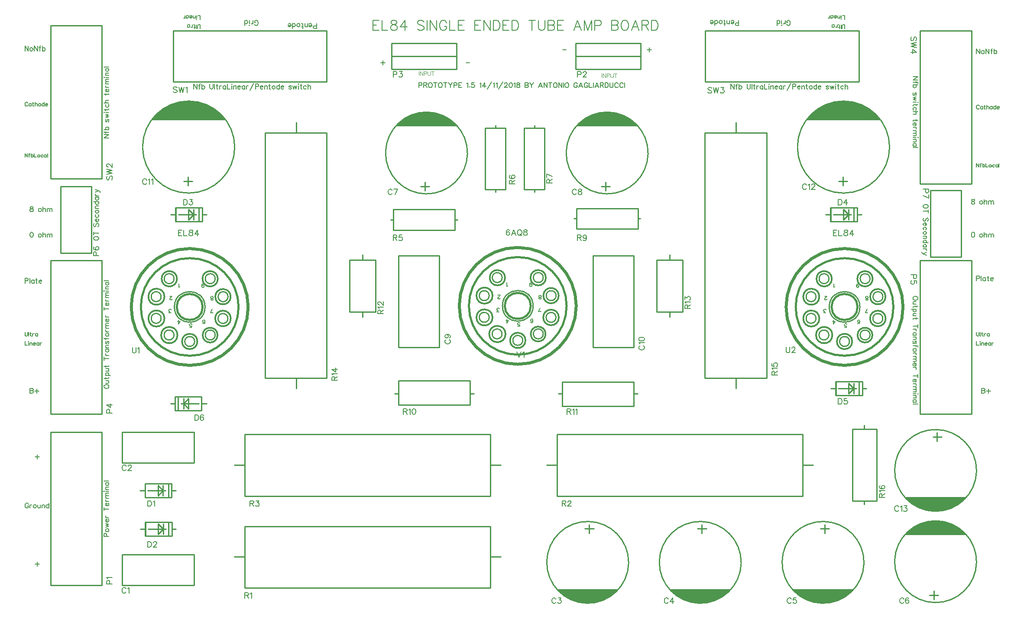
<source format=gto>
G04 ---------------------------- Layer name :TOP SILK LAYER*
G04 EasyEDA v5.8.22, Tue, 04 Dec 2018 11:43:46 GMT*
G04 7e299c6323ff4f129420c85f7de63bec*
G04 Gerber Generator version 0.2*
G04 Scale: 100 percent, Rotated: No, Reflected: No *
G04 Dimensions in millimeters *
G04 leading zeros omitted , absolute positions ,3 integer and 3 decimal *
%FSLAX33Y33*%
%MOMM*%
G90*
G71D02*

%ADD10C,0.254000*%
%ADD17C,0.228600*%
%ADD18C,0.304800*%
%ADD19C,0.609600*%
%ADD20C,0.406400*%
%ADD21C,0.177800*%
%ADD22C,0.100000*%
%ADD23C,0.203200*%
%ADD24C,0.127000*%
%ADD25C,0.152400*%

%LPD*%
G54D17*
G01X28460Y31371D02*
G01X33667Y31371D01*
G01X33667Y28628D01*
G01X28460Y28628D01*
G01X28460Y31371D01*
G01X33032Y31371D02*
G01X33032Y28628D01*
G54D10*
G01X28999Y29999D02*
G01X31998Y29999D01*
G01X31000Y31000D01*
G01X31000Y28999D01*
G01X31998Y29999D01*
G01X31998Y28999D01*
G01X31998Y29999D02*
G01X31998Y31000D01*
G01X31998Y29999D02*
G01X32499Y29999D01*
G01X27500Y29999D02*
G01X28498Y29999D01*
G01X28498Y28750D02*
G01X28498Y31249D01*
G01X33748Y29999D02*
G01X34500Y29999D01*
G54D17*
G01X28506Y23815D02*
G01X33713Y23815D01*
G01X33713Y21071D01*
G01X28506Y21071D01*
G01X28506Y23815D01*
G01X33078Y23815D02*
G01X33078Y21071D01*
G54D10*
G01X29044Y22443D02*
G01X32044Y22443D01*
G01X31046Y23444D01*
G01X31046Y21442D01*
G01X32044Y22443D01*
G01X32044Y21442D01*
G01X32044Y22443D02*
G01X32044Y23444D01*
G01X32044Y22443D02*
G01X32545Y22443D01*
G01X27546Y22443D02*
G01X28544Y22443D01*
G01X28544Y21193D02*
G01X28544Y23693D01*
G01X33794Y22443D02*
G01X34546Y22443D01*
G01X38046Y35443D02*
G01X38046Y41442D01*
G01X24048Y41442D01*
G01X24048Y35443D01*
G01X38046Y35443D01*
G01X114467Y22514D02*
G01X116194Y22514D01*
G01X115305Y21625D02*
G01X115305Y23301D01*
G01X160467Y22514D02*
G01X162194Y22514D01*
G01X161305Y21625D02*
G01X161305Y23301D01*
G01X183532Y9484D02*
G01X181805Y9484D01*
G01X182694Y10373D02*
G01X182694Y8696D01*
G01X84033Y89484D02*
G01X82306Y89484D01*
G01X83195Y90373D02*
G01X83195Y88696D01*
G01X119339Y89484D02*
G01X117612Y89484D01*
G01X118501Y90373D02*
G01X118501Y88696D01*
G01X78003Y74996D02*
G01X78003Y75996D01*
G01X78003Y75996D01*
G01X86001Y75996D01*
G01X86001Y57998D01*
G01X78003Y57998D01*
G01X78003Y75996D01*
G01X124000Y58999D02*
G01X124000Y58000D01*
G01X124000Y58000D01*
G01X116001Y58000D01*
G01X116001Y75999D01*
G01X124000Y75999D01*
G01X124000Y58000D01*
G01X71000Y75079D02*
G01X73540Y75079D01*
G01X73540Y64919D01*
G01X68460Y64919D01*
G01X68460Y75079D01*
G01X71000Y75079D01*
G01X71000Y64919D02*
G01X71000Y63903D01*
G01X71000Y75079D02*
G01X71000Y76095D01*
G01X130997Y75079D02*
G01X133537Y75079D01*
G01X133537Y64919D01*
G01X128457Y64919D01*
G01X128457Y75079D01*
G01X130997Y75079D01*
G01X130997Y64919D02*
G01X130997Y63903D01*
G01X130997Y75079D02*
G01X130997Y76095D01*
G54D17*
G01X34460Y85369D02*
G01X39667Y85369D01*
G01X39667Y82626D01*
G01X34460Y82626D01*
G01X34460Y85369D01*
G01X39032Y85369D02*
G01X39032Y82626D01*
G54D10*
G01X35001Y83997D02*
G01X38000Y83997D01*
G01X37000Y84998D01*
G01X37000Y82999D01*
G01X38000Y83997D01*
G01X38000Y82999D01*
G01X38000Y83997D02*
G01X38000Y84998D01*
G01X38000Y83997D02*
G01X38501Y83997D01*
G01X33500Y83997D02*
G01X34500Y83997D01*
G01X34500Y82748D02*
G01X34500Y85247D01*
G01X39751Y83997D02*
G01X40500Y83997D01*
G54D17*
G01X162460Y85371D02*
G01X167667Y85371D01*
G01X167667Y82628D01*
G01X162460Y82628D01*
G01X162460Y85371D01*
G01X167032Y85371D02*
G01X167032Y82628D01*
G54D10*
G01X162999Y84000D02*
G01X165999Y84000D01*
G01X165000Y85001D01*
G01X165000Y82999D01*
G01X165999Y84000D01*
G01X165999Y82999D01*
G01X165999Y84000D02*
G01X165999Y85001D01*
G01X165999Y84000D02*
G01X166499Y84000D01*
G01X161500Y84000D02*
G01X162501Y84000D01*
G01X162499Y82750D02*
G01X162499Y85250D01*
G01X167749Y84000D02*
G01X168501Y84000D01*
G54D17*
G01X163460Y51370D02*
G01X168667Y51370D01*
G01X168667Y48627D01*
G01X163460Y48627D01*
G01X163460Y51370D01*
G01X168032Y51370D02*
G01X168032Y48627D01*
G54D10*
G01X164001Y49999D02*
G01X167001Y49999D01*
G01X166000Y50997D01*
G01X166000Y48998D01*
G01X167001Y49999D01*
G01X167001Y48998D01*
G01X167001Y49999D02*
G01X167001Y50997D01*
G01X167001Y49999D02*
G01X167501Y49999D01*
G01X162500Y49999D02*
G01X163501Y49999D01*
G01X163501Y48749D02*
G01X163501Y51248D01*
G01X168751Y49999D02*
G01X169500Y49999D01*
G54D17*
G01X39542Y45623D02*
G01X34335Y45623D01*
G01X34335Y48366D01*
G01X39542Y48366D01*
G01X39542Y45623D01*
G01X34970Y45623D02*
G01X34970Y48366D01*
G54D10*
G01X39003Y46995D02*
G01X36001Y46995D01*
G01X37002Y45996D01*
G01X37002Y47995D01*
G01X36001Y46995D01*
G01X36001Y47995D01*
G01X36001Y46995D02*
G01X36001Y45996D01*
G01X36001Y46995D02*
G01X35503Y46995D01*
G01X40502Y46995D02*
G01X39501Y46995D01*
G01X39501Y48244D02*
G01X39501Y45745D01*
G01X34251Y46995D02*
G01X33502Y46995D01*
G01X37752Y90497D02*
G01X36024Y90497D01*
G01X36913Y91386D02*
G01X36913Y89710D01*
G01X165752Y90497D02*
G01X164025Y90497D01*
G01X164914Y91386D02*
G01X164914Y89710D01*
G01X182468Y40513D02*
G01X184195Y40513D01*
G01X183306Y39624D02*
G01X183306Y41300D01*
G01X136466Y22517D02*
G01X138193Y22517D01*
G01X137304Y21628D02*
G01X137304Y23304D01*
G01X38049Y11442D02*
G01X38049Y17442D01*
G01X24048Y17442D01*
G01X24048Y11442D01*
G01X38049Y11442D01*
G01X77000Y84998D02*
G01X77000Y80998D01*
G01X89001Y80998D01*
G01X89001Y84998D01*
G01X77000Y84998D01*
G01X77000Y82999D02*
G01X76499Y82999D01*
G01X88999Y82999D02*
G01X89499Y82999D01*
G01X98963Y100919D02*
G01X94962Y100919D01*
G01X94962Y88920D01*
G01X98963Y88920D01*
G01X98963Y100919D01*
G01X96961Y100919D02*
G01X96961Y101419D01*
G01X96961Y88920D02*
G01X96961Y88419D01*
G01X106583Y100919D02*
G01X102582Y100919D01*
G01X102582Y88920D01*
G01X106583Y88920D01*
G01X106583Y100919D01*
G01X104581Y100919D02*
G01X104581Y101419D01*
G01X104581Y88920D02*
G01X104581Y88419D01*
G01X124807Y81234D02*
G01X124807Y85234D01*
G01X112806Y85234D01*
G01X112806Y81234D01*
G01X124807Y81234D01*
G01X124805Y83235D02*
G01X125305Y83235D01*
G01X112806Y83235D02*
G01X112306Y83235D01*
G01X79002Y51497D02*
G01X92001Y51497D01*
G01X92001Y46748D01*
G01X78001Y46748D01*
G01X78001Y51497D01*
G01X79002Y51497D01*
G01X78001Y48998D02*
G01X77249Y48998D01*
G01X91999Y48998D02*
G01X92751Y48998D01*
G01X122997Y46500D02*
G01X109998Y46500D01*
G01X109998Y51250D01*
G01X123998Y51250D01*
G01X123998Y46500D01*
G01X122997Y46500D01*
G01X123998Y49000D02*
G01X124750Y49000D01*
G01X110000Y49000D02*
G01X109248Y49000D01*
G01X171498Y40998D02*
G01X171498Y27998D01*
G01X166748Y27998D01*
G01X166748Y41998D01*
G01X171498Y41998D01*
G01X171498Y40998D01*
G01X168998Y41998D02*
G01X168998Y42748D01*
G01X168998Y27998D02*
G01X168998Y27249D01*
G01X10048Y40441D02*
G01X10048Y11442D01*
G01X20048Y11442D01*
G01X20048Y41442D01*
G01X10048Y41442D01*
G01X10048Y40441D01*
G01X34998Y109999D02*
G01X64000Y109999D01*
G01X64000Y119999D01*
G01X34000Y119999D01*
G01X34000Y109999D01*
G01X34998Y109999D01*
G01X19999Y91998D02*
G01X19999Y120997D01*
G01X9999Y120997D01*
G01X9999Y90998D01*
G01X19999Y90998D01*
G01X19999Y91998D01*
G01X166999Y119999D02*
G01X138000Y119999D01*
G01X138000Y109999D01*
G01X168000Y109999D01*
G01X168000Y119999D01*
G01X166999Y119999D01*
G01X190002Y91000D02*
G01X190002Y119999D01*
G01X180002Y119999D01*
G01X180002Y89999D01*
G01X190002Y89999D01*
G01X190002Y91000D01*
G01X112649Y114998D02*
G01X112649Y116268D01*
G01X112649Y117538D01*
G01X113919Y117538D01*
G01X124079Y117538D01*
G01X125349Y117538D01*
G01X125349Y116268D01*
G01X125349Y113728D01*
G01X125349Y112458D01*
G01X124079Y112458D01*
G01X113919Y112458D01*
G01X112649Y112458D01*
G01X112649Y113728D01*
G01X112649Y114998D01*
G01X125349Y114998D01*
G01X89349Y114998D02*
G01X89349Y113728D01*
G01X89349Y112458D01*
G01X88079Y112458D01*
G01X77919Y112458D01*
G01X76649Y112458D01*
G01X76649Y113728D01*
G01X76649Y116268D01*
G01X76649Y117538D01*
G01X77919Y117538D01*
G01X88079Y117538D01*
G01X89349Y117538D01*
G01X89349Y116268D01*
G01X89349Y114998D01*
G01X76649Y114998D01*
G01X9999Y74000D02*
G01X9999Y44998D01*
G01X19999Y44998D01*
G01X19999Y74998D01*
G01X9999Y74998D01*
G01X9999Y74000D01*
G01X179999Y73997D02*
G01X179999Y44996D01*
G01X189999Y44996D01*
G01X189999Y74996D01*
G01X179999Y74996D01*
G01X179999Y73997D01*
G01X11998Y89499D02*
G01X11998Y76499D01*
G01X18000Y76499D01*
G01X18000Y89499D01*
G01X11998Y89499D01*
G01X181998Y88750D02*
G01X181998Y75750D01*
G01X188000Y75750D01*
G01X188000Y88750D01*
G01X181998Y88750D01*
G01X48000Y17000D02*
G01X48000Y22750D01*
G01X48000Y23000D01*
G01X96006Y22999D01*
G01X96006Y10904D01*
G01X48000Y10904D01*
G01X48000Y17000D01*
G01X48000Y17000D02*
G01X45968Y17000D01*
G01X96006Y17000D02*
G01X98038Y17000D01*
G01X108999Y34998D02*
G01X108999Y40749D01*
G01X108999Y40998D01*
G01X157005Y40998D01*
G01X157005Y28902D01*
G01X108999Y28902D01*
G01X108999Y34998D01*
G01X108999Y34998D02*
G01X106967Y34998D01*
G01X157005Y34998D02*
G01X159037Y34998D01*
G01X48000Y34998D02*
G01X48000Y40749D01*
G01X48000Y40998D01*
G01X96006Y40998D01*
G01X96006Y28902D01*
G01X48000Y28902D01*
G01X48000Y34998D01*
G01X48000Y34998D02*
G01X45968Y34998D01*
G01X96006Y34998D02*
G01X98038Y34998D01*
G01X58000Y99999D02*
G01X63751Y99999D01*
G01X64000Y99999D01*
G01X64000Y51993D01*
G01X51904Y51993D01*
G01X51904Y99999D01*
G01X58000Y99999D01*
G01X58000Y99999D02*
G01X58000Y102031D01*
G01X58000Y51993D02*
G01X58000Y49961D01*
G01X144000Y99999D02*
G01X149750Y99999D01*
G01X150000Y99999D01*
G01X149999Y51993D01*
G01X137904Y51993D01*
G01X137904Y99999D01*
G01X144000Y99999D01*
G01X144000Y99999D02*
G01X144000Y102031D01*
G01X144000Y51993D02*
G01X144000Y49961D01*
G54D21*
G01X29001Y27997D02*
G01X29001Y26908D01*
G01X29001Y27997D02*
G01X29365Y27997D01*
G01X29522Y27947D01*
G01X29624Y27842D01*
G01X29677Y27738D01*
G01X29728Y27583D01*
G01X29728Y27324D01*
G01X29677Y27167D01*
G01X29624Y27063D01*
G01X29522Y26959D01*
G01X29365Y26908D01*
G01X29001Y26908D01*
G01X30071Y27792D02*
G01X30175Y27842D01*
G01X30332Y27997D01*
G01X30332Y26908D01*
G01X28999Y19999D02*
G01X28999Y18909D01*
G01X28999Y19999D02*
G01X29363Y19999D01*
G01X29520Y19948D01*
G01X29622Y19844D01*
G01X29675Y19740D01*
G01X29726Y19585D01*
G01X29726Y19326D01*
G01X29675Y19168D01*
G01X29622Y19064D01*
G01X29520Y18960D01*
G01X29363Y18909D01*
G01X28999Y18909D01*
G01X30122Y19740D02*
G01X30122Y19793D01*
G01X30173Y19897D01*
G01X30226Y19948D01*
G01X30330Y19999D01*
G01X30536Y19999D01*
G01X30640Y19948D01*
G01X30694Y19897D01*
G01X30744Y19793D01*
G01X30744Y19689D01*
G01X30694Y19585D01*
G01X30589Y19427D01*
G01X30069Y18909D01*
G01X30798Y18909D01*
G01X24779Y34740D02*
G01X24726Y34844D01*
G01X24622Y34948D01*
G01X24520Y34999D01*
G01X24312Y34999D01*
G01X24208Y34948D01*
G01X24104Y34844D01*
G01X24050Y34740D01*
G01X24000Y34585D01*
G01X24000Y34326D01*
G01X24050Y34168D01*
G01X24104Y34064D01*
G01X24208Y33960D01*
G01X24312Y33909D01*
G01X24520Y33909D01*
G01X24622Y33960D01*
G01X24726Y34064D01*
G01X24779Y34168D01*
G01X25173Y34740D02*
G01X25173Y34793D01*
G01X25226Y34897D01*
G01X25277Y34948D01*
G01X25381Y34999D01*
G01X25590Y34999D01*
G01X25694Y34948D01*
G01X25744Y34897D01*
G01X25798Y34793D01*
G01X25798Y34689D01*
G01X25744Y34585D01*
G01X25640Y34427D01*
G01X25122Y33909D01*
G01X25849Y33909D01*
G01X108779Y8740D02*
G01X108726Y8844D01*
G01X108622Y8948D01*
G01X108520Y8999D01*
G01X108312Y8999D01*
G01X108208Y8948D01*
G01X108103Y8844D01*
G01X108050Y8740D01*
G01X107999Y8585D01*
G01X107999Y8326D01*
G01X108050Y8168D01*
G01X108103Y8064D01*
G01X108208Y7960D01*
G01X108312Y7909D01*
G01X108520Y7909D01*
G01X108622Y7960D01*
G01X108726Y8064D01*
G01X108779Y8168D01*
G01X109226Y8999D02*
G01X109798Y8999D01*
G01X109485Y8585D01*
G01X109640Y8585D01*
G01X109744Y8532D01*
G01X109798Y8481D01*
G01X109848Y8326D01*
G01X109848Y8222D01*
G01X109798Y8064D01*
G01X109693Y7960D01*
G01X109536Y7909D01*
G01X109381Y7909D01*
G01X109226Y7960D01*
G01X109173Y8013D01*
G01X109122Y8118D01*
G01X154779Y8740D02*
G01X154726Y8844D01*
G01X154622Y8948D01*
G01X154520Y8999D01*
G01X154312Y8999D01*
G01X154207Y8948D01*
G01X154103Y8844D01*
G01X154050Y8740D01*
G01X153999Y8585D01*
G01X153999Y8326D01*
G01X154050Y8168D01*
G01X154103Y8064D01*
G01X154207Y7960D01*
G01X154312Y7909D01*
G01X154520Y7909D01*
G01X154622Y7960D01*
G01X154726Y8064D01*
G01X154779Y8168D01*
G01X155744Y8999D02*
G01X155226Y8999D01*
G01X155173Y8532D01*
G01X155226Y8585D01*
G01X155381Y8636D01*
G01X155536Y8636D01*
G01X155693Y8585D01*
G01X155798Y8481D01*
G01X155848Y8326D01*
G01X155848Y8222D01*
G01X155798Y8064D01*
G01X155693Y7960D01*
G01X155536Y7909D01*
G01X155381Y7909D01*
G01X155226Y7960D01*
G01X155173Y8013D01*
G01X155122Y8118D01*
G01X176779Y8740D02*
G01X176726Y8844D01*
G01X176621Y8948D01*
G01X176520Y8999D01*
G01X176312Y8999D01*
G01X176207Y8948D01*
G01X176103Y8844D01*
G01X176050Y8740D01*
G01X175999Y8585D01*
G01X175999Y8326D01*
G01X176050Y8168D01*
G01X176103Y8064D01*
G01X176207Y7960D01*
G01X176312Y7909D01*
G01X176520Y7909D01*
G01X176621Y7960D01*
G01X176726Y8064D01*
G01X176779Y8168D01*
G01X177744Y8844D02*
G01X177693Y8948D01*
G01X177536Y8999D01*
G01X177434Y8999D01*
G01X177277Y8948D01*
G01X177173Y8793D01*
G01X177122Y8532D01*
G01X177122Y8273D01*
G01X177173Y8064D01*
G01X177277Y7960D01*
G01X177434Y7909D01*
G01X177485Y7909D01*
G01X177640Y7960D01*
G01X177744Y8064D01*
G01X177798Y8222D01*
G01X177798Y8273D01*
G01X177744Y8427D01*
G01X177640Y8532D01*
G01X177485Y8585D01*
G01X177434Y8585D01*
G01X177277Y8532D01*
G01X177173Y8427D01*
G01X177122Y8273D01*
G01X76779Y88740D02*
G01X76726Y88844D01*
G01X76622Y88948D01*
G01X76520Y88999D01*
G01X76312Y88999D01*
G01X76208Y88948D01*
G01X76104Y88844D01*
G01X76050Y88740D01*
G01X75999Y88585D01*
G01X75999Y88326D01*
G01X76050Y88168D01*
G01X76104Y88064D01*
G01X76208Y87960D01*
G01X76312Y87909D01*
G01X76520Y87909D01*
G01X76622Y87960D01*
G01X76726Y88064D01*
G01X76779Y88168D01*
G01X77849Y88999D02*
G01X77330Y87909D01*
G01X77122Y88999D02*
G01X77849Y88999D01*
G01X112779Y88740D02*
G01X112726Y88844D01*
G01X112622Y88948D01*
G01X112520Y88999D01*
G01X112312Y88999D01*
G01X112208Y88948D01*
G01X112103Y88844D01*
G01X112050Y88740D01*
G01X111999Y88585D01*
G01X111999Y88326D01*
G01X112050Y88168D01*
G01X112103Y88064D01*
G01X112208Y87960D01*
G01X112312Y87909D01*
G01X112520Y87909D01*
G01X112622Y87960D01*
G01X112726Y88064D01*
G01X112779Y88168D01*
G01X113381Y88999D02*
G01X113226Y88948D01*
G01X113173Y88844D01*
G01X113173Y88740D01*
G01X113226Y88636D01*
G01X113330Y88585D01*
G01X113536Y88531D01*
G01X113694Y88481D01*
G01X113798Y88377D01*
G01X113848Y88272D01*
G01X113848Y88117D01*
G01X113798Y88013D01*
G01X113744Y87960D01*
G01X113589Y87909D01*
G01X113381Y87909D01*
G01X113226Y87960D01*
G01X113173Y88013D01*
G01X113122Y88117D01*
G01X113122Y88272D01*
G01X113173Y88377D01*
G01X113277Y88481D01*
G01X113434Y88531D01*
G01X113640Y88585D01*
G01X113744Y88636D01*
G01X113798Y88740D01*
G01X113798Y88844D01*
G01X113744Y88948D01*
G01X113589Y88999D01*
G01X113381Y88999D01*
G01X87338Y59509D02*
G01X87234Y59455D01*
G01X87130Y59351D01*
G01X87079Y59250D01*
G01X87079Y59041D01*
G01X87130Y58937D01*
G01X87234Y58833D01*
G01X87338Y58780D01*
G01X87493Y58729D01*
G01X87752Y58729D01*
G01X87910Y58780D01*
G01X88014Y58833D01*
G01X88118Y58937D01*
G01X88169Y59041D01*
G01X88169Y59250D01*
G01X88118Y59351D01*
G01X88014Y59455D01*
G01X87910Y59509D01*
G01X87443Y60527D02*
G01X87597Y60474D01*
G01X87702Y60370D01*
G01X87752Y60215D01*
G01X87752Y60164D01*
G01X87702Y60006D01*
G01X87597Y59902D01*
G01X87443Y59852D01*
G01X87389Y59852D01*
G01X87234Y59902D01*
G01X87130Y60006D01*
G01X87079Y60164D01*
G01X87079Y60215D01*
G01X87130Y60370D01*
G01X87234Y60474D01*
G01X87443Y60527D01*
G01X87702Y60527D01*
G01X87961Y60474D01*
G01X88118Y60370D01*
G01X88169Y60215D01*
G01X88169Y60111D01*
G01X88118Y59956D01*
G01X88014Y59902D01*
G01X125258Y58328D02*
G01X125154Y58274D01*
G01X125050Y58170D01*
G01X124999Y58068D01*
G01X124999Y57860D01*
G01X125050Y57756D01*
G01X125154Y57652D01*
G01X125258Y57599D01*
G01X125413Y57548D01*
G01X125672Y57548D01*
G01X125830Y57599D01*
G01X125934Y57652D01*
G01X126038Y57756D01*
G01X126089Y57860D01*
G01X126089Y58068D01*
G01X126038Y58170D01*
G01X125934Y58274D01*
G01X125830Y58328D01*
G01X125205Y58670D02*
G01X125154Y58775D01*
G01X124999Y58930D01*
G01X126089Y58930D01*
G01X124999Y59585D02*
G01X125050Y59427D01*
G01X125205Y59326D01*
G01X125467Y59272D01*
G01X125621Y59272D01*
G01X125881Y59326D01*
G01X126038Y59427D01*
G01X126089Y59585D01*
G01X126089Y59689D01*
G01X126038Y59844D01*
G01X125881Y59948D01*
G01X125621Y59999D01*
G01X125467Y59999D01*
G01X125205Y59948D01*
G01X125050Y59844D01*
G01X124999Y59689D01*
G01X124999Y59585D01*
G01X73999Y64599D02*
G01X75089Y64599D01*
G01X73999Y64599D02*
G01X73999Y65066D01*
G01X74050Y65221D01*
G01X74101Y65274D01*
G01X74205Y65325D01*
G01X74309Y65325D01*
G01X74413Y65274D01*
G01X74467Y65221D01*
G01X74517Y65066D01*
G01X74517Y64599D01*
G01X74517Y64962D02*
G01X75089Y65325D01*
G01X74205Y65668D02*
G01X74154Y65772D01*
G01X73999Y65930D01*
G01X75089Y65930D01*
G01X74258Y66323D02*
G01X74205Y66323D01*
G01X74101Y66377D01*
G01X74050Y66427D01*
G01X73999Y66531D01*
G01X73999Y66740D01*
G01X74050Y66844D01*
G01X74101Y66895D01*
G01X74205Y66948D01*
G01X74309Y66948D01*
G01X74413Y66895D01*
G01X74571Y66791D01*
G01X75089Y66272D01*
G01X75089Y66999D01*
G01X133999Y65599D02*
G01X135089Y65599D01*
G01X133999Y65599D02*
G01X133999Y66066D01*
G01X134050Y66221D01*
G01X134101Y66274D01*
G01X134205Y66325D01*
G01X134309Y66325D01*
G01X134413Y66274D01*
G01X134467Y66221D01*
G01X134517Y66066D01*
G01X134517Y65599D01*
G01X134517Y65962D02*
G01X135089Y66325D01*
G01X134205Y66668D02*
G01X134154Y66772D01*
G01X133999Y66930D01*
G01X135089Y66930D01*
G01X133999Y67377D02*
G01X133999Y67948D01*
G01X134413Y67636D01*
G01X134413Y67791D01*
G01X134467Y67895D01*
G01X134517Y67948D01*
G01X134672Y67999D01*
G01X134776Y67999D01*
G01X134934Y67948D01*
G01X135038Y67844D01*
G01X135089Y67686D01*
G01X135089Y67531D01*
G01X135038Y67377D01*
G01X134985Y67323D01*
G01X134881Y67272D01*
G01X35999Y86999D02*
G01X35999Y85909D01*
G01X35999Y86999D02*
G01X36363Y86999D01*
G01X36520Y86948D01*
G01X36622Y86844D01*
G01X36675Y86740D01*
G01X36726Y86585D01*
G01X36726Y86326D01*
G01X36675Y86168D01*
G01X36622Y86064D01*
G01X36520Y85960D01*
G01X36363Y85909D01*
G01X35999Y85909D01*
G01X37173Y86999D02*
G01X37744Y86999D01*
G01X37435Y86585D01*
G01X37590Y86585D01*
G01X37694Y86531D01*
G01X37744Y86481D01*
G01X37798Y86326D01*
G01X37798Y86222D01*
G01X37744Y86064D01*
G01X37640Y85960D01*
G01X37485Y85909D01*
G01X37330Y85909D01*
G01X37173Y85960D01*
G01X37122Y86013D01*
G01X37069Y86117D01*
G01X163999Y86999D02*
G01X163999Y85909D01*
G01X163999Y86999D02*
G01X164362Y86999D01*
G01X164520Y86948D01*
G01X164621Y86844D01*
G01X164675Y86740D01*
G01X164726Y86585D01*
G01X164726Y86326D01*
G01X164675Y86168D01*
G01X164621Y86064D01*
G01X164520Y85960D01*
G01X164362Y85909D01*
G01X163999Y85909D01*
G01X165589Y86999D02*
G01X165069Y86272D01*
G01X165848Y86272D01*
G01X165589Y86999D02*
G01X165589Y85909D01*
G01X164001Y47997D02*
G01X164001Y46908D01*
G01X164001Y47997D02*
G01X164364Y47997D01*
G01X164522Y47947D01*
G01X164624Y47842D01*
G01X164677Y47738D01*
G01X164728Y47583D01*
G01X164728Y47324D01*
G01X164677Y47167D01*
G01X164624Y47063D01*
G01X164522Y46959D01*
G01X164364Y46908D01*
G01X164001Y46908D01*
G01X165695Y47997D02*
G01X165175Y47997D01*
G01X165124Y47530D01*
G01X165175Y47583D01*
G01X165332Y47634D01*
G01X165487Y47634D01*
G01X165642Y47583D01*
G01X165746Y47479D01*
G01X165800Y47324D01*
G01X165800Y47220D01*
G01X165746Y47063D01*
G01X165642Y46959D01*
G01X165487Y46908D01*
G01X165332Y46908D01*
G01X165175Y46959D01*
G01X165124Y47012D01*
G01X165071Y47116D01*
G01X38193Y44826D02*
G01X38193Y43736D01*
G01X38193Y44826D02*
G01X38556Y44826D01*
G01X38713Y44775D01*
G01X38815Y44671D01*
G01X38868Y44567D01*
G01X38919Y44412D01*
G01X38919Y44153D01*
G01X38868Y43995D01*
G01X38815Y43891D01*
G01X38713Y43787D01*
G01X38556Y43736D01*
G01X38193Y43736D01*
G01X39887Y44671D02*
G01X39834Y44775D01*
G01X39679Y44826D01*
G01X39574Y44826D01*
G01X39420Y44775D01*
G01X39315Y44620D01*
G01X39262Y44358D01*
G01X39262Y44099D01*
G01X39315Y43891D01*
G01X39420Y43787D01*
G01X39574Y43736D01*
G01X39628Y43736D01*
G01X39783Y43787D01*
G01X39887Y43891D01*
G01X39938Y44048D01*
G01X39938Y44099D01*
G01X39887Y44254D01*
G01X39783Y44358D01*
G01X39628Y44412D01*
G01X39574Y44412D01*
G01X39420Y44358D01*
G01X39315Y44254D01*
G01X39262Y44099D01*
G01X28779Y90740D02*
G01X28726Y90844D01*
G01X28622Y90948D01*
G01X28520Y90999D01*
G01X28312Y90999D01*
G01X28208Y90948D01*
G01X28104Y90844D01*
G01X28050Y90740D01*
G01X27999Y90585D01*
G01X27999Y90326D01*
G01X28050Y90168D01*
G01X28104Y90064D01*
G01X28208Y89960D01*
G01X28312Y89909D01*
G01X28520Y89909D01*
G01X28622Y89960D01*
G01X28726Y90064D01*
G01X28779Y90168D01*
G01X29122Y90793D02*
G01X29226Y90844D01*
G01X29381Y90999D01*
G01X29381Y89909D01*
G01X29724Y90793D02*
G01X29828Y90844D01*
G01X29983Y90999D01*
G01X29983Y89909D01*
G01X157777Y89741D02*
G01X157724Y89845D01*
G01X157620Y89950D01*
G01X157518Y90000D01*
G01X157310Y90000D01*
G01X157205Y89950D01*
G01X157101Y89845D01*
G01X157048Y89741D01*
G01X156997Y89586D01*
G01X156997Y89327D01*
G01X157048Y89170D01*
G01X157101Y89066D01*
G01X157205Y88961D01*
G01X157310Y88911D01*
G01X157518Y88911D01*
G01X157620Y88961D01*
G01X157724Y89066D01*
G01X157777Y89170D01*
G01X158120Y89795D02*
G01X158224Y89845D01*
G01X158379Y90000D01*
G01X158379Y88911D01*
G01X158775Y89741D02*
G01X158775Y89795D01*
G01X158826Y89899D01*
G01X158877Y89950D01*
G01X158981Y90000D01*
G01X159189Y90000D01*
G01X159293Y89950D01*
G01X159347Y89899D01*
G01X159398Y89795D01*
G01X159398Y89690D01*
G01X159347Y89586D01*
G01X159243Y89429D01*
G01X158722Y88911D01*
G01X159448Y88911D01*
G01X175779Y26740D02*
G01X175726Y26844D01*
G01X175621Y26948D01*
G01X175520Y26999D01*
G01X175312Y26999D01*
G01X175207Y26948D01*
G01X175103Y26844D01*
G01X175050Y26740D01*
G01X174999Y26585D01*
G01X174999Y26326D01*
G01X175050Y26168D01*
G01X175103Y26064D01*
G01X175207Y25960D01*
G01X175312Y25909D01*
G01X175520Y25909D01*
G01X175621Y25960D01*
G01X175726Y26064D01*
G01X175779Y26168D01*
G01X176122Y26793D02*
G01X176226Y26844D01*
G01X176381Y26999D01*
G01X176381Y25909D01*
G01X176828Y26999D02*
G01X177399Y26999D01*
G01X177087Y26585D01*
G01X177245Y26585D01*
G01X177349Y26532D01*
G01X177399Y26481D01*
G01X177450Y26326D01*
G01X177450Y26222D01*
G01X177399Y26064D01*
G01X177295Y25960D01*
G01X177140Y25909D01*
G01X176983Y25909D01*
G01X176828Y25960D01*
G01X176777Y26013D01*
G01X176724Y26118D01*
G01X130779Y8740D02*
G01X130726Y8844D01*
G01X130622Y8948D01*
G01X130520Y8999D01*
G01X130312Y8999D01*
G01X130207Y8948D01*
G01X130103Y8844D01*
G01X130050Y8740D01*
G01X129999Y8585D01*
G01X129999Y8326D01*
G01X130050Y8168D01*
G01X130103Y8064D01*
G01X130207Y7960D01*
G01X130312Y7909D01*
G01X130520Y7909D01*
G01X130622Y7960D01*
G01X130726Y8064D01*
G01X130779Y8168D01*
G01X131640Y8999D02*
G01X131122Y8273D01*
G01X131902Y8273D01*
G01X131640Y8999D02*
G01X131640Y7909D01*
G01X24777Y10741D02*
G01X24724Y10846D01*
G01X24620Y10950D01*
G01X24518Y11000D01*
G01X24310Y11000D01*
G01X24206Y10950D01*
G01X24102Y10846D01*
G01X24048Y10741D01*
G01X23997Y10586D01*
G01X23997Y10327D01*
G01X24048Y10170D01*
G01X24102Y10066D01*
G01X24206Y9962D01*
G01X24310Y9911D01*
G01X24518Y9911D01*
G01X24620Y9962D01*
G01X24724Y10066D01*
G01X24777Y10170D01*
G01X25120Y10795D02*
G01X25224Y10846D01*
G01X25379Y11000D01*
G01X25379Y9911D01*
G01X76999Y79999D02*
G01X76999Y78909D01*
G01X76999Y79999D02*
G01X77467Y79999D01*
G01X77622Y79948D01*
G01X77675Y79897D01*
G01X77726Y79793D01*
G01X77726Y79689D01*
G01X77675Y79585D01*
G01X77622Y79531D01*
G01X77467Y79481D01*
G01X76999Y79481D01*
G01X77363Y79481D02*
G01X77726Y78909D01*
G01X78694Y79999D02*
G01X78173Y79999D01*
G01X78122Y79531D01*
G01X78173Y79585D01*
G01X78330Y79636D01*
G01X78485Y79636D01*
G01X78640Y79585D01*
G01X78744Y79481D01*
G01X78798Y79326D01*
G01X78798Y79222D01*
G01X78744Y79064D01*
G01X78640Y78960D01*
G01X78485Y78909D01*
G01X78330Y78909D01*
G01X78173Y78960D01*
G01X78122Y79013D01*
G01X78069Y79117D01*
G01X99679Y89999D02*
G01X100769Y89999D01*
G01X99679Y89999D02*
G01X99679Y90466D01*
G01X99730Y90621D01*
G01X99781Y90674D01*
G01X99885Y90725D01*
G01X99989Y90725D01*
G01X100093Y90674D01*
G01X100146Y90621D01*
G01X100197Y90466D01*
G01X100197Y89999D01*
G01X100197Y90362D02*
G01X100769Y90725D01*
G01X99834Y91693D02*
G01X99730Y91640D01*
G01X99679Y91485D01*
G01X99679Y91381D01*
G01X99730Y91226D01*
G01X99885Y91121D01*
G01X100146Y91068D01*
G01X100405Y91068D01*
G01X100614Y91121D01*
G01X100718Y91226D01*
G01X100769Y91381D01*
G01X100769Y91434D01*
G01X100718Y91589D01*
G01X100614Y91693D01*
G01X100456Y91744D01*
G01X100405Y91744D01*
G01X100251Y91693D01*
G01X100146Y91589D01*
G01X100093Y91434D01*
G01X100093Y91381D01*
G01X100146Y91226D01*
G01X100251Y91121D01*
G01X100405Y91068D01*
G01X106999Y90200D02*
G01X108089Y90200D01*
G01X106999Y90200D02*
G01X106999Y90668D01*
G01X107050Y90823D01*
G01X107101Y90876D01*
G01X107205Y90927D01*
G01X107309Y90927D01*
G01X107413Y90876D01*
G01X107467Y90823D01*
G01X107517Y90668D01*
G01X107517Y90200D01*
G01X107517Y90564D02*
G01X108089Y90927D01*
G01X106999Y91999D02*
G01X108089Y91478D01*
G01X106999Y91270D02*
G01X106999Y91999D01*
G01X112999Y79999D02*
G01X112999Y78909D01*
G01X112999Y79999D02*
G01X113467Y79999D01*
G01X113622Y79948D01*
G01X113675Y79897D01*
G01X113726Y79793D01*
G01X113726Y79689D01*
G01X113675Y79585D01*
G01X113622Y79531D01*
G01X113467Y79481D01*
G01X112999Y79481D01*
G01X113362Y79481D02*
G01X113726Y78909D01*
G01X114744Y79636D02*
G01X114693Y79481D01*
G01X114589Y79377D01*
G01X114434Y79326D01*
G01X114381Y79326D01*
G01X114226Y79377D01*
G01X114122Y79481D01*
G01X114069Y79636D01*
G01X114069Y79689D01*
G01X114122Y79844D01*
G01X114226Y79948D01*
G01X114381Y79999D01*
G01X114434Y79999D01*
G01X114589Y79948D01*
G01X114693Y79844D01*
G01X114744Y79636D01*
G01X114744Y79377D01*
G01X114693Y79117D01*
G01X114589Y78960D01*
G01X114434Y78909D01*
G01X114330Y78909D01*
G01X114173Y78960D01*
G01X114122Y79064D01*
G01X78997Y46000D02*
G01X78997Y44911D01*
G01X78997Y46000D02*
G01X79465Y46000D01*
G01X79620Y45950D01*
G01X79673Y45899D01*
G01X79724Y45795D01*
G01X79724Y45691D01*
G01X79673Y45586D01*
G01X79620Y45533D01*
G01X79465Y45482D01*
G01X78997Y45482D01*
G01X79361Y45482D02*
G01X79724Y44911D01*
G01X80067Y45795D02*
G01X80171Y45845D01*
G01X80328Y46000D01*
G01X80328Y44911D01*
G01X80981Y46000D02*
G01X80826Y45950D01*
G01X80722Y45795D01*
G01X80671Y45533D01*
G01X80671Y45378D01*
G01X80722Y45119D01*
G01X80826Y44962D01*
G01X80981Y44911D01*
G01X81085Y44911D01*
G01X81243Y44962D01*
G01X81347Y45119D01*
G01X81398Y45378D01*
G01X81398Y45533D01*
G01X81347Y45795D01*
G01X81243Y45950D01*
G01X81085Y46000D01*
G01X80981Y46000D01*
G01X110995Y46002D02*
G01X110995Y44912D01*
G01X110995Y46002D02*
G01X111463Y46002D01*
G01X111617Y45951D01*
G01X111671Y45900D01*
G01X111722Y45796D01*
G01X111722Y45692D01*
G01X111671Y45588D01*
G01X111617Y45535D01*
G01X111463Y45484D01*
G01X110995Y45484D01*
G01X111358Y45484D02*
G01X111722Y44912D01*
G01X112065Y45796D02*
G01X112169Y45847D01*
G01X112326Y46002D01*
G01X112326Y44912D01*
G01X112669Y45796D02*
G01X112773Y45847D01*
G01X112928Y46002D01*
G01X112928Y44912D01*
G01X171999Y28649D02*
G01X173089Y28649D01*
G01X171999Y28649D02*
G01X171999Y29117D01*
G01X172050Y29272D01*
G01X172101Y29325D01*
G01X172205Y29376D01*
G01X172309Y29376D01*
G01X172413Y29325D01*
G01X172466Y29272D01*
G01X172517Y29117D01*
G01X172517Y28649D01*
G01X172517Y29013D02*
G01X173089Y29376D01*
G01X172205Y29719D02*
G01X172154Y29823D01*
G01X171999Y29980D01*
G01X173089Y29980D01*
G01X172154Y30946D02*
G01X172050Y30895D01*
G01X171999Y30737D01*
G01X171999Y30633D01*
G01X172050Y30478D01*
G01X172205Y30374D01*
G01X172466Y30323D01*
G01X172726Y30323D01*
G01X172934Y30374D01*
G01X173038Y30478D01*
G01X173089Y30633D01*
G01X173089Y30686D01*
G01X173038Y30841D01*
G01X172934Y30946D01*
G01X172776Y30999D01*
G01X172726Y30999D01*
G01X172571Y30946D01*
G01X172466Y30841D01*
G01X172413Y30686D01*
G01X172413Y30633D01*
G01X172466Y30478D01*
G01X172571Y30374D01*
G01X172726Y30323D01*
G01X20999Y11668D02*
G01X22089Y11668D01*
G01X20999Y11668D02*
G01X20999Y12135D01*
G01X21050Y12290D01*
G01X21101Y12344D01*
G01X21205Y12394D01*
G01X21363Y12394D01*
G01X21467Y12344D01*
G01X21518Y12290D01*
G01X21571Y12135D01*
G01X21571Y11668D01*
G01X21205Y12737D02*
G01X21154Y12841D01*
G01X20999Y12999D01*
G01X22089Y12999D01*
G01X34726Y108844D02*
G01X34622Y108948D01*
G01X34467Y108999D01*
G01X34258Y108999D01*
G01X34104Y108948D01*
G01X33999Y108844D01*
G01X33999Y108740D01*
G01X34050Y108636D01*
G01X34104Y108585D01*
G01X34208Y108531D01*
G01X34520Y108427D01*
G01X34622Y108376D01*
G01X34675Y108326D01*
G01X34726Y108222D01*
G01X34726Y108064D01*
G01X34622Y107960D01*
G01X34467Y107909D01*
G01X34258Y107909D01*
G01X34104Y107960D01*
G01X33999Y108064D01*
G01X35069Y108999D02*
G01X35330Y107909D01*
G01X35589Y108999D02*
G01X35330Y107909D01*
G01X35589Y108999D02*
G01X35849Y107909D01*
G01X36108Y108999D02*
G01X35849Y107909D01*
G01X36450Y108793D02*
G01X36555Y108844D01*
G01X36712Y108999D01*
G01X36712Y107909D01*
G01X21154Y91545D02*
G01X21050Y91441D01*
G01X20999Y91286D01*
G01X20999Y91078D01*
G01X21050Y90923D01*
G01X21154Y90819D01*
G01X21259Y90819D01*
G01X21363Y90870D01*
G01X21413Y90923D01*
G01X21467Y91027D01*
G01X21571Y91339D01*
G01X21622Y91441D01*
G01X21673Y91494D01*
G01X21777Y91545D01*
G01X21934Y91545D01*
G01X22038Y91441D01*
G01X22089Y91286D01*
G01X22089Y91078D01*
G01X22038Y90923D01*
G01X21934Y90819D01*
G01X20999Y91888D02*
G01X22089Y92150D01*
G01X20999Y92409D02*
G01X22089Y92150D01*
G01X20999Y92409D02*
G01X22089Y92668D01*
G01X20999Y92927D02*
G01X22089Y92668D01*
G01X21259Y93323D02*
G01X21205Y93323D01*
G01X21101Y93374D01*
G01X21050Y93427D01*
G01X20999Y93531D01*
G01X20999Y93740D01*
G01X21050Y93841D01*
G01X21101Y93895D01*
G01X21205Y93945D01*
G01X21309Y93945D01*
G01X21413Y93895D01*
G01X21571Y93791D01*
G01X22089Y93270D01*
G01X22089Y93999D01*
G01X139227Y108716D02*
G01X139123Y108820D01*
G01X138968Y108871D01*
G01X138760Y108871D01*
G01X138605Y108820D01*
G01X138501Y108716D01*
G01X138501Y108612D01*
G01X138551Y108508D01*
G01X138605Y108457D01*
G01X138709Y108404D01*
G01X139021Y108300D01*
G01X139123Y108249D01*
G01X139176Y108198D01*
G01X139227Y108094D01*
G01X139227Y107936D01*
G01X139123Y107832D01*
G01X138968Y107781D01*
G01X138760Y107781D01*
G01X138605Y107832D01*
G01X138501Y107936D01*
G01X139570Y108871D02*
G01X139832Y107781D01*
G01X140091Y108871D02*
G01X139832Y107781D01*
G01X140091Y108871D02*
G01X140350Y107781D01*
G01X140609Y108871D02*
G01X140350Y107781D01*
G01X141056Y108871D02*
G01X141627Y108871D01*
G01X141317Y108457D01*
G01X141472Y108457D01*
G01X141577Y108404D01*
G01X141627Y108353D01*
G01X141681Y108198D01*
G01X141681Y108094D01*
G01X141627Y107936D01*
G01X141523Y107832D01*
G01X141368Y107781D01*
G01X141213Y107781D01*
G01X141056Y107832D01*
G01X141005Y107885D01*
G01X140952Y107990D01*
G01X179089Y118041D02*
G01X179193Y118146D01*
G01X179244Y118300D01*
G01X179244Y118509D01*
G01X179193Y118664D01*
G01X179089Y118768D01*
G01X178985Y118768D01*
G01X178880Y118717D01*
G01X178830Y118664D01*
G01X178776Y118560D01*
G01X178672Y118247D01*
G01X178621Y118146D01*
G01X178571Y118092D01*
G01X178466Y118041D01*
G01X178309Y118041D01*
G01X178205Y118146D01*
G01X178154Y118300D01*
G01X178154Y118509D01*
G01X178205Y118664D01*
G01X178309Y118768D01*
G01X179244Y117699D02*
G01X178154Y117437D01*
G01X179244Y117178D02*
G01X178154Y117437D01*
G01X179244Y117178D02*
G01X178154Y116919D01*
G01X179244Y116660D02*
G01X178154Y116919D01*
G01X179244Y115796D02*
G01X178517Y116317D01*
G01X178517Y115537D01*
G01X179244Y115796D02*
G01X178154Y115796D01*
G01X112999Y111999D02*
G01X112999Y110909D01*
G01X112999Y111999D02*
G01X113467Y111999D01*
G01X113622Y111948D01*
G01X113675Y111897D01*
G01X113726Y111793D01*
G01X113726Y111636D01*
G01X113675Y111531D01*
G01X113622Y111481D01*
G01X113467Y111427D01*
G01X112999Y111427D01*
G01X114122Y111740D02*
G01X114122Y111793D01*
G01X114173Y111897D01*
G01X114226Y111948D01*
G01X114330Y111999D01*
G01X114536Y111999D01*
G01X114640Y111948D01*
G01X114693Y111897D01*
G01X114744Y111793D01*
G01X114744Y111689D01*
G01X114693Y111585D01*
G01X114589Y111427D01*
G01X114069Y110909D01*
G01X114798Y110909D01*
G54D22*
G01X117729Y111626D02*
G01X117729Y110861D01*
G01X117968Y111626D02*
G01X117968Y110861D01*
G01X117968Y111626D02*
G01X118479Y110861D01*
G01X118479Y111626D02*
G01X118479Y110861D01*
G01X118717Y111626D02*
G01X118717Y110861D01*
G01X118717Y111626D02*
G01X119045Y111626D01*
G01X119154Y111588D01*
G01X119192Y111552D01*
G01X119228Y111481D01*
G01X119228Y111372D01*
G01X119192Y111298D01*
G01X119154Y111262D01*
G01X119045Y111224D01*
G01X118717Y111224D01*
G01X119467Y111626D02*
G01X119467Y111080D01*
G01X119505Y110970D01*
G01X119576Y110897D01*
G01X119685Y110861D01*
G01X119759Y110861D01*
G01X119868Y110897D01*
G01X119939Y110970D01*
G01X119977Y111080D01*
G01X119977Y111626D01*
G01X120470Y111626D02*
G01X120470Y110861D01*
G01X120216Y111626D02*
G01X120726Y111626D01*
G54D23*
G01X127028Y116678D02*
G01X127028Y115860D01*
G01X126619Y116269D02*
G01X127437Y116269D01*
G01X110109Y116269D02*
G01X110765Y116269D01*
G54D21*
G01X76999Y111999D02*
G01X76999Y110909D01*
G01X76999Y111999D02*
G01X77467Y111999D01*
G01X77622Y111948D01*
G01X77675Y111897D01*
G01X77726Y111793D01*
G01X77726Y111636D01*
G01X77675Y111531D01*
G01X77622Y111481D01*
G01X77467Y111427D01*
G01X76999Y111427D01*
G01X78173Y111999D02*
G01X78744Y111999D01*
G01X78434Y111585D01*
G01X78589Y111585D01*
G01X78694Y111531D01*
G01X78744Y111481D01*
G01X78798Y111326D01*
G01X78798Y111222D01*
G01X78744Y111064D01*
G01X78640Y110960D01*
G01X78485Y110909D01*
G01X78330Y110909D01*
G01X78173Y110960D01*
G01X78122Y111013D01*
G01X78069Y111117D01*
G54D22*
G01X81999Y111999D02*
G01X81999Y111234D01*
G01X82238Y111999D02*
G01X82238Y111234D01*
G01X82238Y111999D02*
G01X82749Y111234D01*
G01X82749Y111999D02*
G01X82749Y111234D01*
G01X82987Y111999D02*
G01X82987Y111234D01*
G01X82987Y111999D02*
G01X83315Y111999D01*
G01X83424Y111961D01*
G01X83462Y111925D01*
G01X83498Y111854D01*
G01X83498Y111745D01*
G01X83462Y111671D01*
G01X83424Y111636D01*
G01X83315Y111597D01*
G01X82987Y111597D01*
G01X83737Y111999D02*
G01X83737Y111453D01*
G01X83775Y111343D01*
G01X83846Y111270D01*
G01X83955Y111234D01*
G01X84029Y111234D01*
G01X84138Y111270D01*
G01X84209Y111343D01*
G01X84247Y111453D01*
G01X84247Y111999D01*
G01X84740Y111999D02*
G01X84740Y111234D01*
G01X84486Y111999D02*
G01X84997Y111999D01*
G54D23*
G01X74970Y113320D02*
G01X74970Y114138D01*
G01X75379Y113729D02*
G01X74561Y113729D01*
G01X91889Y113729D02*
G01X91234Y113729D01*
G54D21*
G01X20999Y45150D02*
G01X22089Y45150D01*
G01X20999Y45150D02*
G01X20999Y45617D01*
G01X21050Y45772D01*
G01X21101Y45825D01*
G01X21205Y45876D01*
G01X21363Y45876D01*
G01X21467Y45825D01*
G01X21518Y45772D01*
G01X21571Y45617D01*
G01X21571Y45150D01*
G01X20999Y46740D02*
G01X21726Y46219D01*
G01X21726Y46999D01*
G01X20999Y46740D02*
G01X22089Y46740D01*
G01X179244Y72200D02*
G01X178154Y72200D01*
G01X179244Y72200D02*
G01X179244Y71733D01*
G01X179193Y71578D01*
G01X179142Y71525D01*
G01X179038Y71474D01*
G01X178881Y71474D01*
G01X178776Y71525D01*
G01X178726Y71578D01*
G01X178672Y71733D01*
G01X178672Y72200D01*
G01X179244Y70506D02*
G01X179244Y71027D01*
G01X178776Y71078D01*
G01X178830Y71027D01*
G01X178881Y70870D01*
G01X178881Y70715D01*
G01X178830Y70560D01*
G01X178726Y70456D01*
G01X178571Y70402D01*
G01X178467Y70402D01*
G01X178309Y70456D01*
G01X178205Y70560D01*
G01X178154Y70715D01*
G01X178154Y70870D01*
G01X178205Y71027D01*
G01X178258Y71078D01*
G01X178362Y71131D01*
G01X18377Y75999D02*
G01X19467Y75999D01*
G01X18377Y75999D02*
G01X18377Y76466D01*
G01X18428Y76621D01*
G01X18479Y76674D01*
G01X18583Y76725D01*
G01X18740Y76725D01*
G01X18844Y76674D01*
G01X18895Y76621D01*
G01X18949Y76466D01*
G01X18949Y75999D01*
G01X18532Y77693D02*
G01X18428Y77640D01*
G01X18377Y77485D01*
G01X18377Y77381D01*
G01X18428Y77226D01*
G01X18583Y77121D01*
G01X18844Y77068D01*
G01X19104Y77068D01*
G01X19312Y77121D01*
G01X19416Y77226D01*
G01X19467Y77381D01*
G01X19467Y77434D01*
G01X19416Y77589D01*
G01X19312Y77693D01*
G01X19154Y77744D01*
G01X19104Y77744D01*
G01X18949Y77693D01*
G01X18844Y77589D01*
G01X18791Y77434D01*
G01X18791Y77381D01*
G01X18844Y77226D01*
G01X18949Y77121D01*
G01X19104Y77068D01*
G01X181621Y88999D02*
G01X180532Y88999D01*
G01X181621Y88999D02*
G01X181621Y88531D01*
G01X181571Y88376D01*
G01X181520Y88323D01*
G01X181416Y88272D01*
G01X181258Y88272D01*
G01X181154Y88323D01*
G01X181103Y88376D01*
G01X181050Y88531D01*
G01X181050Y88999D01*
G01X181621Y87200D02*
G01X180532Y87721D01*
G01X181621Y87929D02*
G01X181621Y87200D01*
G01X101125Y57129D02*
G01X101542Y56040D01*
G01X101956Y57129D02*
G01X101542Y56040D01*
G01X102299Y56923D02*
G01X102403Y56974D01*
G01X102560Y57129D01*
G01X102560Y56040D01*
G54D24*
G01X99717Y80896D02*
G01X99664Y80998D01*
G01X99509Y81051D01*
G01X99405Y81051D01*
G01X99250Y80998D01*
G01X99146Y80843D01*
G01X99093Y80584D01*
G01X99093Y80324D01*
G01X99146Y80116D01*
G01X99250Y80012D01*
G01X99405Y79959D01*
G01X99456Y79959D01*
G01X99613Y80012D01*
G01X99717Y80116D01*
G01X99768Y80271D01*
G01X99768Y80324D01*
G01X99717Y80479D01*
G01X99613Y80584D01*
G01X99456Y80634D01*
G01X99405Y80634D01*
G01X99250Y80584D01*
G01X99146Y80479D01*
G01X99093Y80324D01*
G01X100528Y81051D02*
G01X100111Y79959D01*
G01X100528Y81051D02*
G01X100942Y79959D01*
G01X100266Y80324D02*
G01X100787Y80324D01*
G01X101597Y81051D02*
G01X101493Y80998D01*
G01X101389Y80896D01*
G01X101338Y80792D01*
G01X101285Y80634D01*
G01X101285Y80375D01*
G01X101338Y80220D01*
G01X101389Y80116D01*
G01X101493Y80012D01*
G01X101597Y79959D01*
G01X101805Y79959D01*
G01X101909Y80012D01*
G01X102014Y80116D01*
G01X102064Y80220D01*
G01X102118Y80375D01*
G01X102118Y80634D01*
G01X102064Y80792D01*
G01X102014Y80896D01*
G01X101909Y80998D01*
G01X101805Y81051D01*
G01X101597Y81051D01*
G01X101752Y80167D02*
G01X102064Y79855D01*
G01X102720Y81051D02*
G01X102565Y80998D01*
G01X102511Y80896D01*
G01X102511Y80792D01*
G01X102565Y80688D01*
G01X102666Y80634D01*
G01X102875Y80584D01*
G01X103032Y80530D01*
G01X103136Y80426D01*
G01X103187Y80324D01*
G01X103187Y80167D01*
G01X103136Y80063D01*
G01X103083Y80012D01*
G01X102928Y79959D01*
G01X102720Y79959D01*
G01X102565Y80012D01*
G01X102511Y80063D01*
G01X102461Y80167D01*
G01X102461Y80324D01*
G01X102511Y80426D01*
G01X102616Y80530D01*
G01X102770Y80584D01*
G01X102979Y80634D01*
G01X103083Y80688D01*
G01X103136Y80792D01*
G01X103136Y80896D01*
G01X103083Y80998D01*
G01X102928Y81051D01*
G01X102720Y81051D01*
G54D25*
G01X103677Y70180D02*
G01X103710Y70284D01*
G01X103781Y70352D01*
G01X103886Y70388D01*
G01X103919Y70388D01*
G01X104023Y70352D01*
G01X104091Y70284D01*
G01X104127Y70180D01*
G01X104127Y70144D01*
G01X104091Y70040D01*
G01X104023Y69971D01*
G01X103919Y69936D01*
G01X103886Y69936D01*
G01X103781Y69971D01*
G01X103710Y70040D01*
G01X103677Y70180D01*
G01X103677Y70352D01*
G01X103710Y70525D01*
G01X103781Y70629D01*
G01X103886Y70665D01*
G01X103954Y70665D01*
G01X104058Y70629D01*
G01X104091Y70561D01*
G01X105757Y67472D02*
G01X105862Y67508D01*
G01X105895Y67576D01*
G01X105895Y67647D01*
G01X105862Y67716D01*
G01X105791Y67749D01*
G01X105653Y67784D01*
G01X105549Y67820D01*
G01X105481Y67889D01*
G01X105445Y67957D01*
G01X105445Y68061D01*
G01X105481Y68130D01*
G01X105514Y68165D01*
G01X105618Y68201D01*
G01X105757Y68201D01*
G01X105862Y68165D01*
G01X105895Y68130D01*
G01X105930Y68061D01*
G01X105930Y67957D01*
G01X105895Y67889D01*
G01X105826Y67820D01*
G01X105722Y67784D01*
G01X105585Y67749D01*
G01X105514Y67716D01*
G01X105481Y67647D01*
G01X105481Y67576D01*
G01X105514Y67508D01*
G01X105618Y67472D01*
G01X105757Y67472D01*
G01X105394Y65008D02*
G01X105740Y65737D01*
G01X105879Y65008D02*
G01X105394Y65008D01*
G01X103888Y62953D02*
G01X103924Y62885D01*
G01X104028Y62849D01*
G01X104096Y62849D01*
G01X104200Y62885D01*
G01X104269Y62989D01*
G01X104305Y63162D01*
G01X104305Y63334D01*
G01X104269Y63474D01*
G01X104200Y63543D01*
G01X104096Y63578D01*
G01X104063Y63578D01*
G01X103959Y63543D01*
G01X103888Y63474D01*
G01X103855Y63370D01*
G01X103855Y63334D01*
G01X103888Y63230D01*
G01X103959Y63162D01*
G01X104063Y63126D01*
G01X104096Y63126D01*
G01X104200Y63162D01*
G01X104269Y63230D01*
G01X104305Y63334D01*
G01X101348Y62138D02*
G01X101696Y62138D01*
G01X101729Y62450D01*
G01X101696Y62415D01*
G01X101592Y62382D01*
G01X101488Y62382D01*
G01X101384Y62415D01*
G01X101315Y62486D01*
G01X101279Y62590D01*
G01X101279Y62659D01*
G01X101315Y62763D01*
G01X101384Y62831D01*
G01X101488Y62867D01*
G01X101592Y62867D01*
G01X101696Y62831D01*
G01X101729Y62796D01*
G01X101765Y62727D01*
G01X99159Y62798D02*
G01X99504Y63284D01*
G01X98983Y63284D01*
G01X99159Y62798D02*
G01X99159Y63527D01*
G01X97657Y64983D02*
G01X97276Y64983D01*
G01X97485Y65260D01*
G01X97381Y65260D01*
G01X97309Y65295D01*
G01X97276Y65331D01*
G01X97241Y65435D01*
G01X97241Y65504D01*
G01X97276Y65608D01*
G01X97345Y65676D01*
G01X97449Y65712D01*
G01X97553Y65712D01*
G01X97657Y65676D01*
G01X97690Y65641D01*
G01X97726Y65572D01*
G01X97868Y67673D02*
G01X97868Y67637D01*
G01X97835Y67569D01*
G01X97800Y67533D01*
G01X97731Y67497D01*
G01X97591Y67497D01*
G01X97523Y67533D01*
G01X97487Y67569D01*
G01X97454Y67637D01*
G01X97454Y67706D01*
G01X97487Y67774D01*
G01X97558Y67878D01*
G01X97904Y68226D01*
G01X97419Y68226D01*
G01X99402Y70101D02*
G01X99334Y70065D01*
G01X99230Y69961D01*
G01X99230Y70690D01*
G54D21*
G01X25999Y57999D02*
G01X25999Y57222D01*
G01X26050Y57064D01*
G01X26154Y56960D01*
G01X26312Y56909D01*
G01X26416Y56909D01*
G01X26571Y56960D01*
G01X26675Y57064D01*
G01X26726Y57222D01*
G01X26726Y57999D01*
G01X27069Y57793D02*
G01X27173Y57844D01*
G01X27330Y57999D01*
G01X27330Y56909D01*
G54D25*
G01X39552Y69971D02*
G01X39585Y70076D01*
G01X39657Y70144D01*
G01X39761Y70180D01*
G01X39794Y70180D01*
G01X39898Y70144D01*
G01X39966Y70076D01*
G01X40002Y69971D01*
G01X40002Y69936D01*
G01X39966Y69832D01*
G01X39898Y69763D01*
G01X39794Y69728D01*
G01X39761Y69728D01*
G01X39657Y69763D01*
G01X39585Y69832D01*
G01X39552Y69971D01*
G01X39552Y70144D01*
G01X39585Y70317D01*
G01X39657Y70421D01*
G01X39761Y70457D01*
G01X39829Y70457D01*
G01X39933Y70421D01*
G01X39966Y70352D01*
G01X41633Y67264D02*
G01X41737Y67299D01*
G01X41770Y67368D01*
G01X41770Y67439D01*
G01X41737Y67508D01*
G01X41666Y67541D01*
G01X41529Y67576D01*
G01X41424Y67612D01*
G01X41356Y67680D01*
G01X41320Y67749D01*
G01X41320Y67853D01*
G01X41356Y67922D01*
G01X41389Y67957D01*
G01X41493Y67993D01*
G01X41633Y67993D01*
G01X41737Y67957D01*
G01X41770Y67922D01*
G01X41805Y67853D01*
G01X41805Y67749D01*
G01X41770Y67680D01*
G01X41701Y67612D01*
G01X41597Y67576D01*
G01X41460Y67541D01*
G01X41389Y67508D01*
G01X41356Y67439D01*
G01X41356Y67368D01*
G01X41389Y67299D01*
G01X41493Y67264D01*
G01X41633Y67264D01*
G01X41269Y64800D02*
G01X41615Y65529D01*
G01X41755Y64800D02*
G01X41269Y64800D01*
G01X39763Y62745D02*
G01X39799Y62677D01*
G01X39903Y62641D01*
G01X39971Y62641D01*
G01X40076Y62677D01*
G01X40144Y62781D01*
G01X40180Y62953D01*
G01X40180Y63126D01*
G01X40144Y63266D01*
G01X40076Y63334D01*
G01X39971Y63370D01*
G01X39938Y63370D01*
G01X39834Y63334D01*
G01X39763Y63266D01*
G01X39730Y63162D01*
G01X39730Y63126D01*
G01X39763Y63022D01*
G01X39834Y62953D01*
G01X39938Y62918D01*
G01X39971Y62918D01*
G01X40076Y62953D01*
G01X40144Y63022D01*
G01X40180Y63126D01*
G01X37223Y61930D02*
G01X37571Y61930D01*
G01X37604Y62242D01*
G01X37571Y62207D01*
G01X37467Y62174D01*
G01X37363Y62174D01*
G01X37259Y62207D01*
G01X37190Y62278D01*
G01X37155Y62382D01*
G01X37155Y62450D01*
G01X37190Y62555D01*
G01X37259Y62623D01*
G01X37363Y62659D01*
G01X37467Y62659D01*
G01X37571Y62623D01*
G01X37604Y62588D01*
G01X37640Y62519D01*
G01X35034Y62590D02*
G01X35379Y63075D01*
G01X34858Y63075D01*
G01X35034Y62590D02*
G01X35034Y63319D01*
G01X33533Y64775D02*
G01X33152Y64775D01*
G01X33360Y65051D01*
G01X33256Y65051D01*
G01X33185Y65087D01*
G01X33152Y65123D01*
G01X33116Y65227D01*
G01X33116Y65295D01*
G01X33152Y65399D01*
G01X33220Y65468D01*
G01X33324Y65504D01*
G01X33428Y65504D01*
G01X33533Y65468D01*
G01X33566Y65432D01*
G01X33601Y65364D01*
G01X33743Y67464D02*
G01X33743Y67429D01*
G01X33710Y67360D01*
G01X33675Y67325D01*
G01X33606Y67289D01*
G01X33467Y67289D01*
G01X33398Y67325D01*
G01X33362Y67360D01*
G01X33329Y67429D01*
G01X33329Y67497D01*
G01X33362Y67566D01*
G01X33434Y67670D01*
G01X33779Y68018D01*
G01X33294Y68018D01*
G01X35278Y69893D02*
G01X35209Y69857D01*
G01X35105Y69753D01*
G01X35105Y70482D01*
G54D21*
G01X153790Y58069D02*
G01X153790Y57292D01*
G01X153840Y57135D01*
G01X153945Y57030D01*
G01X154102Y56980D01*
G01X154206Y56980D01*
G01X154361Y57030D01*
G01X154465Y57135D01*
G01X154516Y57292D01*
G01X154516Y58069D01*
G01X154912Y57810D02*
G01X154912Y57863D01*
G01X154963Y57968D01*
G01X155016Y58018D01*
G01X155121Y58069D01*
G01X155326Y58069D01*
G01X155430Y58018D01*
G01X155484Y57968D01*
G01X155535Y57863D01*
G01X155535Y57759D01*
G01X155484Y57655D01*
G01X155380Y57498D01*
G01X154859Y56980D01*
G01X155588Y56980D01*
G54D25*
G01X167553Y69971D02*
G01X167586Y70076D01*
G01X167657Y70144D01*
G01X167761Y70180D01*
G01X167794Y70180D01*
G01X167899Y70144D01*
G01X167967Y70076D01*
G01X168003Y69971D01*
G01X168003Y69936D01*
G01X167967Y69832D01*
G01X167899Y69763D01*
G01X167794Y69728D01*
G01X167761Y69728D01*
G01X167657Y69763D01*
G01X167586Y69832D01*
G01X167553Y69971D01*
G01X167553Y70144D01*
G01X167586Y70317D01*
G01X167657Y70421D01*
G01X167761Y70457D01*
G01X167830Y70457D01*
G01X167934Y70421D01*
G01X167967Y70352D01*
G01X169633Y67264D02*
G01X169738Y67299D01*
G01X169771Y67368D01*
G01X169771Y67439D01*
G01X169738Y67508D01*
G01X169666Y67541D01*
G01X169529Y67576D01*
G01X169425Y67612D01*
G01X169357Y67680D01*
G01X169321Y67749D01*
G01X169321Y67853D01*
G01X169357Y67922D01*
G01X169390Y67957D01*
G01X169494Y67993D01*
G01X169633Y67993D01*
G01X169738Y67957D01*
G01X169771Y67922D01*
G01X169806Y67853D01*
G01X169806Y67749D01*
G01X169771Y67680D01*
G01X169702Y67612D01*
G01X169598Y67576D01*
G01X169461Y67541D01*
G01X169390Y67508D01*
G01X169357Y67439D01*
G01X169357Y67368D01*
G01X169390Y67299D01*
G01X169494Y67264D01*
G01X169633Y67264D01*
G01X169270Y64800D02*
G01X169616Y65529D01*
G01X169755Y64800D02*
G01X169270Y64800D01*
G01X167764Y62745D02*
G01X167800Y62677D01*
G01X167904Y62641D01*
G01X167972Y62641D01*
G01X168076Y62677D01*
G01X168145Y62781D01*
G01X168181Y62953D01*
G01X168181Y63126D01*
G01X168145Y63266D01*
G01X168076Y63334D01*
G01X167972Y63370D01*
G01X167939Y63370D01*
G01X167835Y63334D01*
G01X167764Y63266D01*
G01X167731Y63162D01*
G01X167731Y63126D01*
G01X167764Y63022D01*
G01X167835Y62953D01*
G01X167939Y62918D01*
G01X167972Y62918D01*
G01X168076Y62953D01*
G01X168145Y63022D01*
G01X168181Y63126D01*
G01X165224Y61930D02*
G01X165572Y61930D01*
G01X165605Y62242D01*
G01X165572Y62207D01*
G01X165468Y62174D01*
G01X165364Y62174D01*
G01X165260Y62207D01*
G01X165191Y62278D01*
G01X165155Y62382D01*
G01X165155Y62450D01*
G01X165191Y62555D01*
G01X165260Y62623D01*
G01X165364Y62659D01*
G01X165468Y62659D01*
G01X165572Y62623D01*
G01X165605Y62588D01*
G01X165641Y62519D01*
G01X163034Y62590D02*
G01X163380Y63075D01*
G01X162859Y63075D01*
G01X163034Y62590D02*
G01X163034Y63319D01*
G01X161533Y64775D02*
G01X161152Y64775D01*
G01X161361Y65051D01*
G01X161256Y65051D01*
G01X161185Y65087D01*
G01X161152Y65123D01*
G01X161117Y65227D01*
G01X161117Y65295D01*
G01X161152Y65399D01*
G01X161221Y65468D01*
G01X161325Y65504D01*
G01X161429Y65504D01*
G01X161533Y65468D01*
G01X161566Y65432D01*
G01X161602Y65364D01*
G01X161744Y67464D02*
G01X161744Y67429D01*
G01X161711Y67360D01*
G01X161676Y67325D01*
G01X161607Y67289D01*
G01X161467Y67289D01*
G01X161399Y67325D01*
G01X161363Y67360D01*
G01X161330Y67429D01*
G01X161330Y67497D01*
G01X161363Y67566D01*
G01X161434Y67670D01*
G01X161780Y68018D01*
G01X161295Y68018D01*
G01X163278Y69893D02*
G01X163210Y69857D01*
G01X163106Y69753D01*
G01X163106Y70482D01*
G54D21*
G01X47999Y9999D02*
G01X47999Y8909D01*
G01X47999Y9999D02*
G01X48467Y9999D01*
G01X48622Y9948D01*
G01X48675Y9897D01*
G01X48726Y9793D01*
G01X48726Y9689D01*
G01X48675Y9585D01*
G01X48622Y9532D01*
G01X48467Y9481D01*
G01X47999Y9481D01*
G01X48363Y9481D02*
G01X48726Y8909D01*
G01X49069Y9793D02*
G01X49173Y9844D01*
G01X49330Y9999D01*
G01X49330Y8909D01*
G01X109999Y27999D02*
G01X109999Y26909D01*
G01X109999Y27999D02*
G01X110467Y27999D01*
G01X110622Y27948D01*
G01X110675Y27897D01*
G01X110726Y27793D01*
G01X110726Y27689D01*
G01X110675Y27585D01*
G01X110622Y27532D01*
G01X110467Y27481D01*
G01X109999Y27481D01*
G01X110362Y27481D02*
G01X110726Y26909D01*
G01X111122Y27740D02*
G01X111122Y27793D01*
G01X111173Y27897D01*
G01X111226Y27948D01*
G01X111330Y27999D01*
G01X111536Y27999D01*
G01X111640Y27948D01*
G01X111693Y27897D01*
G01X111744Y27793D01*
G01X111744Y27689D01*
G01X111693Y27585D01*
G01X111589Y27427D01*
G01X111069Y26909D01*
G01X111798Y26909D01*
G01X48999Y27999D02*
G01X48999Y26909D01*
G01X48999Y27999D02*
G01X49467Y27999D01*
G01X49622Y27948D01*
G01X49675Y27897D01*
G01X49726Y27793D01*
G01X49726Y27689D01*
G01X49675Y27585D01*
G01X49622Y27532D01*
G01X49467Y27481D01*
G01X48999Y27481D01*
G01X49363Y27481D02*
G01X49726Y26909D01*
G01X50173Y27999D02*
G01X50744Y27999D01*
G01X50435Y27585D01*
G01X50589Y27585D01*
G01X50694Y27532D01*
G01X50744Y27481D01*
G01X50798Y27326D01*
G01X50798Y27222D01*
G01X50744Y27064D01*
G01X50640Y26960D01*
G01X50485Y26909D01*
G01X50330Y26909D01*
G01X50173Y26960D01*
G01X50122Y27013D01*
G01X50069Y27118D01*
G01X64999Y51548D02*
G01X66089Y51548D01*
G01X64999Y51548D02*
G01X64999Y52015D01*
G01X65050Y52170D01*
G01X65101Y52223D01*
G01X65205Y52274D01*
G01X65309Y52274D01*
G01X65413Y52223D01*
G01X65467Y52170D01*
G01X65518Y52015D01*
G01X65518Y51548D01*
G01X65518Y51911D02*
G01X66089Y52274D01*
G01X65205Y52617D02*
G01X65154Y52721D01*
G01X64999Y52879D01*
G01X66089Y52879D01*
G01X64999Y53740D02*
G01X65726Y53222D01*
G01X65726Y53999D01*
G01X64999Y53740D02*
G01X66089Y53740D01*
G01X150999Y52599D02*
G01X152089Y52599D01*
G01X150999Y52599D02*
G01X150999Y53066D01*
G01X151050Y53221D01*
G01X151101Y53274D01*
G01X151205Y53325D01*
G01X151309Y53325D01*
G01X151413Y53274D01*
G01X151467Y53221D01*
G01X151517Y53066D01*
G01X151517Y52599D01*
G01X151517Y52962D02*
G01X152089Y53325D01*
G01X151205Y53668D02*
G01X151154Y53772D01*
G01X150999Y53930D01*
G01X152089Y53930D01*
G01X150999Y54895D02*
G01X150999Y54377D01*
G01X151467Y54323D01*
G01X151413Y54377D01*
G01X151362Y54532D01*
G01X151362Y54686D01*
G01X151413Y54844D01*
G01X151517Y54948D01*
G01X151672Y54999D01*
G01X151776Y54999D01*
G01X151934Y54948D01*
G01X152038Y54844D01*
G01X152089Y54686D01*
G01X152089Y54532D01*
G01X152038Y54377D01*
G01X151985Y54323D01*
G01X151881Y54272D01*
G54D23*
G01X5682Y27317D02*
G01X5636Y27408D01*
G01X5545Y27500D01*
G01X5453Y27545D01*
G01X5273Y27545D01*
G01X5182Y27500D01*
G01X5090Y27408D01*
G01X5044Y27317D01*
G01X4999Y27180D01*
G01X4999Y26953D01*
G01X5044Y26816D01*
G01X5090Y26727D01*
G01X5182Y26636D01*
G01X5273Y26590D01*
G01X5453Y26590D01*
G01X5545Y26636D01*
G01X5636Y26727D01*
G01X5682Y26816D01*
G01X5682Y26953D01*
G01X5453Y26953D02*
G01X5682Y26953D01*
G01X5982Y27225D02*
G01X5982Y26590D01*
G01X5982Y26953D02*
G01X6027Y27091D01*
G01X6119Y27180D01*
G01X6208Y27225D01*
G01X6345Y27225D01*
G01X6873Y27225D02*
G01X6782Y27180D01*
G01X6690Y27091D01*
G01X6645Y26953D01*
G01X6645Y26862D01*
G01X6690Y26727D01*
G01X6782Y26636D01*
G01X6873Y26590D01*
G01X7008Y26590D01*
G01X7099Y26636D01*
G01X7191Y26727D01*
G01X7236Y26862D01*
G01X7236Y26953D01*
G01X7191Y27091D01*
G01X7099Y27180D01*
G01X7008Y27225D01*
G01X6873Y27225D01*
G01X7536Y27225D02*
G01X7536Y26771D01*
G01X7582Y26636D01*
G01X7673Y26590D01*
G01X7808Y26590D01*
G01X7899Y26636D01*
G01X8037Y26771D01*
G01X8037Y27225D02*
G01X8037Y26590D01*
G01X8336Y27225D02*
G01X8336Y26590D01*
G01X8336Y27045D02*
G01X8473Y27180D01*
G01X8562Y27225D01*
G01X8700Y27225D01*
G01X8791Y27180D01*
G01X8837Y27045D01*
G01X8837Y26590D01*
G01X9682Y27545D02*
G01X9682Y26590D01*
G01X9682Y27091D02*
G01X9591Y27180D01*
G01X9500Y27225D01*
G01X9362Y27225D01*
G01X9271Y27180D01*
G01X9182Y27091D01*
G01X9136Y26953D01*
G01X9136Y26862D01*
G01X9182Y26727D01*
G01X9271Y26636D01*
G01X9362Y26590D01*
G01X9500Y26590D01*
G01X9591Y26636D01*
G01X9682Y26727D01*
G01X7408Y36999D02*
G01X7408Y36181D01*
G01X6999Y36590D02*
G01X7817Y36590D01*
G01X7408Y15999D02*
G01X7408Y15181D01*
G01X7000Y15590D02*
G01X7817Y15590D01*
G01X5001Y71544D02*
G01X5001Y70589D01*
G01X5001Y71544D02*
G01X5410Y71544D01*
G01X5544Y71498D01*
G01X5590Y71452D01*
G01X5636Y71363D01*
G01X5636Y71226D01*
G01X5590Y71135D01*
G01X5544Y71089D01*
G01X5410Y71043D01*
G01X5001Y71043D01*
G01X5935Y71544D02*
G01X5935Y70589D01*
G01X6781Y71226D02*
G01X6781Y70589D01*
G01X6781Y71089D02*
G01X6690Y71180D01*
G01X6598Y71226D01*
G01X6464Y71226D01*
G01X6372Y71180D01*
G01X6281Y71089D01*
G01X6235Y70954D01*
G01X6235Y70863D01*
G01X6281Y70726D01*
G01X6372Y70634D01*
G01X6464Y70589D01*
G01X6598Y70589D01*
G01X6690Y70634D01*
G01X6781Y70726D01*
G01X7218Y71544D02*
G01X7218Y70772D01*
G01X7264Y70634D01*
G01X7353Y70589D01*
G01X7444Y70589D01*
G01X7081Y71226D02*
G01X7399Y71226D01*
G01X7744Y70954D02*
G01X8290Y70954D01*
G01X8290Y71043D01*
G01X8244Y71135D01*
G01X8199Y71180D01*
G01X8110Y71226D01*
G01X7973Y71226D01*
G01X7881Y71180D01*
G01X7790Y71089D01*
G01X7744Y70954D01*
G01X7744Y70863D01*
G01X7790Y70726D01*
G01X7881Y70634D01*
G01X7973Y70589D01*
G01X8110Y70589D01*
G01X8199Y70634D01*
G01X8290Y70726D01*
G01X5000Y60999D02*
G01X5000Y60453D01*
G01X5035Y60344D01*
G01X5109Y60270D01*
G01X5218Y60234D01*
G01X5292Y60234D01*
G01X5398Y60270D01*
G01X5472Y60344D01*
G01X5508Y60453D01*
G01X5508Y60999D01*
G01X5749Y60999D02*
G01X5749Y60234D01*
G01X6097Y60999D02*
G01X6097Y60379D01*
G01X6135Y60270D01*
G01X6206Y60234D01*
G01X6280Y60234D01*
G01X5988Y60742D02*
G01X6244Y60742D01*
G01X6518Y60742D02*
G01X6518Y60234D01*
G01X6518Y60526D02*
G01X6557Y60636D01*
G01X6628Y60707D01*
G01X6701Y60742D01*
G01X6811Y60742D01*
G01X7486Y60742D02*
G01X7486Y60234D01*
G01X7486Y60636D02*
G01X7415Y60707D01*
G01X7341Y60742D01*
G01X7232Y60742D01*
G01X7159Y60707D01*
G01X7087Y60636D01*
G01X7049Y60526D01*
G01X7049Y60453D01*
G01X7087Y60344D01*
G01X7159Y60270D01*
G01X7232Y60234D01*
G01X7341Y60234D01*
G01X7415Y60270D01*
G01X7486Y60344D01*
G01X5000Y59183D02*
G01X5000Y58418D01*
G01X5000Y58418D02*
G01X5436Y58418D01*
G01X5675Y59183D02*
G01X5713Y59145D01*
G01X5749Y59183D01*
G01X5713Y59218D01*
G01X5675Y59183D01*
G01X5713Y58929D02*
G01X5713Y58418D01*
G01X5988Y58929D02*
G01X5988Y58418D01*
G01X5988Y58781D02*
G01X6097Y58891D01*
G01X6170Y58929D01*
G01X6280Y58929D01*
G01X6353Y58891D01*
G01X6389Y58781D01*
G01X6389Y58418D01*
G01X6628Y58710D02*
G01X7065Y58710D01*
G01X7065Y58781D01*
G01X7029Y58855D01*
G01X6993Y58891D01*
G01X6920Y58929D01*
G01X6811Y58929D01*
G01X6737Y58891D01*
G01X6666Y58820D01*
G01X6628Y58710D01*
G01X6628Y58637D01*
G01X6666Y58527D01*
G01X6737Y58454D01*
G01X6811Y58418D01*
G01X6920Y58418D01*
G01X6993Y58454D01*
G01X7065Y58527D01*
G01X7740Y58929D02*
G01X7740Y58418D01*
G01X7740Y58820D02*
G01X7669Y58891D01*
G01X7595Y58929D01*
G01X7486Y58929D01*
G01X7415Y58891D01*
G01X7341Y58820D01*
G01X7306Y58710D01*
G01X7306Y58637D01*
G01X7341Y58527D01*
G01X7415Y58454D01*
G01X7486Y58418D01*
G01X7595Y58418D01*
G01X7669Y58454D01*
G01X7740Y58527D01*
G01X7981Y58929D02*
G01X7981Y58418D01*
G01X7981Y58710D02*
G01X8017Y58820D01*
G01X8091Y58891D01*
G01X8164Y58929D01*
G01X8271Y58929D01*
G01X6000Y49999D02*
G01X6000Y49044D01*
G01X6000Y49999D02*
G01X6408Y49999D01*
G01X6543Y49953D01*
G01X6589Y49907D01*
G01X6635Y49816D01*
G01X6635Y49725D01*
G01X6589Y49636D01*
G01X6543Y49590D01*
G01X6408Y49544D01*
G01X6000Y49544D02*
G01X6408Y49544D01*
G01X6543Y49499D01*
G01X6589Y49453D01*
G01X6635Y49361D01*
G01X6635Y49227D01*
G01X6589Y49135D01*
G01X6543Y49090D01*
G01X6408Y49044D01*
G01X6000Y49044D01*
G01X7343Y49862D02*
G01X7343Y49044D01*
G01X6934Y49453D02*
G01X7752Y49453D01*
G01X6228Y85544D02*
G01X6090Y85498D01*
G01X6045Y85407D01*
G01X6045Y85318D01*
G01X6090Y85227D01*
G01X6182Y85181D01*
G01X6362Y85135D01*
G01X6499Y85090D01*
G01X6591Y84998D01*
G01X6637Y84909D01*
G01X6637Y84772D01*
G01X6591Y84681D01*
G01X6545Y84635D01*
G01X6408Y84589D01*
G01X6228Y84589D01*
G01X6090Y84635D01*
G01X6045Y84681D01*
G01X5999Y84772D01*
G01X5999Y84909D01*
G01X6045Y84998D01*
G01X6136Y85090D01*
G01X6273Y85135D01*
G01X6454Y85181D01*
G01X6545Y85227D01*
G01X6591Y85318D01*
G01X6591Y85407D01*
G01X6545Y85498D01*
G01X6408Y85544D01*
G01X6228Y85544D01*
G01X7863Y85227D02*
G01X7772Y85181D01*
G01X7680Y85090D01*
G01X7635Y84952D01*
G01X7635Y84863D01*
G01X7680Y84726D01*
G01X7772Y84635D01*
G01X7863Y84589D01*
G01X8001Y84589D01*
G01X8089Y84635D01*
G01X8181Y84726D01*
G01X8227Y84863D01*
G01X8227Y84952D01*
G01X8181Y85090D01*
G01X8089Y85181D01*
G01X8001Y85227D01*
G01X7863Y85227D01*
G01X8526Y85544D02*
G01X8526Y84589D01*
G01X8526Y85044D02*
G01X8663Y85181D01*
G01X8755Y85227D01*
G01X8890Y85227D01*
G01X8981Y85181D01*
G01X9027Y85044D01*
G01X9027Y84589D01*
G01X9326Y85227D02*
G01X9326Y84589D01*
G01X9326Y85044D02*
G01X9464Y85181D01*
G01X9555Y85227D01*
G01X9690Y85227D01*
G01X9781Y85181D01*
G01X9827Y85044D01*
G01X9827Y84589D01*
G01X9827Y85044D02*
G01X9964Y85181D01*
G01X10053Y85227D01*
G01X10190Y85227D01*
G01X10281Y85181D01*
G01X10327Y85044D01*
G01X10327Y84589D01*
G01X6273Y80545D02*
G01X6136Y80500D01*
G01X6045Y80363D01*
G01X5999Y80134D01*
G01X5999Y79999D01*
G01X6045Y79771D01*
G01X6136Y79636D01*
G01X6273Y79590D01*
G01X6362Y79590D01*
G01X6499Y79636D01*
G01X6591Y79771D01*
G01X6637Y79999D01*
G01X6637Y80134D01*
G01X6591Y80363D01*
G01X6499Y80500D01*
G01X6362Y80545D01*
G01X6273Y80545D01*
G01X7863Y80225D02*
G01X7772Y80180D01*
G01X7680Y80091D01*
G01X7635Y79954D01*
G01X7635Y79862D01*
G01X7680Y79725D01*
G01X7772Y79636D01*
G01X7863Y79590D01*
G01X8001Y79590D01*
G01X8089Y79636D01*
G01X8181Y79725D01*
G01X8227Y79862D01*
G01X8227Y79954D01*
G01X8181Y80091D01*
G01X8089Y80180D01*
G01X8001Y80225D01*
G01X7863Y80225D01*
G01X8526Y80545D02*
G01X8526Y79590D01*
G01X8526Y80045D02*
G01X8663Y80180D01*
G01X8755Y80225D01*
G01X8890Y80225D01*
G01X8981Y80180D01*
G01X9027Y80045D01*
G01X9027Y79590D01*
G01X9326Y80225D02*
G01X9326Y79590D01*
G01X9326Y80045D02*
G01X9464Y80180D01*
G01X9555Y80225D01*
G01X9690Y80225D01*
G01X9781Y80180D01*
G01X9827Y80045D01*
G01X9827Y79590D01*
G01X9827Y80045D02*
G01X9964Y80180D01*
G01X10053Y80225D01*
G01X10190Y80225D01*
G01X10281Y80180D01*
G01X10327Y80045D01*
G01X10327Y79590D01*
G01X5546Y105818D02*
G01X5510Y105890D01*
G01X5436Y105963D01*
G01X5363Y105999D01*
G01X5218Y105999D01*
G01X5144Y105963D01*
G01X5073Y105890D01*
G01X5038Y105818D01*
G01X4999Y105709D01*
G01X4999Y105526D01*
G01X5038Y105417D01*
G01X5073Y105343D01*
G01X5144Y105272D01*
G01X5218Y105234D01*
G01X5363Y105234D01*
G01X5436Y105272D01*
G01X5510Y105343D01*
G01X5546Y105417D01*
G01X6221Y105745D02*
G01X6221Y105234D01*
G01X6221Y105636D02*
G01X6150Y105709D01*
G01X6076Y105745D01*
G01X5967Y105745D01*
G01X5894Y105709D01*
G01X5822Y105636D01*
G01X5784Y105526D01*
G01X5784Y105453D01*
G01X5822Y105343D01*
G01X5894Y105272D01*
G01X5967Y105234D01*
G01X6076Y105234D01*
G01X6150Y105272D01*
G01X6221Y105343D01*
G01X6572Y105999D02*
G01X6572Y105382D01*
G01X6607Y105272D01*
G01X6681Y105234D01*
G01X6752Y105234D01*
G01X6463Y105745D02*
G01X6717Y105745D01*
G01X6993Y105999D02*
G01X6993Y105234D01*
G01X6993Y105600D02*
G01X7103Y105709D01*
G01X7174Y105745D01*
G01X7283Y105745D01*
G01X7357Y105709D01*
G01X7392Y105600D01*
G01X7392Y105234D01*
G01X7814Y105745D02*
G01X7743Y105709D01*
G01X7669Y105636D01*
G01X7633Y105526D01*
G01X7633Y105453D01*
G01X7669Y105343D01*
G01X7743Y105272D01*
G01X7814Y105234D01*
G01X7923Y105234D01*
G01X7997Y105272D01*
G01X8070Y105343D01*
G01X8106Y105453D01*
G01X8106Y105526D01*
G01X8070Y105636D01*
G01X7997Y105709D01*
G01X7923Y105745D01*
G01X7814Y105745D01*
G01X8782Y105999D02*
G01X8782Y105234D01*
G01X8782Y105636D02*
G01X8708Y105709D01*
G01X8637Y105745D01*
G01X8528Y105745D01*
G01X8454Y105709D01*
G01X8383Y105636D01*
G01X8345Y105526D01*
G01X8345Y105453D01*
G01X8383Y105343D01*
G01X8454Y105272D01*
G01X8528Y105234D01*
G01X8637Y105234D01*
G01X8708Y105272D01*
G01X8782Y105343D01*
G01X9023Y105526D02*
G01X9457Y105526D01*
G01X9457Y105600D01*
G01X9422Y105671D01*
G01X9386Y105709D01*
G01X9312Y105745D01*
G01X9203Y105745D01*
G01X9132Y105709D01*
G01X9058Y105636D01*
G01X9023Y105526D01*
G01X9023Y105453D01*
G01X9058Y105343D01*
G01X9132Y105272D01*
G01X9203Y105234D01*
G01X9312Y105234D01*
G01X9386Y105272D01*
G01X9457Y105343D01*
G01X5001Y95971D02*
G01X5001Y95257D01*
G01X5001Y95971D02*
G01X5478Y95257D01*
G01X5478Y95971D02*
G01X5478Y95257D01*
G01X5976Y95971D02*
G01X5908Y95971D01*
G01X5839Y95938D01*
G01X5803Y95836D01*
G01X5803Y95257D01*
G01X5702Y95732D02*
G01X5941Y95732D01*
G01X6200Y95971D02*
G01X6200Y95257D01*
G01X6200Y95631D02*
G01X6268Y95699D01*
G01X6337Y95732D01*
G01X6438Y95732D01*
G01X6507Y95699D01*
G01X6576Y95631D01*
G01X6609Y95529D01*
G01X6609Y95460D01*
G01X6576Y95359D01*
G01X6507Y95290D01*
G01X6438Y95257D01*
G01X6337Y95257D01*
G01X6268Y95290D01*
G01X6200Y95359D01*
G01X6835Y95971D02*
G01X6835Y95257D01*
G01X6835Y95257D02*
G01X7244Y95257D01*
G01X7640Y95732D02*
G01X7571Y95699D01*
G01X7503Y95631D01*
G01X7467Y95529D01*
G01X7467Y95460D01*
G01X7503Y95359D01*
G01X7571Y95290D01*
G01X7640Y95257D01*
G01X7741Y95257D01*
G01X7810Y95290D01*
G01X7876Y95359D01*
G01X7912Y95460D01*
G01X7912Y95529D01*
G01X7876Y95631D01*
G01X7810Y95699D01*
G01X7741Y95732D01*
G01X7640Y95732D01*
G01X8547Y95631D02*
G01X8478Y95699D01*
G01X8409Y95732D01*
G01X8308Y95732D01*
G01X8239Y95699D01*
G01X8171Y95631D01*
G01X8135Y95529D01*
G01X8135Y95460D01*
G01X8171Y95359D01*
G01X8239Y95290D01*
G01X8308Y95257D01*
G01X8409Y95257D01*
G01X8478Y95290D01*
G01X8547Y95359D01*
G01X9179Y95732D02*
G01X9179Y95257D01*
G01X9179Y95631D02*
G01X9110Y95699D01*
G01X9042Y95732D01*
G01X8940Y95732D01*
G01X8872Y95699D01*
G01X8806Y95631D01*
G01X8770Y95529D01*
G01X8770Y95460D01*
G01X8806Y95359D01*
G01X8872Y95290D01*
G01X8940Y95257D01*
G01X9042Y95257D01*
G01X9110Y95290D01*
G01X9179Y95359D01*
G01X9405Y95971D02*
G01X9405Y95257D01*
G01X4999Y116999D02*
G01X4999Y116046D01*
G01X4999Y116999D02*
G01X5637Y116046D01*
G01X5637Y116999D02*
G01X5637Y116046D01*
G01X6163Y116681D02*
G01X6074Y116636D01*
G01X5982Y116544D01*
G01X5937Y116409D01*
G01X5937Y116318D01*
G01X5982Y116181D01*
G01X6074Y116092D01*
G01X6163Y116046D01*
G01X6300Y116046D01*
G01X6391Y116092D01*
G01X6483Y116181D01*
G01X6526Y116318D01*
G01X6526Y116409D01*
G01X6483Y116544D01*
G01X6391Y116636D01*
G01X6300Y116681D01*
G01X6163Y116681D01*
G01X6828Y116999D02*
G01X6828Y116046D01*
G01X6828Y116999D02*
G01X7463Y116046D01*
G01X7463Y116999D02*
G01X7463Y116046D01*
G01X8126Y116999D02*
G01X8037Y116999D01*
G01X7946Y116956D01*
G01X7900Y116818D01*
G01X7900Y116046D01*
G01X7763Y116681D02*
G01X8083Y116681D01*
G01X8428Y116999D02*
G01X8428Y116046D01*
G01X8428Y116544D02*
G01X8517Y116636D01*
G01X8609Y116681D01*
G01X8746Y116681D01*
G01X8837Y116636D01*
G01X8926Y116544D01*
G01X8972Y116409D01*
G01X8972Y116318D01*
G01X8926Y116181D01*
G01X8837Y116092D01*
G01X8746Y116046D01*
G01X8609Y116046D01*
G01X8517Y116092D01*
G01X8428Y116181D01*
G01X49899Y121270D02*
G01X49945Y121178D01*
G01X50034Y121089D01*
G01X50125Y121044D01*
G01X50308Y121044D01*
G01X50400Y121089D01*
G01X50489Y121178D01*
G01X50534Y121270D01*
G01X50580Y121407D01*
G01X50580Y121633D01*
G01X50534Y121770D01*
G01X50489Y121862D01*
G01X50400Y121953D01*
G01X50308Y121999D01*
G01X50125Y121999D01*
G01X50034Y121953D01*
G01X49945Y121862D01*
G01X49899Y121770D01*
G01X49899Y121633D01*
G01X50125Y121633D02*
G01X49899Y121633D01*
G01X49600Y121361D02*
G01X49600Y121999D01*
G01X49600Y121633D02*
G01X49554Y121498D01*
G01X49462Y121407D01*
G01X49371Y121361D01*
G01X49234Y121361D01*
G01X48934Y121044D02*
G01X48888Y121089D01*
G01X48843Y121044D01*
G01X48888Y120998D01*
G01X48934Y121044D01*
G01X48888Y121361D02*
G01X48888Y121999D01*
G01X47999Y121044D02*
G01X47999Y121999D01*
G01X47999Y121498D02*
G01X48088Y121407D01*
G01X48180Y121361D01*
G01X48317Y121361D01*
G01X48408Y121407D01*
G01X48497Y121498D01*
G01X48543Y121633D01*
G01X48543Y121724D01*
G01X48497Y121862D01*
G01X48408Y121953D01*
G01X48317Y121999D01*
G01X48180Y121999D01*
G01X48088Y121953D01*
G01X47999Y121862D01*
G01X39271Y120418D02*
G01X39271Y120964D01*
G01X39235Y121073D01*
G01X39162Y121147D01*
G01X39053Y121183D01*
G01X38979Y121183D01*
G01X38872Y121147D01*
G01X38799Y121073D01*
G01X38763Y120964D01*
G01X38763Y120418D01*
G01X38522Y120418D02*
G01X38522Y121183D01*
G01X38174Y120418D02*
G01X38174Y121038D01*
G01X38136Y121147D01*
G01X38064Y121183D01*
G01X37991Y121183D01*
G01X38283Y120675D02*
G01X38026Y120675D01*
G01X37752Y120675D02*
G01X37752Y121183D01*
G01X37752Y120891D02*
G01X37714Y120781D01*
G01X37643Y120710D01*
G01X37569Y120675D01*
G01X37460Y120675D01*
G01X36784Y120675D02*
G01X36784Y121183D01*
G01X36784Y120781D02*
G01X36855Y120710D01*
G01X36929Y120675D01*
G01X37038Y120675D01*
G01X37112Y120710D01*
G01X37183Y120781D01*
G01X37221Y120891D01*
G01X37221Y120964D01*
G01X37183Y121073D01*
G01X37112Y121147D01*
G01X37038Y121183D01*
G01X36929Y121183D01*
G01X36855Y121147D01*
G01X36784Y121073D01*
G01X39271Y122234D02*
G01X39271Y122999D01*
G01X39271Y122999D02*
G01X38834Y122999D01*
G01X38595Y122234D02*
G01X38557Y122272D01*
G01X38522Y122234D01*
G01X38557Y122199D01*
G01X38595Y122234D01*
G01X38557Y122488D02*
G01X38557Y122999D01*
G01X38283Y122488D02*
G01X38283Y122999D01*
G01X38283Y122636D02*
G01X38174Y122526D01*
G01X38100Y122488D01*
G01X37991Y122488D01*
G01X37917Y122526D01*
G01X37882Y122636D01*
G01X37882Y122999D01*
G01X37643Y122707D02*
G01X37206Y122707D01*
G01X37206Y122636D01*
G01X37242Y122562D01*
G01X37277Y122526D01*
G01X37351Y122488D01*
G01X37460Y122488D01*
G01X37534Y122526D01*
G01X37605Y122597D01*
G01X37643Y122707D01*
G01X37643Y122780D01*
G01X37605Y122890D01*
G01X37534Y122963D01*
G01X37460Y122999D01*
G01X37351Y122999D01*
G01X37277Y122963D01*
G01X37206Y122890D01*
G01X36530Y122488D02*
G01X36530Y122999D01*
G01X36530Y122597D02*
G01X36601Y122526D01*
G01X36675Y122488D01*
G01X36784Y122488D01*
G01X36855Y122526D01*
G01X36929Y122597D01*
G01X36965Y122707D01*
G01X36965Y122780D01*
G01X36929Y122890D01*
G01X36855Y122963D01*
G01X36784Y122999D01*
G01X36675Y122999D01*
G01X36601Y122963D01*
G01X36530Y122890D01*
G01X36289Y122488D02*
G01X36289Y122999D01*
G01X36289Y122707D02*
G01X36253Y122597D01*
G01X36180Y122526D01*
G01X36106Y122488D01*
G01X35999Y122488D01*
G01X62000Y120454D02*
G01X62000Y121409D01*
G01X62000Y120454D02*
G01X61591Y120454D01*
G01X61454Y120500D01*
G01X61409Y120545D01*
G01X61363Y120634D01*
G01X61363Y120771D01*
G01X61409Y120863D01*
G01X61454Y120909D01*
G01X61591Y120954D01*
G01X62000Y120954D01*
G01X61063Y121043D02*
G01X60517Y121043D01*
G01X60517Y120954D01*
G01X60563Y120863D01*
G01X60608Y120817D01*
G01X60700Y120771D01*
G01X60835Y120771D01*
G01X60926Y120817D01*
G01X61017Y120909D01*
G01X61063Y121043D01*
G01X61063Y121135D01*
G01X61017Y121272D01*
G01X60926Y121363D01*
G01X60835Y121409D01*
G01X60700Y121409D01*
G01X60608Y121363D01*
G01X60517Y121272D01*
G01X60217Y120771D02*
G01X60217Y121409D01*
G01X60217Y120954D02*
G01X60080Y120817D01*
G01X59991Y120771D01*
G01X59854Y120771D01*
G01X59763Y120817D01*
G01X59717Y120954D01*
G01X59717Y121409D01*
G01X59280Y120454D02*
G01X59280Y121226D01*
G01X59237Y121363D01*
G01X59145Y121409D01*
G01X59054Y121409D01*
G01X59417Y120771D02*
G01X59100Y120771D01*
G01X58526Y120771D02*
G01X58617Y120817D01*
G01X58709Y120909D01*
G01X58754Y121043D01*
G01X58754Y121135D01*
G01X58709Y121272D01*
G01X58617Y121363D01*
G01X58526Y121409D01*
G01X58391Y121409D01*
G01X58300Y121363D01*
G01X58208Y121272D01*
G01X58162Y121135D01*
G01X58162Y121043D01*
G01X58208Y120909D01*
G01X58300Y120817D01*
G01X58391Y120771D01*
G01X58526Y120771D01*
G01X57317Y120454D02*
G01X57317Y121409D01*
G01X57317Y120909D02*
G01X57408Y120817D01*
G01X57500Y120771D01*
G01X57637Y120771D01*
G01X57726Y120817D01*
G01X57817Y120909D01*
G01X57863Y121043D01*
G01X57863Y121135D01*
G01X57817Y121272D01*
G01X57726Y121363D01*
G01X57637Y121409D01*
G01X57500Y121409D01*
G01X57408Y121363D01*
G01X57317Y121272D01*
G01X57017Y121043D02*
G01X56473Y121043D01*
G01X56473Y120954D01*
G01X56517Y120863D01*
G01X56562Y120817D01*
G01X56654Y120771D01*
G01X56791Y120771D01*
G01X56882Y120817D01*
G01X56971Y120909D01*
G01X57017Y121043D01*
G01X57017Y121135D01*
G01X56971Y121272D01*
G01X56882Y121363D01*
G01X56791Y121409D01*
G01X56654Y121409D01*
G01X56562Y121363D01*
G01X56473Y121272D01*
G01X190999Y71999D02*
G01X190999Y71044D01*
G01X190999Y71999D02*
G01X191408Y71999D01*
G01X191543Y71953D01*
G01X191588Y71907D01*
G01X191634Y71818D01*
G01X191634Y71681D01*
G01X191588Y71590D01*
G01X191543Y71544D01*
G01X191408Y71498D01*
G01X190999Y71498D01*
G01X191934Y71999D02*
G01X191934Y71044D01*
G01X192780Y71681D02*
G01X192780Y71044D01*
G01X192780Y71544D02*
G01X192688Y71636D01*
G01X192597Y71681D01*
G01X192462Y71681D01*
G01X192371Y71636D01*
G01X192279Y71544D01*
G01X192234Y71410D01*
G01X192234Y71318D01*
G01X192279Y71181D01*
G01X192371Y71090D01*
G01X192462Y71044D01*
G01X192597Y71044D01*
G01X192688Y71090D01*
G01X192780Y71181D01*
G01X193216Y71999D02*
G01X193216Y71227D01*
G01X193262Y71090D01*
G01X193351Y71044D01*
G01X193443Y71044D01*
G01X193079Y71681D02*
G01X193397Y71681D01*
G01X193742Y71410D02*
G01X194288Y71410D01*
G01X194288Y71498D01*
G01X194243Y71590D01*
G01X194197Y71636D01*
G01X194108Y71681D01*
G01X193971Y71681D01*
G01X193879Y71636D01*
G01X193788Y71544D01*
G01X193742Y71410D01*
G01X193742Y71318D01*
G01X193788Y71181D01*
G01X193879Y71090D01*
G01X193971Y71044D01*
G01X194108Y71044D01*
G01X194197Y71090D01*
G01X194288Y71181D01*
G01X190999Y60999D02*
G01X190999Y60453D01*
G01X191035Y60344D01*
G01X191108Y60270D01*
G01X191218Y60234D01*
G01X191291Y60234D01*
G01X191398Y60270D01*
G01X191472Y60344D01*
G01X191507Y60453D01*
G01X191507Y60999D01*
G01X191748Y60999D02*
G01X191748Y60234D01*
G01X192096Y60999D02*
G01X192096Y60379D01*
G01X192134Y60270D01*
G01X192206Y60234D01*
G01X192279Y60234D01*
G01X191987Y60742D02*
G01X192244Y60742D01*
G01X192518Y60742D02*
G01X192518Y60234D01*
G01X192518Y60526D02*
G01X192556Y60636D01*
G01X192627Y60707D01*
G01X192701Y60742D01*
G01X192810Y60742D01*
G01X193486Y60742D02*
G01X193486Y60234D01*
G01X193486Y60636D02*
G01X193415Y60707D01*
G01X193341Y60742D01*
G01X193232Y60742D01*
G01X193158Y60707D01*
G01X193087Y60636D01*
G01X193049Y60526D01*
G01X193049Y60453D01*
G01X193087Y60344D01*
G01X193158Y60270D01*
G01X193232Y60234D01*
G01X193341Y60234D01*
G01X193415Y60270D01*
G01X193486Y60344D01*
G01X190999Y59183D02*
G01X190999Y58418D01*
G01X190999Y58418D02*
G01X191436Y58418D01*
G01X191675Y59183D02*
G01X191713Y59145D01*
G01X191748Y59183D01*
G01X191713Y59218D01*
G01X191675Y59183D01*
G01X191713Y58929D02*
G01X191713Y58418D01*
G01X191987Y58929D02*
G01X191987Y58418D01*
G01X191987Y58781D02*
G01X192096Y58891D01*
G01X192170Y58929D01*
G01X192279Y58929D01*
G01X192353Y58891D01*
G01X192388Y58781D01*
G01X192388Y58418D01*
G01X192627Y58710D02*
G01X193064Y58710D01*
G01X193064Y58781D01*
G01X193029Y58855D01*
G01X192993Y58891D01*
G01X192919Y58929D01*
G01X192810Y58929D01*
G01X192736Y58891D01*
G01X192665Y58820D01*
G01X192627Y58710D01*
G01X192627Y58637D01*
G01X192665Y58527D01*
G01X192736Y58454D01*
G01X192810Y58418D01*
G01X192919Y58418D01*
G01X192993Y58454D01*
G01X193064Y58527D01*
G01X193740Y58929D02*
G01X193740Y58418D01*
G01X193740Y58820D02*
G01X193669Y58891D01*
G01X193595Y58929D01*
G01X193486Y58929D01*
G01X193415Y58891D01*
G01X193341Y58820D01*
G01X193305Y58710D01*
G01X193305Y58637D01*
G01X193341Y58527D01*
G01X193415Y58454D01*
G01X193486Y58418D01*
G01X193595Y58418D01*
G01X193669Y58454D01*
G01X193740Y58527D01*
G01X193981Y58929D02*
G01X193981Y58418D01*
G01X193981Y58710D02*
G01X194017Y58820D01*
G01X194090Y58891D01*
G01X194164Y58929D01*
G01X194271Y58929D01*
G01X191999Y49999D02*
G01X191999Y49044D01*
G01X191999Y49999D02*
G01X192408Y49999D01*
G01X192543Y49953D01*
G01X192588Y49907D01*
G01X192634Y49816D01*
G01X192634Y49725D01*
G01X192588Y49636D01*
G01X192543Y49590D01*
G01X192408Y49544D01*
G01X191999Y49544D02*
G01X192408Y49544D01*
G01X192543Y49498D01*
G01X192588Y49453D01*
G01X192634Y49361D01*
G01X192634Y49227D01*
G01X192588Y49135D01*
G01X192543Y49090D01*
G01X192408Y49044D01*
G01X191999Y49044D01*
G01X193343Y49862D02*
G01X193343Y49044D01*
G01X192934Y49453D02*
G01X193752Y49453D01*
G01X190228Y86999D02*
G01X190091Y86953D01*
G01X190045Y86862D01*
G01X190045Y86773D01*
G01X190091Y86681D01*
G01X190182Y86636D01*
G01X190362Y86590D01*
G01X190500Y86544D01*
G01X190591Y86453D01*
G01X190637Y86364D01*
G01X190637Y86227D01*
G01X190591Y86135D01*
G01X190545Y86089D01*
G01X190408Y86044D01*
G01X190228Y86044D01*
G01X190091Y86089D01*
G01X190045Y86135D01*
G01X189999Y86227D01*
G01X189999Y86364D01*
G01X190045Y86453D01*
G01X190136Y86544D01*
G01X190273Y86590D01*
G01X190454Y86636D01*
G01X190545Y86681D01*
G01X190591Y86773D01*
G01X190591Y86862D01*
G01X190545Y86953D01*
G01X190408Y86999D01*
G01X190228Y86999D01*
G01X191864Y86681D02*
G01X191772Y86636D01*
G01X191681Y86544D01*
G01X191635Y86407D01*
G01X191635Y86318D01*
G01X191681Y86181D01*
G01X191772Y86089D01*
G01X191864Y86044D01*
G01X192001Y86044D01*
G01X192090Y86089D01*
G01X192181Y86181D01*
G01X192227Y86318D01*
G01X192227Y86407D01*
G01X192181Y86544D01*
G01X192090Y86636D01*
G01X192001Y86681D01*
G01X191864Y86681D01*
G01X192526Y86999D02*
G01X192526Y86044D01*
G01X192526Y86498D02*
G01X192664Y86636D01*
G01X192755Y86681D01*
G01X192890Y86681D01*
G01X192981Y86636D01*
G01X193027Y86498D01*
G01X193027Y86044D01*
G01X193327Y86681D02*
G01X193327Y86044D01*
G01X193327Y86498D02*
G01X193464Y86636D01*
G01X193555Y86681D01*
G01X193690Y86681D01*
G01X193781Y86636D01*
G01X193827Y86498D01*
G01X193827Y86044D01*
G01X193827Y86498D02*
G01X193964Y86636D01*
G01X194053Y86681D01*
G01X194190Y86681D01*
G01X194282Y86636D01*
G01X194327Y86498D01*
G01X194327Y86044D01*
G01X190273Y80545D02*
G01X190136Y80500D01*
G01X190044Y80363D01*
G01X189999Y80134D01*
G01X189999Y79999D01*
G01X190044Y79771D01*
G01X190136Y79636D01*
G01X190273Y79590D01*
G01X190362Y79590D01*
G01X190499Y79636D01*
G01X190590Y79771D01*
G01X190636Y79999D01*
G01X190636Y80134D01*
G01X190590Y80363D01*
G01X190499Y80500D01*
G01X190362Y80545D01*
G01X190273Y80545D01*
G01X191863Y80225D02*
G01X191772Y80180D01*
G01X191680Y80091D01*
G01X191634Y79954D01*
G01X191634Y79862D01*
G01X191680Y79725D01*
G01X191772Y79636D01*
G01X191863Y79590D01*
G01X192000Y79590D01*
G01X192089Y79636D01*
G01X192180Y79725D01*
G01X192226Y79862D01*
G01X192226Y79954D01*
G01X192180Y80091D01*
G01X192089Y80180D01*
G01X192000Y80225D01*
G01X191863Y80225D01*
G01X192526Y80545D02*
G01X192526Y79590D01*
G01X192526Y80045D02*
G01X192663Y80180D01*
G01X192755Y80225D01*
G01X192889Y80225D01*
G01X192981Y80180D01*
G01X193026Y80045D01*
G01X193026Y79590D01*
G01X193326Y80225D02*
G01X193326Y79590D01*
G01X193326Y80045D02*
G01X193463Y80180D01*
G01X193555Y80225D01*
G01X193689Y80225D01*
G01X193781Y80180D01*
G01X193826Y80045D01*
G01X193826Y79590D01*
G01X193826Y80045D02*
G01X193964Y80180D01*
G01X194052Y80225D01*
G01X194190Y80225D01*
G01X194281Y80180D01*
G01X194327Y80045D01*
G01X194327Y79590D01*
G01X191545Y105255D02*
G01X191509Y105326D01*
G01X191435Y105399D01*
G01X191362Y105435D01*
G01X191217Y105435D01*
G01X191143Y105399D01*
G01X191072Y105326D01*
G01X191037Y105255D01*
G01X190999Y105145D01*
G01X190999Y104962D01*
G01X191037Y104853D01*
G01X191072Y104780D01*
G01X191143Y104708D01*
G01X191217Y104670D01*
G01X191362Y104670D01*
G01X191435Y104708D01*
G01X191509Y104780D01*
G01X191545Y104853D01*
G01X192220Y105181D02*
G01X192220Y104670D01*
G01X192220Y105072D02*
G01X192149Y105145D01*
G01X192076Y105181D01*
G01X191966Y105181D01*
G01X191893Y105145D01*
G01X191822Y105072D01*
G01X191783Y104962D01*
G01X191783Y104889D01*
G01X191822Y104780D01*
G01X191893Y104708D01*
G01X191966Y104670D01*
G01X192076Y104670D01*
G01X192149Y104708D01*
G01X192220Y104780D01*
G01X192571Y105435D02*
G01X192571Y104818D01*
G01X192606Y104708D01*
G01X192680Y104670D01*
G01X192751Y104670D01*
G01X192462Y105181D02*
G01X192716Y105181D01*
G01X192993Y105435D02*
G01X192993Y104670D01*
G01X192993Y105036D02*
G01X193102Y105145D01*
G01X193173Y105181D01*
G01X193282Y105181D01*
G01X193356Y105145D01*
G01X193391Y105036D01*
G01X193391Y104670D01*
G01X193813Y105181D02*
G01X193742Y105145D01*
G01X193668Y105072D01*
G01X193633Y104962D01*
G01X193633Y104889D01*
G01X193668Y104780D01*
G01X193742Y104708D01*
G01X193813Y104670D01*
G01X193922Y104670D01*
G01X193996Y104708D01*
G01X194069Y104780D01*
G01X194105Y104889D01*
G01X194105Y104962D01*
G01X194069Y105072D01*
G01X193996Y105145D01*
G01X193922Y105181D01*
G01X193813Y105181D01*
G01X194781Y105435D02*
G01X194781Y104670D01*
G01X194781Y105072D02*
G01X194707Y105145D01*
G01X194636Y105181D01*
G01X194527Y105181D01*
G01X194453Y105145D01*
G01X194382Y105072D01*
G01X194344Y104962D01*
G01X194344Y104889D01*
G01X194382Y104780D01*
G01X194453Y104708D01*
G01X194527Y104670D01*
G01X194636Y104670D01*
G01X194707Y104708D01*
G01X194781Y104780D01*
G01X195022Y104962D02*
G01X195456Y104962D01*
G01X195456Y105036D01*
G01X195421Y105107D01*
G01X195385Y105145D01*
G01X195312Y105181D01*
G01X195202Y105181D01*
G01X195131Y105145D01*
G01X195058Y105072D01*
G01X195022Y104962D01*
G01X195022Y104889D01*
G01X195058Y104780D01*
G01X195131Y104708D01*
G01X195202Y104670D01*
G01X195312Y104670D01*
G01X195385Y104708D01*
G01X195456Y104780D01*
G01X190999Y93999D02*
G01X190999Y93285D01*
G01X190999Y93999D02*
G01X191477Y93285D01*
G01X191477Y93999D02*
G01X191477Y93285D01*
G01X191974Y93999D02*
G01X191906Y93999D01*
G01X191837Y93966D01*
G01X191802Y93864D01*
G01X191802Y93285D01*
G01X191700Y93760D02*
G01X191939Y93760D01*
G01X192198Y93999D02*
G01X192198Y93285D01*
G01X192198Y93658D02*
G01X192267Y93727D01*
G01X192335Y93760D01*
G01X192437Y93760D01*
G01X192505Y93727D01*
G01X192574Y93658D01*
G01X192607Y93557D01*
G01X192607Y93488D01*
G01X192574Y93387D01*
G01X192505Y93318D01*
G01X192437Y93285D01*
G01X192335Y93285D01*
G01X192267Y93318D01*
G01X192198Y93387D01*
G01X192833Y93999D02*
G01X192833Y93285D01*
G01X192833Y93285D02*
G01X193242Y93285D01*
G01X193638Y93760D02*
G01X193570Y93727D01*
G01X193501Y93658D01*
G01X193465Y93557D01*
G01X193465Y93488D01*
G01X193501Y93387D01*
G01X193570Y93318D01*
G01X193638Y93285D01*
G01X193740Y93285D01*
G01X193808Y93318D01*
G01X193874Y93387D01*
G01X193910Y93488D01*
G01X193910Y93557D01*
G01X193874Y93658D01*
G01X193808Y93727D01*
G01X193740Y93760D01*
G01X193638Y93760D01*
G01X194545Y93658D02*
G01X194476Y93727D01*
G01X194408Y93760D01*
G01X194306Y93760D01*
G01X194238Y93727D01*
G01X194169Y93658D01*
G01X194133Y93557D01*
G01X194133Y93488D01*
G01X194169Y93387D01*
G01X194238Y93318D01*
G01X194306Y93285D01*
G01X194408Y93285D01*
G01X194476Y93318D01*
G01X194545Y93387D01*
G01X195177Y93760D02*
G01X195177Y93285D01*
G01X195177Y93658D02*
G01X195109Y93727D01*
G01X195040Y93760D01*
G01X194939Y93760D01*
G01X194870Y93727D01*
G01X194804Y93658D01*
G01X194768Y93557D01*
G01X194768Y93488D01*
G01X194804Y93387D01*
G01X194870Y93318D01*
G01X194939Y93285D01*
G01X195040Y93285D01*
G01X195109Y93318D01*
G01X195177Y93387D01*
G01X195403Y93999D02*
G01X195403Y93285D01*
G01X190999Y116435D02*
G01X190999Y115482D01*
G01X190999Y116435D02*
G01X191636Y115482D01*
G01X191636Y116435D02*
G01X191636Y115482D01*
G01X192162Y116117D02*
G01X192073Y116072D01*
G01X191982Y115980D01*
G01X191936Y115846D01*
G01X191936Y115754D01*
G01X191982Y115617D01*
G01X192073Y115528D01*
G01X192162Y115482D01*
G01X192299Y115482D01*
G01X192391Y115528D01*
G01X192482Y115617D01*
G01X192525Y115754D01*
G01X192525Y115846D01*
G01X192482Y115980D01*
G01X192391Y116072D01*
G01X192299Y116117D01*
G01X192162Y116117D01*
G01X192827Y116435D02*
G01X192827Y115482D01*
G01X192827Y116435D02*
G01X193462Y115482D01*
G01X193462Y116435D02*
G01X193462Y115482D01*
G01X194125Y116435D02*
G01X194036Y116435D01*
G01X193945Y116392D01*
G01X193899Y116255D01*
G01X193899Y115482D01*
G01X193762Y116117D02*
G01X194082Y116117D01*
G01X194428Y116435D02*
G01X194428Y115482D01*
G01X194428Y115980D02*
G01X194517Y116072D01*
G01X194608Y116117D01*
G01X194745Y116117D01*
G01X194837Y116072D01*
G01X194925Y115980D01*
G01X194971Y115846D01*
G01X194971Y115754D01*
G01X194925Y115617D01*
G01X194837Y115528D01*
G01X194745Y115482D01*
G01X194608Y115482D01*
G01X194517Y115528D01*
G01X194428Y115617D01*
G01X153899Y121270D02*
G01X153945Y121178D01*
G01X154034Y121089D01*
G01X154125Y121044D01*
G01X154308Y121044D01*
G01X154399Y121089D01*
G01X154488Y121178D01*
G01X154534Y121270D01*
G01X154580Y121407D01*
G01X154580Y121633D01*
G01X154534Y121770D01*
G01X154488Y121862D01*
G01X154399Y121953D01*
G01X154308Y121999D01*
G01X154125Y121999D01*
G01X154034Y121953D01*
G01X153945Y121862D01*
G01X153899Y121770D01*
G01X153899Y121633D01*
G01X154125Y121633D02*
G01X153899Y121633D01*
G01X153599Y121361D02*
G01X153599Y121999D01*
G01X153599Y121633D02*
G01X153554Y121498D01*
G01X153462Y121407D01*
G01X153371Y121361D01*
G01X153234Y121361D01*
G01X152934Y121044D02*
G01X152888Y121089D01*
G01X152842Y121044D01*
G01X152888Y120998D01*
G01X152934Y121044D01*
G01X152888Y121361D02*
G01X152888Y121999D01*
G01X151999Y121044D02*
G01X151999Y121999D01*
G01X151999Y121498D02*
G01X152088Y121407D01*
G01X152179Y121361D01*
G01X152317Y121361D01*
G01X152408Y121407D01*
G01X152497Y121498D01*
G01X152543Y121633D01*
G01X152543Y121724D01*
G01X152497Y121862D01*
G01X152408Y121953D01*
G01X152317Y121999D01*
G01X152179Y121999D01*
G01X152088Y121953D01*
G01X151999Y121862D01*
G01X165271Y120418D02*
G01X165271Y120964D01*
G01X165235Y121073D01*
G01X165161Y121147D01*
G01X165052Y121183D01*
G01X164979Y121183D01*
G01X164872Y121147D01*
G01X164798Y121073D01*
G01X164763Y120964D01*
G01X164763Y120418D01*
G01X164521Y120418D02*
G01X164521Y121183D01*
G01X164173Y120418D02*
G01X164173Y121038D01*
G01X164135Y121147D01*
G01X164064Y121183D01*
G01X163991Y121183D01*
G01X164283Y120675D02*
G01X164026Y120675D01*
G01X163752Y120675D02*
G01X163752Y121183D01*
G01X163752Y120891D02*
G01X163714Y120781D01*
G01X163643Y120710D01*
G01X163569Y120675D01*
G01X163460Y120675D01*
G01X162784Y120675D02*
G01X162784Y121183D01*
G01X162784Y120781D02*
G01X162855Y120710D01*
G01X162929Y120675D01*
G01X163038Y120675D01*
G01X163112Y120710D01*
G01X163183Y120781D01*
G01X163221Y120891D01*
G01X163221Y120964D01*
G01X163183Y121073D01*
G01X163112Y121147D01*
G01X163038Y121183D01*
G01X162929Y121183D01*
G01X162855Y121147D01*
G01X162784Y121073D01*
G01X165271Y122234D02*
G01X165271Y122999D01*
G01X165271Y122999D02*
G01X164834Y122999D01*
G01X164595Y122234D02*
G01X164557Y122272D01*
G01X164521Y122234D01*
G01X164557Y122199D01*
G01X164595Y122234D01*
G01X164557Y122488D02*
G01X164557Y122999D01*
G01X164283Y122488D02*
G01X164283Y122999D01*
G01X164283Y122636D02*
G01X164173Y122526D01*
G01X164100Y122488D01*
G01X163991Y122488D01*
G01X163917Y122526D01*
G01X163881Y122636D01*
G01X163881Y122999D01*
G01X163643Y122707D02*
G01X163206Y122707D01*
G01X163206Y122636D01*
G01X163241Y122562D01*
G01X163277Y122526D01*
G01X163350Y122488D01*
G01X163460Y122488D01*
G01X163533Y122526D01*
G01X163604Y122597D01*
G01X163643Y122707D01*
G01X163643Y122780D01*
G01X163604Y122890D01*
G01X163533Y122963D01*
G01X163460Y122999D01*
G01X163350Y122999D01*
G01X163277Y122963D01*
G01X163206Y122890D01*
G01X162530Y122488D02*
G01X162530Y122999D01*
G01X162530Y122597D02*
G01X162601Y122526D01*
G01X162675Y122488D01*
G01X162784Y122488D01*
G01X162855Y122526D01*
G01X162929Y122597D01*
G01X162964Y122707D01*
G01X162964Y122780D01*
G01X162929Y122890D01*
G01X162855Y122963D01*
G01X162784Y122999D01*
G01X162675Y122999D01*
G01X162601Y122963D01*
G01X162530Y122890D01*
G01X162289Y122488D02*
G01X162289Y122999D01*
G01X162289Y122707D02*
G01X162253Y122597D01*
G01X162179Y122526D01*
G01X162106Y122488D01*
G01X161999Y122488D01*
G01X144526Y121044D02*
G01X144526Y121999D01*
G01X144526Y121044D02*
G01X144117Y121044D01*
G01X143980Y121089D01*
G01X143934Y121135D01*
G01X143889Y121224D01*
G01X143889Y121361D01*
G01X143934Y121453D01*
G01X143980Y121498D01*
G01X144117Y121544D01*
G01X144526Y121544D01*
G01X143589Y121633D02*
G01X143043Y121633D01*
G01X143043Y121544D01*
G01X143089Y121453D01*
G01X143134Y121407D01*
G01X143226Y121361D01*
G01X143360Y121361D01*
G01X143452Y121407D01*
G01X143543Y121498D01*
G01X143589Y121633D01*
G01X143589Y121724D01*
G01X143543Y121862D01*
G01X143452Y121953D01*
G01X143360Y121999D01*
G01X143226Y121999D01*
G01X143134Y121953D01*
G01X143043Y121862D01*
G01X142743Y121361D02*
G01X142743Y121999D01*
G01X142743Y121544D02*
G01X142606Y121407D01*
G01X142517Y121361D01*
G01X142380Y121361D01*
G01X142288Y121407D01*
G01X142243Y121544D01*
G01X142243Y121999D01*
G01X141806Y121044D02*
G01X141806Y121816D01*
G01X141763Y121953D01*
G01X141671Y121999D01*
G01X141580Y121999D01*
G01X141943Y121361D02*
G01X141626Y121361D01*
G01X141052Y121361D02*
G01X141143Y121407D01*
G01X141234Y121498D01*
G01X141280Y121633D01*
G01X141280Y121724D01*
G01X141234Y121862D01*
G01X141143Y121953D01*
G01X141052Y121999D01*
G01X140917Y121999D01*
G01X140825Y121953D01*
G01X140734Y121862D01*
G01X140688Y121724D01*
G01X140688Y121633D01*
G01X140734Y121498D01*
G01X140825Y121407D01*
G01X140917Y121361D01*
G01X141052Y121361D01*
G01X139842Y121044D02*
G01X139842Y121999D01*
G01X139842Y121498D02*
G01X139934Y121407D01*
G01X140025Y121361D01*
G01X140163Y121361D01*
G01X140251Y121407D01*
G01X140343Y121498D01*
G01X140389Y121633D01*
G01X140389Y121724D01*
G01X140343Y121862D01*
G01X140251Y121953D01*
G01X140163Y121999D01*
G01X140025Y121999D01*
G01X139934Y121953D01*
G01X139842Y121862D01*
G01X139543Y121633D02*
G01X138999Y121633D01*
G01X138999Y121544D01*
G01X139042Y121453D01*
G01X139088Y121407D01*
G01X139180Y121361D01*
G01X139317Y121361D01*
G01X139408Y121407D01*
G01X139497Y121498D01*
G01X139543Y121633D01*
G01X139543Y121724D01*
G01X139497Y121862D01*
G01X139408Y121953D01*
G01X139317Y121999D01*
G01X139180Y121999D01*
G01X139088Y121953D01*
G01X138999Y121862D01*
G01X20453Y20998D02*
G01X21408Y20998D01*
G01X20453Y20998D02*
G01X20453Y21407D01*
G01X20499Y21545D01*
G01X20545Y21590D01*
G01X20636Y21636D01*
G01X20773Y21636D01*
G01X20862Y21590D01*
G01X20908Y21545D01*
G01X20953Y21407D01*
G01X20953Y20998D01*
G01X20773Y22162D02*
G01X20819Y22073D01*
G01X20908Y21981D01*
G01X21045Y21936D01*
G01X21136Y21936D01*
G01X21271Y21981D01*
G01X21362Y22073D01*
G01X21408Y22162D01*
G01X21408Y22299D01*
G01X21362Y22390D01*
G01X21271Y22482D01*
G01X21136Y22525D01*
G01X21045Y22525D01*
G01X20908Y22482D01*
G01X20819Y22390D01*
G01X20773Y22299D01*
G01X20773Y22162D01*
G01X20773Y22827D02*
G01X21408Y23008D01*
G01X20773Y23190D02*
G01X21408Y23008D01*
G01X20773Y23190D02*
G01X21408Y23371D01*
G01X20773Y23554D02*
G01X21408Y23371D01*
G01X21045Y23853D02*
G01X21045Y24400D01*
G01X20953Y24400D01*
G01X20862Y24354D01*
G01X20819Y24308D01*
G01X20773Y24217D01*
G01X20773Y24082D01*
G01X20819Y23991D01*
G01X20908Y23899D01*
G01X21045Y23853D01*
G01X21136Y23853D01*
G01X21271Y23899D01*
G01X21362Y23991D01*
G01X21408Y24082D01*
G01X21408Y24217D01*
G01X21362Y24308D01*
G01X21271Y24400D01*
G01X20773Y24699D02*
G01X21408Y24699D01*
G01X21045Y24699D02*
G01X20908Y24745D01*
G01X20819Y24836D01*
G01X20773Y24925D01*
G01X20773Y25062D01*
G01X20453Y26381D02*
G01X21408Y26381D01*
G01X20453Y26063D02*
G01X20453Y26698D01*
G01X21045Y26998D02*
G01X21045Y27544D01*
G01X20953Y27544D01*
G01X20862Y27498D01*
G01X20819Y27453D01*
G01X20773Y27364D01*
G01X20773Y27227D01*
G01X20819Y27135D01*
G01X20908Y27044D01*
G01X21045Y26998D01*
G01X21136Y26998D01*
G01X21271Y27044D01*
G01X21362Y27135D01*
G01X21408Y27227D01*
G01X21408Y27364D01*
G01X21362Y27453D01*
G01X21271Y27544D01*
G01X20773Y27844D02*
G01X21408Y27844D01*
G01X21045Y27844D02*
G01X20908Y27889D01*
G01X20819Y27981D01*
G01X20773Y28072D01*
G01X20773Y28207D01*
G01X20773Y28509D02*
G01X21408Y28509D01*
G01X20953Y28509D02*
G01X20819Y28644D01*
G01X20773Y28735D01*
G01X20773Y28872D01*
G01X20819Y28961D01*
G01X20953Y29007D01*
G01X21408Y29007D01*
G01X20953Y29007D02*
G01X20819Y29144D01*
G01X20773Y29236D01*
G01X20773Y29373D01*
G01X20819Y29462D01*
G01X20953Y29507D01*
G01X21408Y29507D01*
G01X20453Y29807D02*
G01X20499Y29853D01*
G01X20453Y29899D01*
G01X20407Y29853D01*
G01X20453Y29807D01*
G01X20773Y29853D02*
G01X21408Y29853D01*
G01X20773Y30198D02*
G01X21408Y30198D01*
G01X20953Y30198D02*
G01X20819Y30335D01*
G01X20773Y30427D01*
G01X20773Y30562D01*
G01X20819Y30653D01*
G01X20953Y30699D01*
G01X21408Y30699D01*
G01X20773Y31545D02*
G01X21408Y31545D01*
G01X20908Y31545D02*
G01X20819Y31453D01*
G01X20773Y31362D01*
G01X20773Y31227D01*
G01X20819Y31136D01*
G01X20908Y31044D01*
G01X21045Y30998D01*
G01X21136Y30998D01*
G01X21271Y31044D01*
G01X21362Y31136D01*
G01X21408Y31227D01*
G01X21408Y31362D01*
G01X21362Y31453D01*
G01X21271Y31545D01*
G01X20453Y31844D02*
G01X21408Y31844D01*
G01X20453Y50273D02*
G01X20499Y50181D01*
G01X20590Y50090D01*
G01X20682Y50044D01*
G01X20819Y49998D01*
G01X21045Y49998D01*
G01X21182Y50044D01*
G01X21271Y50090D01*
G01X21362Y50181D01*
G01X21408Y50273D01*
G01X21408Y50453D01*
G01X21362Y50544D01*
G01X21271Y50636D01*
G01X21182Y50682D01*
G01X21045Y50727D01*
G01X20819Y50727D01*
G01X20682Y50682D01*
G01X20590Y50636D01*
G01X20499Y50544D01*
G01X20453Y50453D01*
G01X20453Y50273D01*
G01X20773Y51027D02*
G01X21228Y51027D01*
G01X21362Y51073D01*
G01X21408Y51162D01*
G01X21408Y51299D01*
G01X21362Y51390D01*
G01X21228Y51525D01*
G01X20773Y51525D02*
G01X21408Y51525D01*
G01X20453Y51962D02*
G01X21228Y51962D01*
G01X21362Y52008D01*
G01X21408Y52099D01*
G01X21408Y52190D01*
G01X20773Y51827D02*
G01X20773Y52145D01*
G01X20773Y52490D02*
G01X21726Y52490D01*
G01X20908Y52490D02*
G01X20819Y52582D01*
G01X20773Y52670D01*
G01X20773Y52808D01*
G01X20819Y52899D01*
G01X20908Y52991D01*
G01X21045Y53036D01*
G01X21136Y53036D01*
G01X21271Y52991D01*
G01X21362Y52899D01*
G01X21408Y52808D01*
G01X21408Y52670D01*
G01X21362Y52582D01*
G01X21271Y52490D01*
G01X20773Y53336D02*
G01X21228Y53336D01*
G01X21362Y53382D01*
G01X21408Y53471D01*
G01X21408Y53608D01*
G01X21362Y53699D01*
G01X21228Y53836D01*
G01X20773Y53836D02*
G01X21408Y53836D01*
G01X20453Y54271D02*
G01X21228Y54271D01*
G01X21362Y54316D01*
G01X21408Y54408D01*
G01X21408Y54499D01*
G01X20773Y54136D02*
G01X20773Y54454D01*
G01X20453Y55818D02*
G01X21408Y55818D01*
G01X20453Y55500D02*
G01X20453Y56135D01*
G01X20773Y56435D02*
G01X21408Y56435D01*
G01X21045Y56435D02*
G01X20908Y56480D01*
G01X20819Y56572D01*
G01X20773Y56663D01*
G01X20773Y56798D01*
G01X20773Y57644D02*
G01X21408Y57644D01*
G01X20908Y57644D02*
G01X20819Y57552D01*
G01X20773Y57463D01*
G01X20773Y57326D01*
G01X20819Y57235D01*
G01X20908Y57143D01*
G01X21045Y57098D01*
G01X21136Y57098D01*
G01X21271Y57143D01*
G01X21362Y57235D01*
G01X21408Y57326D01*
G01X21408Y57463D01*
G01X21362Y57552D01*
G01X21271Y57644D01*
G01X20773Y57944D02*
G01X21408Y57944D01*
G01X20953Y57944D02*
G01X20819Y58081D01*
G01X20773Y58172D01*
G01X20773Y58307D01*
G01X20819Y58398D01*
G01X20953Y58444D01*
G01X21408Y58444D01*
G01X20908Y59244D02*
G01X20819Y59198D01*
G01X20773Y59064D01*
G01X20773Y58926D01*
G01X20819Y58789D01*
G01X20908Y58744D01*
G01X20999Y58789D01*
G01X21045Y58881D01*
G01X21091Y59107D01*
G01X21136Y59198D01*
G01X21228Y59244D01*
G01X21271Y59244D01*
G01X21362Y59198D01*
G01X21408Y59064D01*
G01X21408Y58926D01*
G01X21362Y58789D01*
G01X21271Y58744D01*
G01X20453Y59907D02*
G01X20453Y59818D01*
G01X20499Y59727D01*
G01X20636Y59681D01*
G01X21408Y59681D01*
G01X20773Y59544D02*
G01X20773Y59864D01*
G01X20773Y60435D02*
G01X20819Y60344D01*
G01X20908Y60252D01*
G01X21045Y60209D01*
G01X21136Y60209D01*
G01X21271Y60252D01*
G01X21362Y60344D01*
G01X21408Y60435D01*
G01X21408Y60572D01*
G01X21362Y60661D01*
G01X21271Y60753D01*
G01X21136Y60798D01*
G01X21045Y60798D01*
G01X20908Y60753D01*
G01X20819Y60661D01*
G01X20773Y60572D01*
G01X20773Y60435D01*
G01X20773Y61098D02*
G01X21408Y61098D01*
G01X21045Y61098D02*
G01X20908Y61144D01*
G01X20819Y61235D01*
G01X20773Y61327D01*
G01X20773Y61461D01*
G01X20773Y61764D02*
G01X21408Y61764D01*
G01X20953Y61764D02*
G01X20819Y61898D01*
G01X20773Y61990D01*
G01X20773Y62127D01*
G01X20819Y62216D01*
G01X20953Y62262D01*
G01X21408Y62262D01*
G01X20953Y62262D02*
G01X20819Y62399D01*
G01X20773Y62490D01*
G01X20773Y62627D01*
G01X20819Y62716D01*
G01X20953Y62762D01*
G01X21408Y62762D01*
G01X21045Y63062D02*
G01X21045Y63608D01*
G01X20953Y63608D01*
G01X20862Y63562D01*
G01X20819Y63516D01*
G01X20773Y63427D01*
G01X20773Y63290D01*
G01X20819Y63199D01*
G01X20908Y63107D01*
G01X21045Y63062D01*
G01X21136Y63062D01*
G01X21271Y63107D01*
G01X21362Y63199D01*
G01X21408Y63290D01*
G01X21408Y63427D01*
G01X21362Y63516D01*
G01X21271Y63608D01*
G01X20773Y63907D02*
G01X21408Y63907D01*
G01X21045Y63907D02*
G01X20908Y63953D01*
G01X20819Y64045D01*
G01X20773Y64136D01*
G01X20773Y64271D01*
G01X20453Y65589D02*
G01X21408Y65589D01*
G01X20453Y65271D02*
G01X20453Y65909D01*
G01X21045Y66209D02*
G01X21045Y66752D01*
G01X20953Y66752D01*
G01X20862Y66709D01*
G01X20819Y66663D01*
G01X20773Y66572D01*
G01X20773Y66435D01*
G01X20819Y66343D01*
G01X20908Y66254D01*
G01X21045Y66209D01*
G01X21136Y66209D01*
G01X21271Y66254D01*
G01X21362Y66343D01*
G01X21408Y66435D01*
G01X21408Y66572D01*
G01X21362Y66663D01*
G01X21271Y66752D01*
G01X20773Y67054D02*
G01X21408Y67054D01*
G01X21045Y67054D02*
G01X20908Y67098D01*
G01X20819Y67189D01*
G01X20773Y67281D01*
G01X20773Y67418D01*
G01X20773Y67717D02*
G01X21408Y67717D01*
G01X20953Y67717D02*
G01X20819Y67855D01*
G01X20773Y67943D01*
G01X20773Y68081D01*
G01X20819Y68172D01*
G01X20953Y68218D01*
G01X21408Y68218D01*
G01X20953Y68218D02*
G01X20819Y68352D01*
G01X20773Y68444D01*
G01X20773Y68581D01*
G01X20819Y68672D01*
G01X20953Y68718D01*
G01X21408Y68718D01*
G01X20453Y69018D02*
G01X20499Y69064D01*
G01X20453Y69107D01*
G01X20407Y69064D01*
G01X20453Y69018D01*
G01X20773Y69064D02*
G01X21408Y69064D01*
G01X20773Y69409D02*
G01X21408Y69409D01*
G01X20953Y69409D02*
G01X20819Y69544D01*
G01X20773Y69635D01*
G01X20773Y69772D01*
G01X20819Y69864D01*
G01X20953Y69907D01*
G01X21408Y69907D01*
G01X20773Y70753D02*
G01X21408Y70753D01*
G01X20908Y70753D02*
G01X20819Y70661D01*
G01X20773Y70572D01*
G01X20773Y70435D01*
G01X20819Y70344D01*
G01X20908Y70252D01*
G01X21045Y70209D01*
G01X21136Y70209D01*
G01X21271Y70252D01*
G01X21362Y70344D01*
G01X21408Y70435D01*
G01X21408Y70572D01*
G01X21362Y70661D01*
G01X21271Y70753D01*
G01X20453Y71052D02*
G01X21408Y71052D01*
G01X18454Y79270D02*
G01X18500Y79181D01*
G01X18591Y79090D01*
G01X18680Y79044D01*
G01X18817Y78999D01*
G01X19046Y78999D01*
G01X19181Y79044D01*
G01X19272Y79090D01*
G01X19363Y79181D01*
G01X19409Y79270D01*
G01X19409Y79453D01*
G01X19363Y79545D01*
G01X19272Y79636D01*
G01X19181Y79682D01*
G01X19046Y79725D01*
G01X18817Y79725D01*
G01X18680Y79682D01*
G01X18591Y79636D01*
G01X18500Y79545D01*
G01X18454Y79453D01*
G01X18454Y79270D01*
G01X18454Y80345D02*
G01X19409Y80345D01*
G01X18454Y80027D02*
G01X18454Y80662D01*
G01X18591Y82298D02*
G01X18500Y82209D01*
G01X18454Y82072D01*
G01X18454Y81889D01*
G01X18500Y81754D01*
G01X18591Y81663D01*
G01X18680Y81663D01*
G01X18772Y81709D01*
G01X18817Y81754D01*
G01X18863Y81843D01*
G01X18955Y82118D01*
G01X19000Y82209D01*
G01X19046Y82252D01*
G01X19135Y82298D01*
G01X19272Y82298D01*
G01X19363Y82209D01*
G01X19409Y82072D01*
G01X19409Y81889D01*
G01X19363Y81754D01*
G01X19272Y81663D01*
G01X19046Y82598D02*
G01X19046Y83144D01*
G01X18955Y83144D01*
G01X18863Y83098D01*
G01X18817Y83052D01*
G01X18772Y82963D01*
G01X18772Y82826D01*
G01X18817Y82735D01*
G01X18909Y82643D01*
G01X19046Y82598D01*
G01X19135Y82598D01*
G01X19272Y82643D01*
G01X19363Y82735D01*
G01X19409Y82826D01*
G01X19409Y82963D01*
G01X19363Y83052D01*
G01X19272Y83144D01*
G01X18909Y83990D02*
G01X18817Y83898D01*
G01X18772Y83807D01*
G01X18772Y83672D01*
G01X18817Y83581D01*
G01X18909Y83489D01*
G01X19046Y83444D01*
G01X19135Y83444D01*
G01X19272Y83489D01*
G01X19363Y83581D01*
G01X19409Y83672D01*
G01X19409Y83807D01*
G01X19363Y83898D01*
G01X19272Y83990D01*
G01X18772Y84518D02*
G01X18817Y84427D01*
G01X18909Y84335D01*
G01X19046Y84289D01*
G01X19135Y84289D01*
G01X19272Y84335D01*
G01X19363Y84427D01*
G01X19409Y84518D01*
G01X19409Y84653D01*
G01X19363Y84744D01*
G01X19272Y84835D01*
G01X19135Y84881D01*
G01X19046Y84881D01*
G01X18909Y84835D01*
G01X18817Y84744D01*
G01X18772Y84653D01*
G01X18772Y84518D01*
G01X18772Y85181D02*
G01X19409Y85181D01*
G01X18955Y85181D02*
G01X18817Y85318D01*
G01X18772Y85407D01*
G01X18772Y85544D01*
G01X18817Y85636D01*
G01X18955Y85681D01*
G01X19409Y85681D01*
G01X18454Y86527D02*
G01X19409Y86527D01*
G01X18909Y86527D02*
G01X18817Y86436D01*
G01X18772Y86344D01*
G01X18772Y86207D01*
G01X18817Y86118D01*
G01X18909Y86027D01*
G01X19046Y85981D01*
G01X19135Y85981D01*
G01X19272Y86027D01*
G01X19363Y86118D01*
G01X19409Y86207D01*
G01X19409Y86344D01*
G01X19363Y86436D01*
G01X19272Y86527D01*
G01X18772Y87370D02*
G01X19409Y87370D01*
G01X18909Y87370D02*
G01X18817Y87281D01*
G01X18772Y87190D01*
G01X18772Y87053D01*
G01X18817Y86961D01*
G01X18909Y86873D01*
G01X19046Y86827D01*
G01X19135Y86827D01*
G01X19272Y86873D01*
G01X19363Y86961D01*
G01X19409Y87053D01*
G01X19409Y87190D01*
G01X19363Y87281D01*
G01X19272Y87370D01*
G01X18772Y87673D02*
G01X19409Y87673D01*
G01X19046Y87673D02*
G01X18909Y87716D01*
G01X18817Y87807D01*
G01X18772Y87899D01*
G01X18772Y88036D01*
G01X18772Y88381D02*
G01X19409Y88653D01*
G01X18772Y88925D02*
G01X19409Y88653D01*
G01X19590Y88562D01*
G01X19681Y88473D01*
G01X19727Y88381D01*
G01X19727Y88336D01*
G01X20455Y98999D02*
G01X21408Y98999D01*
G01X20455Y98999D02*
G01X21408Y99634D01*
G01X20455Y99634D02*
G01X21408Y99634D01*
G01X20455Y100300D02*
G01X20455Y100208D01*
G01X20498Y100117D01*
G01X20635Y100071D01*
G01X21408Y100071D01*
G01X20773Y99934D02*
G01X20773Y100254D01*
G01X20455Y100600D02*
G01X21408Y100600D01*
G01X20910Y100600D02*
G01X20818Y100691D01*
G01X20773Y100780D01*
G01X20773Y100917D01*
G01X20818Y101008D01*
G01X20910Y101100D01*
G01X21044Y101143D01*
G01X21136Y101143D01*
G01X21273Y101100D01*
G01X21362Y101008D01*
G01X21408Y100917D01*
G01X21408Y100780D01*
G01X21362Y100691D01*
G01X21273Y100600D01*
G01X20910Y102644D02*
G01X20818Y102598D01*
G01X20773Y102461D01*
G01X20773Y102327D01*
G01X20818Y102190D01*
G01X20910Y102144D01*
G01X20999Y102190D01*
G01X21044Y102281D01*
G01X21090Y102507D01*
G01X21136Y102598D01*
G01X21227Y102644D01*
G01X21273Y102644D01*
G01X21362Y102598D01*
G01X21408Y102461D01*
G01X21408Y102327D01*
G01X21362Y102190D01*
G01X21273Y102144D01*
G01X20773Y102944D02*
G01X21408Y103127D01*
G01X20773Y103307D02*
G01X21408Y103127D01*
G01X20773Y103307D02*
G01X21408Y103490D01*
G01X20773Y103670D02*
G01X21408Y103490D01*
G01X20455Y103973D02*
G01X20498Y104016D01*
G01X20455Y104062D01*
G01X20409Y104016D01*
G01X20455Y103973D01*
G01X20773Y104016D02*
G01X21408Y104016D01*
G01X20455Y104498D02*
G01X21227Y104498D01*
G01X21362Y104544D01*
G01X21408Y104636D01*
G01X21408Y104727D01*
G01X20773Y104361D02*
G01X20773Y104681D01*
G01X20910Y105570D02*
G01X20818Y105481D01*
G01X20773Y105390D01*
G01X20773Y105253D01*
G01X20818Y105161D01*
G01X20910Y105072D01*
G01X21044Y105027D01*
G01X21136Y105027D01*
G01X21273Y105072D01*
G01X21362Y105161D01*
G01X21408Y105253D01*
G01X21408Y105390D01*
G01X21362Y105481D01*
G01X21273Y105570D01*
G01X20455Y105873D02*
G01X21408Y105873D01*
G01X20953Y105873D02*
G01X20818Y106007D01*
G01X20773Y106099D01*
G01X20773Y106236D01*
G01X20818Y106327D01*
G01X20953Y106370D01*
G01X21408Y106370D01*
G01X20455Y107508D02*
G01X21227Y107508D01*
G01X21362Y107554D01*
G01X21408Y107645D01*
G01X21408Y107734D01*
G01X20773Y107371D02*
G01X20773Y107689D01*
G01X21044Y108034D02*
G01X21044Y108580D01*
G01X20953Y108580D01*
G01X20864Y108534D01*
G01X20818Y108489D01*
G01X20773Y108400D01*
G01X20773Y108263D01*
G01X20818Y108171D01*
G01X20910Y108080D01*
G01X21044Y108034D01*
G01X21136Y108034D01*
G01X21273Y108080D01*
G01X21362Y108171D01*
G01X21408Y108263D01*
G01X21408Y108400D01*
G01X21362Y108489D01*
G01X21273Y108580D01*
G01X20773Y108880D02*
G01X21408Y108880D01*
G01X21044Y108880D02*
G01X20910Y108926D01*
G01X20818Y109017D01*
G01X20773Y109109D01*
G01X20773Y109243D01*
G01X20773Y109545D02*
G01X21408Y109545D01*
G01X20953Y109545D02*
G01X20818Y109680D01*
G01X20773Y109771D01*
G01X20773Y109909D01*
G01X20818Y110000D01*
G01X20953Y110043D01*
G01X21408Y110043D01*
G01X20953Y110043D02*
G01X20818Y110180D01*
G01X20773Y110272D01*
G01X20773Y110409D01*
G01X20818Y110498D01*
G01X20953Y110544D01*
G01X21408Y110544D01*
G01X20455Y110843D02*
G01X20498Y110889D01*
G01X20455Y110935D01*
G01X20409Y110889D01*
G01X20455Y110843D01*
G01X20773Y110889D02*
G01X21408Y110889D01*
G01X20773Y111234D02*
G01X21408Y111234D01*
G01X20953Y111234D02*
G01X20818Y111372D01*
G01X20773Y111463D01*
G01X20773Y111598D01*
G01X20818Y111689D01*
G01X20953Y111735D01*
G01X21408Y111735D01*
G01X20773Y112581D02*
G01X21408Y112581D01*
G01X20910Y112581D02*
G01X20818Y112489D01*
G01X20773Y112398D01*
G01X20773Y112263D01*
G01X20818Y112172D01*
G01X20910Y112080D01*
G01X21044Y112035D01*
G01X21136Y112035D01*
G01X21273Y112080D01*
G01X21362Y112172D01*
G01X21408Y112263D01*
G01X21408Y112398D01*
G01X21362Y112489D01*
G01X21273Y112581D01*
G01X20455Y112880D02*
G01X21408Y112880D01*
G01X38000Y109545D02*
G01X38000Y108590D01*
G01X38000Y109545D02*
G01X38635Y108590D01*
G01X38635Y109545D02*
G01X38635Y108590D01*
G01X39298Y109545D02*
G01X39209Y109545D01*
G01X39118Y109499D01*
G01X39072Y109362D01*
G01X39072Y108590D01*
G01X38935Y109227D02*
G01X39255Y109227D01*
G01X39601Y109545D02*
G01X39601Y108590D01*
G01X39601Y109090D02*
G01X39690Y109181D01*
G01X39781Y109227D01*
G01X39918Y109227D01*
G01X40010Y109181D01*
G01X40098Y109090D01*
G01X40144Y108953D01*
G01X40144Y108861D01*
G01X40098Y108727D01*
G01X40010Y108635D01*
G01X39918Y108590D01*
G01X39781Y108590D01*
G01X39690Y108635D01*
G01X39601Y108727D01*
G01X41145Y109545D02*
G01X41145Y108861D01*
G01X41191Y108727D01*
G01X41282Y108635D01*
G01X41417Y108590D01*
G01X41508Y108590D01*
G01X41645Y108635D01*
G01X41737Y108727D01*
G01X41783Y108861D01*
G01X41783Y109545D01*
G01X42082Y109545D02*
G01X42082Y108590D01*
G01X42517Y109545D02*
G01X42517Y108772D01*
G01X42562Y108635D01*
G01X42654Y108590D01*
G01X42745Y108590D01*
G01X42382Y109227D02*
G01X42699Y109227D01*
G01X43045Y109227D02*
G01X43045Y108590D01*
G01X43045Y108953D02*
G01X43091Y109090D01*
G01X43182Y109181D01*
G01X43271Y109227D01*
G01X43408Y109227D01*
G01X44254Y109227D02*
G01X44254Y108590D01*
G01X44254Y109090D02*
G01X44162Y109181D01*
G01X44071Y109227D01*
G01X43936Y109227D01*
G01X43845Y109181D01*
G01X43754Y109090D01*
G01X43708Y108953D01*
G01X43708Y108861D01*
G01X43754Y108727D01*
G01X43845Y108635D01*
G01X43936Y108590D01*
G01X44071Y108590D01*
G01X44162Y108635D01*
G01X44254Y108727D01*
G01X44554Y109545D02*
G01X44554Y108590D01*
G01X44554Y108590D02*
G01X45100Y108590D01*
G01X45399Y109545D02*
G01X45445Y109499D01*
G01X45491Y109545D01*
G01X45445Y109590D01*
G01X45399Y109545D01*
G01X45445Y109227D02*
G01X45445Y108590D01*
G01X45791Y109227D02*
G01X45791Y108590D01*
G01X45791Y109044D02*
G01X45928Y109181D01*
G01X46017Y109227D01*
G01X46154Y109227D01*
G01X46245Y109181D01*
G01X46291Y109044D01*
G01X46291Y108590D01*
G01X46591Y108953D02*
G01X47137Y108953D01*
G01X47137Y109044D01*
G01X47091Y109136D01*
G01X47045Y109181D01*
G01X46954Y109227D01*
G01X46817Y109227D01*
G01X46728Y109181D01*
G01X46636Y109090D01*
G01X46591Y108953D01*
G01X46591Y108861D01*
G01X46636Y108727D01*
G01X46728Y108635D01*
G01X46817Y108590D01*
G01X46954Y108590D01*
G01X47045Y108635D01*
G01X47137Y108727D01*
G01X47980Y109227D02*
G01X47980Y108590D01*
G01X47980Y109090D02*
G01X47891Y109181D01*
G01X47800Y109227D01*
G01X47663Y109227D01*
G01X47571Y109181D01*
G01X47482Y109090D01*
G01X47437Y108953D01*
G01X47437Y108861D01*
G01X47482Y108727D01*
G01X47571Y108635D01*
G01X47663Y108590D01*
G01X47800Y108590D01*
G01X47891Y108635D01*
G01X47980Y108727D01*
G01X48282Y109227D02*
G01X48282Y108590D01*
G01X48282Y108953D02*
G01X48326Y109090D01*
G01X48417Y109181D01*
G01X48508Y109227D01*
G01X48646Y109227D01*
G01X49763Y109725D02*
G01X48945Y108272D01*
G01X50063Y109545D02*
G01X50063Y108590D01*
G01X50063Y109545D02*
G01X50472Y109545D01*
G01X50609Y109499D01*
G01X50655Y109453D01*
G01X50700Y109362D01*
G01X50700Y109227D01*
G01X50655Y109136D01*
G01X50609Y109090D01*
G01X50472Y109044D01*
G01X50063Y109044D01*
G01X51000Y108953D02*
G01X51544Y108953D01*
G01X51544Y109044D01*
G01X51501Y109136D01*
G01X51455Y109181D01*
G01X51363Y109227D01*
G01X51226Y109227D01*
G01X51135Y109181D01*
G01X51046Y109090D01*
G01X51000Y108953D01*
G01X51000Y108861D01*
G01X51046Y108727D01*
G01X51135Y108635D01*
G01X51226Y108590D01*
G01X51363Y108590D01*
G01X51455Y108635D01*
G01X51544Y108727D01*
G01X51846Y109227D02*
G01X51846Y108590D01*
G01X51846Y109044D02*
G01X51981Y109181D01*
G01X52072Y109227D01*
G01X52209Y109227D01*
G01X52301Y109181D01*
G01X52344Y109044D01*
G01X52344Y108590D01*
G01X52781Y109545D02*
G01X52781Y108772D01*
G01X52826Y108635D01*
G01X52918Y108590D01*
G01X53009Y108590D01*
G01X52646Y109227D02*
G01X52964Y109227D01*
G01X53535Y109227D02*
G01X53444Y109181D01*
G01X53355Y109090D01*
G01X53309Y108953D01*
G01X53309Y108861D01*
G01X53355Y108727D01*
G01X53444Y108635D01*
G01X53535Y108590D01*
G01X53672Y108590D01*
G01X53764Y108635D01*
G01X53855Y108727D01*
G01X53898Y108861D01*
G01X53898Y108953D01*
G01X53855Y109090D01*
G01X53764Y109181D01*
G01X53672Y109227D01*
G01X53535Y109227D01*
G01X54744Y109545D02*
G01X54744Y108590D01*
G01X54744Y109090D02*
G01X54653Y109181D01*
G01X54564Y109227D01*
G01X54427Y109227D01*
G01X54335Y109181D01*
G01X54244Y109090D01*
G01X54201Y108953D01*
G01X54201Y108861D01*
G01X54244Y108727D01*
G01X54335Y108635D01*
G01X54427Y108590D01*
G01X54564Y108590D01*
G01X54653Y108635D01*
G01X54744Y108727D01*
G01X55044Y108953D02*
G01X55590Y108953D01*
G01X55590Y109044D01*
G01X55544Y109136D01*
G01X55499Y109181D01*
G01X55410Y109227D01*
G01X55272Y109227D01*
G01X55181Y109181D01*
G01X55090Y109090D01*
G01X55044Y108953D01*
G01X55044Y108861D01*
G01X55090Y108727D01*
G01X55181Y108635D01*
G01X55272Y108590D01*
G01X55410Y108590D01*
G01X55499Y108635D01*
G01X55590Y108727D01*
G01X57091Y109090D02*
G01X57045Y109181D01*
G01X56908Y109227D01*
G01X56771Y109227D01*
G01X56636Y109181D01*
G01X56591Y109090D01*
G01X56636Y108999D01*
G01X56728Y108953D01*
G01X56954Y108907D01*
G01X57045Y108861D01*
G01X57091Y108772D01*
G01X57091Y108727D01*
G01X57045Y108635D01*
G01X56908Y108590D01*
G01X56771Y108590D01*
G01X56636Y108635D01*
G01X56591Y108727D01*
G01X57391Y109227D02*
G01X57571Y108590D01*
G01X57754Y109227D02*
G01X57571Y108590D01*
G01X57754Y109227D02*
G01X57937Y108590D01*
G01X58117Y109227D02*
G01X57937Y108590D01*
G01X58417Y109545D02*
G01X58463Y109499D01*
G01X58508Y109545D01*
G01X58463Y109590D01*
G01X58417Y109545D01*
G01X58463Y109227D02*
G01X58463Y108590D01*
G01X58945Y109545D02*
G01X58945Y108772D01*
G01X58991Y108635D01*
G01X59082Y108590D01*
G01X59171Y108590D01*
G01X58808Y109227D02*
G01X59126Y109227D01*
G01X60017Y109090D02*
G01X59926Y109181D01*
G01X59837Y109227D01*
G01X59700Y109227D01*
G01X59608Y109181D01*
G01X59517Y109090D01*
G01X59471Y108953D01*
G01X59471Y108861D01*
G01X59517Y108727D01*
G01X59608Y108635D01*
G01X59700Y108590D01*
G01X59837Y108590D01*
G01X59926Y108635D01*
G01X60017Y108727D01*
G01X60317Y109545D02*
G01X60317Y108590D01*
G01X60317Y109044D02*
G01X60454Y109181D01*
G01X60545Y109227D01*
G01X60680Y109227D01*
G01X60772Y109181D01*
G01X60817Y109044D01*
G01X60817Y108590D01*
G01X143000Y109545D02*
G01X143000Y108590D01*
G01X143000Y109545D02*
G01X143635Y108590D01*
G01X143635Y109545D02*
G01X143635Y108590D01*
G01X144298Y109545D02*
G01X144209Y109545D01*
G01X144118Y109499D01*
G01X144072Y109362D01*
G01X144072Y108590D01*
G01X143935Y109227D02*
G01X144255Y109227D01*
G01X144600Y109545D02*
G01X144600Y108590D01*
G01X144600Y109090D02*
G01X144689Y109181D01*
G01X144781Y109227D01*
G01X144918Y109227D01*
G01X145009Y109181D01*
G01X145098Y109090D01*
G01X145144Y108953D01*
G01X145144Y108861D01*
G01X145098Y108727D01*
G01X145009Y108635D01*
G01X144918Y108590D01*
G01X144781Y108590D01*
G01X144689Y108635D01*
G01X144600Y108727D01*
G01X146145Y109545D02*
G01X146145Y108861D01*
G01X146190Y108727D01*
G01X146282Y108635D01*
G01X146417Y108590D01*
G01X146508Y108590D01*
G01X146645Y108635D01*
G01X146737Y108727D01*
G01X146782Y108861D01*
G01X146782Y109545D01*
G01X147082Y109545D02*
G01X147082Y108590D01*
G01X147516Y109545D02*
G01X147516Y108772D01*
G01X147562Y108635D01*
G01X147654Y108590D01*
G01X147745Y108590D01*
G01X147382Y109227D02*
G01X147699Y109227D01*
G01X148045Y109227D02*
G01X148045Y108590D01*
G01X148045Y108953D02*
G01X148090Y109090D01*
G01X148182Y109181D01*
G01X148271Y109227D01*
G01X148408Y109227D01*
G01X149254Y109227D02*
G01X149254Y108590D01*
G01X149254Y109090D02*
G01X149162Y109181D01*
G01X149071Y109227D01*
G01X148936Y109227D01*
G01X148845Y109181D01*
G01X148753Y109090D01*
G01X148708Y108953D01*
G01X148708Y108861D01*
G01X148753Y108727D01*
G01X148845Y108635D01*
G01X148936Y108590D01*
G01X149071Y108590D01*
G01X149162Y108635D01*
G01X149254Y108727D01*
G01X149553Y109545D02*
G01X149553Y108590D01*
G01X149553Y108590D02*
G01X150100Y108590D01*
G01X150399Y109545D02*
G01X150445Y109499D01*
G01X150491Y109545D01*
G01X150445Y109590D01*
G01X150399Y109545D01*
G01X150445Y109227D02*
G01X150445Y108590D01*
G01X150790Y109227D02*
G01X150790Y108590D01*
G01X150790Y109044D02*
G01X150928Y109181D01*
G01X151016Y109227D01*
G01X151154Y109227D01*
G01X151245Y109181D01*
G01X151291Y109044D01*
G01X151291Y108590D01*
G01X151591Y108953D02*
G01X152137Y108953D01*
G01X152137Y109044D01*
G01X152091Y109136D01*
G01X152045Y109181D01*
G01X151954Y109227D01*
G01X151817Y109227D01*
G01X151728Y109181D01*
G01X151636Y109090D01*
G01X151591Y108953D01*
G01X151591Y108861D01*
G01X151636Y108727D01*
G01X151728Y108635D01*
G01X151817Y108590D01*
G01X151954Y108590D01*
G01X152045Y108635D01*
G01X152137Y108727D01*
G01X152980Y109227D02*
G01X152980Y108590D01*
G01X152980Y109090D02*
G01X152891Y109181D01*
G01X152800Y109227D01*
G01X152662Y109227D01*
G01X152571Y109181D01*
G01X152482Y109090D01*
G01X152436Y108953D01*
G01X152436Y108861D01*
G01X152482Y108727D01*
G01X152571Y108635D01*
G01X152662Y108590D01*
G01X152800Y108590D01*
G01X152891Y108635D01*
G01X152980Y108727D01*
G01X153282Y109227D02*
G01X153282Y108590D01*
G01X153282Y108953D02*
G01X153325Y109090D01*
G01X153417Y109181D01*
G01X153508Y109227D01*
G01X153645Y109227D01*
G01X154763Y109725D02*
G01X153945Y108272D01*
G01X155063Y109545D02*
G01X155063Y108590D01*
G01X155063Y109545D02*
G01X155472Y109545D01*
G01X155609Y109499D01*
G01X155655Y109453D01*
G01X155700Y109362D01*
G01X155700Y109227D01*
G01X155655Y109136D01*
G01X155609Y109090D01*
G01X155472Y109044D01*
G01X155063Y109044D01*
G01X156000Y108953D02*
G01X156544Y108953D01*
G01X156544Y109044D01*
G01X156500Y109136D01*
G01X156455Y109181D01*
G01X156363Y109227D01*
G01X156226Y109227D01*
G01X156135Y109181D01*
G01X156046Y109090D01*
G01X156000Y108953D01*
G01X156000Y108861D01*
G01X156046Y108727D01*
G01X156135Y108635D01*
G01X156226Y108590D01*
G01X156363Y108590D01*
G01X156455Y108635D01*
G01X156544Y108727D01*
G01X156846Y109227D02*
G01X156846Y108590D01*
G01X156846Y109044D02*
G01X156980Y109181D01*
G01X157072Y109227D01*
G01X157209Y109227D01*
G01X157300Y109181D01*
G01X157344Y109044D01*
G01X157344Y108590D01*
G01X157780Y109545D02*
G01X157780Y108772D01*
G01X157826Y108635D01*
G01X157918Y108590D01*
G01X158009Y108590D01*
G01X157646Y109227D02*
G01X157963Y109227D01*
G01X158535Y109227D02*
G01X158443Y109181D01*
G01X158355Y109090D01*
G01X158309Y108953D01*
G01X158309Y108861D01*
G01X158355Y108727D01*
G01X158443Y108635D01*
G01X158535Y108590D01*
G01X158672Y108590D01*
G01X158763Y108635D01*
G01X158855Y108727D01*
G01X158898Y108861D01*
G01X158898Y108953D01*
G01X158855Y109090D01*
G01X158763Y109181D01*
G01X158672Y109227D01*
G01X158535Y109227D01*
G01X159744Y109545D02*
G01X159744Y108590D01*
G01X159744Y109090D02*
G01X159652Y109181D01*
G01X159564Y109227D01*
G01X159426Y109227D01*
G01X159335Y109181D01*
G01X159244Y109090D01*
G01X159200Y108953D01*
G01X159200Y108861D01*
G01X159244Y108727D01*
G01X159335Y108635D01*
G01X159426Y108590D01*
G01X159564Y108590D01*
G01X159652Y108635D01*
G01X159744Y108727D01*
G01X160044Y108953D02*
G01X160590Y108953D01*
G01X160590Y109044D01*
G01X160544Y109136D01*
G01X160498Y109181D01*
G01X160409Y109227D01*
G01X160272Y109227D01*
G01X160181Y109181D01*
G01X160089Y109090D01*
G01X160044Y108953D01*
G01X160044Y108861D01*
G01X160089Y108727D01*
G01X160181Y108635D01*
G01X160272Y108590D01*
G01X160409Y108590D01*
G01X160498Y108635D01*
G01X160590Y108727D01*
G01X162091Y109090D02*
G01X162045Y109181D01*
G01X161908Y109227D01*
G01X161771Y109227D01*
G01X161636Y109181D01*
G01X161590Y109090D01*
G01X161636Y108999D01*
G01X161728Y108953D01*
G01X161954Y108907D01*
G01X162045Y108861D01*
G01X162091Y108772D01*
G01X162091Y108727D01*
G01X162045Y108635D01*
G01X161908Y108590D01*
G01X161771Y108590D01*
G01X161636Y108635D01*
G01X161590Y108727D01*
G01X162391Y109227D02*
G01X162571Y108590D01*
G01X162754Y109227D02*
G01X162571Y108590D01*
G01X162754Y109227D02*
G01X162937Y108590D01*
G01X163117Y109227D02*
G01X162937Y108590D01*
G01X163417Y109545D02*
G01X163462Y109499D01*
G01X163508Y109545D01*
G01X163462Y109590D01*
G01X163417Y109545D01*
G01X163462Y109227D02*
G01X163462Y108590D01*
G01X163945Y109545D02*
G01X163945Y108772D01*
G01X163991Y108635D01*
G01X164082Y108590D01*
G01X164171Y108590D01*
G01X163808Y109227D02*
G01X164125Y109227D01*
G01X165017Y109090D02*
G01X164926Y109181D01*
G01X164837Y109227D01*
G01X164699Y109227D01*
G01X164608Y109181D01*
G01X164517Y109090D01*
G01X164471Y108953D01*
G01X164471Y108861D01*
G01X164517Y108727D01*
G01X164608Y108635D01*
G01X164699Y108590D01*
G01X164837Y108590D01*
G01X164926Y108635D01*
G01X165017Y108727D01*
G01X165317Y109545D02*
G01X165317Y108590D01*
G01X165317Y109044D02*
G01X165454Y109181D01*
G01X165545Y109227D01*
G01X165680Y109227D01*
G01X165771Y109181D01*
G01X165817Y109044D01*
G01X165817Y108590D01*
G01X179543Y110998D02*
G01X178591Y110998D01*
G01X179543Y110998D02*
G01X178591Y110363D01*
G01X179543Y110363D02*
G01X178591Y110363D01*
G01X179543Y109698D02*
G01X179543Y109789D01*
G01X179500Y109881D01*
G01X179363Y109926D01*
G01X178591Y109926D01*
G01X179226Y110064D02*
G01X179226Y109744D01*
G01X179543Y109398D02*
G01X178591Y109398D01*
G01X179089Y109398D02*
G01X179180Y109307D01*
G01X179226Y109218D01*
G01X179226Y109081D01*
G01X179180Y108989D01*
G01X179089Y108898D01*
G01X178954Y108855D01*
G01X178863Y108855D01*
G01X178726Y108898D01*
G01X178637Y108989D01*
G01X178591Y109081D01*
G01X178591Y109218D01*
G01X178637Y109307D01*
G01X178726Y109398D01*
G01X179089Y107353D02*
G01X179180Y107399D01*
G01X179226Y107536D01*
G01X179226Y107671D01*
G01X179180Y107808D01*
G01X179089Y107854D01*
G01X179000Y107808D01*
G01X178954Y107717D01*
G01X178908Y107491D01*
G01X178863Y107399D01*
G01X178771Y107353D01*
G01X178726Y107353D01*
G01X178637Y107399D01*
G01X178591Y107536D01*
G01X178591Y107671D01*
G01X178637Y107808D01*
G01X178726Y107854D01*
G01X179226Y107054D02*
G01X178591Y106871D01*
G01X179226Y106690D02*
G01X178591Y106871D01*
G01X179226Y106690D02*
G01X178591Y106508D01*
G01X179226Y106327D02*
G01X178591Y106508D01*
G01X179543Y106025D02*
G01X179500Y105982D01*
G01X179543Y105936D01*
G01X179589Y105982D01*
G01X179543Y106025D01*
G01X179226Y105982D02*
G01X178591Y105982D01*
G01X179543Y105499D02*
G01X178771Y105499D01*
G01X178637Y105453D01*
G01X178591Y105362D01*
G01X178591Y105271D01*
G01X179226Y105636D02*
G01X179226Y105316D01*
G01X179089Y104427D02*
G01X179180Y104516D01*
G01X179226Y104608D01*
G01X179226Y104745D01*
G01X179180Y104836D01*
G01X179089Y104925D01*
G01X178954Y104971D01*
G01X178863Y104971D01*
G01X178726Y104925D01*
G01X178637Y104836D01*
G01X178591Y104745D01*
G01X178591Y104608D01*
G01X178637Y104516D01*
G01X178726Y104427D01*
G01X179543Y104125D02*
G01X178591Y104125D01*
G01X179046Y104125D02*
G01X179180Y103990D01*
G01X179226Y103899D01*
G01X179226Y103762D01*
G01X179180Y103670D01*
G01X179046Y103627D01*
G01X178591Y103627D01*
G01X179543Y102489D02*
G01X178771Y102489D01*
G01X178637Y102444D01*
G01X178591Y102352D01*
G01X178591Y102263D01*
G01X179226Y102626D02*
G01X179226Y102309D01*
G01X178954Y101963D02*
G01X178954Y101417D01*
G01X179046Y101417D01*
G01X179135Y101463D01*
G01X179180Y101509D01*
G01X179226Y101598D01*
G01X179226Y101735D01*
G01X179180Y101826D01*
G01X179089Y101918D01*
G01X178954Y101963D01*
G01X178863Y101963D01*
G01X178726Y101918D01*
G01X178637Y101826D01*
G01X178591Y101735D01*
G01X178591Y101598D01*
G01X178637Y101509D01*
G01X178726Y101417D01*
G01X179226Y101118D02*
G01X178591Y101118D01*
G01X178954Y101118D02*
G01X179089Y101072D01*
G01X179180Y100981D01*
G01X179226Y100889D01*
G01X179226Y100754D01*
G01X179226Y100452D02*
G01X178591Y100452D01*
G01X179046Y100452D02*
G01X179180Y100318D01*
G01X179226Y100226D01*
G01X179226Y100089D01*
G01X179180Y99998D01*
G01X179046Y99954D01*
G01X178591Y99954D01*
G01X179046Y99954D02*
G01X179180Y99817D01*
G01X179226Y99726D01*
G01X179226Y99589D01*
G01X179180Y99500D01*
G01X179046Y99454D01*
G01X178591Y99454D01*
G01X179543Y99154D02*
G01X179500Y99109D01*
G01X179543Y99063D01*
G01X179589Y99109D01*
G01X179543Y99154D01*
G01X179226Y99109D02*
G01X178591Y99109D01*
G01X179226Y98763D02*
G01X178591Y98763D01*
G01X179046Y98763D02*
G01X179180Y98626D01*
G01X179226Y98534D01*
G01X179226Y98400D01*
G01X179180Y98308D01*
G01X179046Y98263D01*
G01X178591Y98263D01*
G01X179226Y97417D02*
G01X178591Y97417D01*
G01X179089Y97417D02*
G01X179180Y97508D01*
G01X179226Y97600D01*
G01X179226Y97734D01*
G01X179180Y97826D01*
G01X179089Y97917D01*
G01X178954Y97963D01*
G01X178863Y97963D01*
G01X178726Y97917D01*
G01X178637Y97826D01*
G01X178591Y97734D01*
G01X178591Y97600D01*
G01X178637Y97508D01*
G01X178726Y97417D01*
G01X179543Y97117D02*
G01X178591Y97117D01*
G01X181544Y85727D02*
G01X181499Y85816D01*
G01X181407Y85908D01*
G01X181318Y85953D01*
G01X181181Y85999D01*
G01X180953Y85999D01*
G01X180818Y85953D01*
G01X180727Y85908D01*
G01X180635Y85816D01*
G01X180589Y85727D01*
G01X180589Y85544D01*
G01X180635Y85453D01*
G01X180727Y85362D01*
G01X180818Y85316D01*
G01X180953Y85273D01*
G01X181181Y85273D01*
G01X181318Y85316D01*
G01X181407Y85362D01*
G01X181499Y85453D01*
G01X181544Y85544D01*
G01X181544Y85727D01*
G01X181544Y84653D02*
G01X180589Y84653D01*
G01X181544Y84970D02*
G01X181544Y84335D01*
G01X181407Y82700D02*
G01X181499Y82789D01*
G01X181544Y82926D01*
G01X181544Y83109D01*
G01X181499Y83243D01*
G01X181407Y83335D01*
G01X181318Y83335D01*
G01X181227Y83289D01*
G01X181181Y83243D01*
G01X181136Y83154D01*
G01X181044Y82880D01*
G01X180998Y82789D01*
G01X180953Y82745D01*
G01X180864Y82700D01*
G01X180727Y82700D01*
G01X180635Y82789D01*
G01X180589Y82926D01*
G01X180589Y83109D01*
G01X180635Y83243D01*
G01X180727Y83335D01*
G01X180953Y82400D02*
G01X180953Y81854D01*
G01X181044Y81854D01*
G01X181136Y81900D01*
G01X181181Y81945D01*
G01X181227Y82034D01*
G01X181227Y82171D01*
G01X181181Y82263D01*
G01X181090Y82354D01*
G01X180953Y82400D01*
G01X180864Y82400D01*
G01X180727Y82354D01*
G01X180635Y82263D01*
G01X180589Y82171D01*
G01X180589Y82034D01*
G01X180635Y81945D01*
G01X180727Y81854D01*
G01X181090Y81008D02*
G01X181181Y81099D01*
G01X181227Y81191D01*
G01X181227Y81325D01*
G01X181181Y81417D01*
G01X181090Y81508D01*
G01X180953Y81554D01*
G01X180864Y81554D01*
G01X180727Y81508D01*
G01X180635Y81417D01*
G01X180589Y81325D01*
G01X180589Y81191D01*
G01X180635Y81099D01*
G01X180727Y81008D01*
G01X181227Y80480D02*
G01X181181Y80571D01*
G01X181090Y80663D01*
G01X180953Y80708D01*
G01X180864Y80708D01*
G01X180727Y80663D01*
G01X180635Y80571D01*
G01X180589Y80480D01*
G01X180589Y80345D01*
G01X180635Y80254D01*
G01X180727Y80162D01*
G01X180864Y80116D01*
G01X180953Y80116D01*
G01X181090Y80162D01*
G01X181181Y80254D01*
G01X181227Y80345D01*
G01X181227Y80480D01*
G01X181227Y79817D02*
G01X180589Y79817D01*
G01X181044Y79817D02*
G01X181181Y79680D01*
G01X181227Y79591D01*
G01X181227Y79453D01*
G01X181181Y79362D01*
G01X181044Y79316D01*
G01X180589Y79316D01*
G01X181544Y78471D02*
G01X180589Y78471D01*
G01X181090Y78471D02*
G01X181181Y78562D01*
G01X181227Y78653D01*
G01X181227Y78791D01*
G01X181181Y78879D01*
G01X181090Y78971D01*
G01X180953Y79017D01*
G01X180864Y79017D01*
G01X180727Y78971D01*
G01X180635Y78879D01*
G01X180589Y78791D01*
G01X180589Y78653D01*
G01X180635Y78562D01*
G01X180727Y78471D01*
G01X181227Y77627D02*
G01X180589Y77627D01*
G01X181090Y77627D02*
G01X181181Y77716D01*
G01X181227Y77808D01*
G01X181227Y77945D01*
G01X181181Y78036D01*
G01X181090Y78125D01*
G01X180953Y78171D01*
G01X180864Y78171D01*
G01X180727Y78125D01*
G01X180635Y78036D01*
G01X180589Y77945D01*
G01X180589Y77808D01*
G01X180635Y77716D01*
G01X180727Y77627D01*
G01X181227Y77325D02*
G01X180589Y77325D01*
G01X180953Y77325D02*
G01X181090Y77282D01*
G01X181181Y77190D01*
G01X181227Y77099D01*
G01X181227Y76962D01*
G01X181227Y76616D02*
G01X180589Y76345D01*
G01X181227Y76073D02*
G01X180589Y76345D01*
G01X180409Y76436D01*
G01X180318Y76525D01*
G01X180272Y76616D01*
G01X180272Y76662D01*
G01X179545Y67725D02*
G01X179500Y67816D01*
G01X179408Y67908D01*
G01X179317Y67954D01*
G01X179180Y67999D01*
G01X178954Y67999D01*
G01X178817Y67954D01*
G01X178728Y67908D01*
G01X178636Y67816D01*
G01X178590Y67725D01*
G01X178590Y67545D01*
G01X178636Y67453D01*
G01X178728Y67362D01*
G01X178817Y67316D01*
G01X178954Y67270D01*
G01X179180Y67270D01*
G01X179317Y67316D01*
G01X179408Y67362D01*
G01X179500Y67453D01*
G01X179545Y67545D01*
G01X179545Y67725D01*
G01X179225Y66971D02*
G01X178771Y66971D01*
G01X178636Y66925D01*
G01X178590Y66836D01*
G01X178590Y66699D01*
G01X178636Y66607D01*
G01X178771Y66473D01*
G01X179225Y66473D02*
G01X178590Y66473D01*
G01X179545Y66036D02*
G01X178771Y66036D01*
G01X178636Y65990D01*
G01X178590Y65899D01*
G01X178590Y65807D01*
G01X179225Y66171D02*
G01X179225Y65853D01*
G01X179225Y65508D02*
G01X178273Y65508D01*
G01X179091Y65508D02*
G01X179180Y65416D01*
G01X179225Y65327D01*
G01X179225Y65190D01*
G01X179180Y65099D01*
G01X179091Y65007D01*
G01X178954Y64962D01*
G01X178862Y64962D01*
G01X178728Y65007D01*
G01X178636Y65099D01*
G01X178590Y65190D01*
G01X178590Y65327D01*
G01X178636Y65416D01*
G01X178728Y65508D01*
G01X179225Y64662D02*
G01X178771Y64662D01*
G01X178636Y64616D01*
G01X178590Y64527D01*
G01X178590Y64390D01*
G01X178636Y64299D01*
G01X178771Y64161D01*
G01X179225Y64161D02*
G01X178590Y64161D01*
G01X179545Y63727D02*
G01X178771Y63727D01*
G01X178636Y63681D01*
G01X178590Y63590D01*
G01X178590Y63498D01*
G01X179225Y63862D02*
G01X179225Y63544D01*
G01X179545Y62180D02*
G01X178590Y62180D01*
G01X179545Y62498D02*
G01X179545Y61863D01*
G01X179225Y61563D02*
G01X178590Y61563D01*
G01X178954Y61563D02*
G01X179091Y61517D01*
G01X179180Y61426D01*
G01X179225Y61334D01*
G01X179225Y61200D01*
G01X179225Y60354D02*
G01X178590Y60354D01*
G01X179091Y60354D02*
G01X179180Y60445D01*
G01X179225Y60534D01*
G01X179225Y60671D01*
G01X179180Y60763D01*
G01X179091Y60854D01*
G01X178954Y60900D01*
G01X178862Y60900D01*
G01X178728Y60854D01*
G01X178636Y60763D01*
G01X178590Y60671D01*
G01X178590Y60534D01*
G01X178636Y60445D01*
G01X178728Y60354D01*
G01X179225Y60054D02*
G01X178590Y60054D01*
G01X179045Y60054D02*
G01X179180Y59917D01*
G01X179225Y59826D01*
G01X179225Y59691D01*
G01X179180Y59600D01*
G01X179045Y59554D01*
G01X178590Y59554D01*
G01X179091Y58754D02*
G01X179180Y58799D01*
G01X179225Y58934D01*
G01X179225Y59071D01*
G01X179180Y59208D01*
G01X179091Y59254D01*
G01X178999Y59208D01*
G01X178954Y59117D01*
G01X178908Y58891D01*
G01X178862Y58799D01*
G01X178771Y58754D01*
G01X178728Y58754D01*
G01X178636Y58799D01*
G01X178590Y58934D01*
G01X178590Y59071D01*
G01X178636Y59208D01*
G01X178728Y59254D01*
G01X179545Y58091D02*
G01X179545Y58180D01*
G01X179500Y58271D01*
G01X179363Y58317D01*
G01X178590Y58317D01*
G01X179225Y58454D02*
G01X179225Y58134D01*
G01X179225Y57563D02*
G01X179180Y57654D01*
G01X179091Y57745D01*
G01X178954Y57789D01*
G01X178862Y57789D01*
G01X178728Y57745D01*
G01X178636Y57654D01*
G01X178590Y57563D01*
G01X178590Y57425D01*
G01X178636Y57336D01*
G01X178728Y57245D01*
G01X178862Y57199D01*
G01X178954Y57199D01*
G01X179091Y57245D01*
G01X179180Y57336D01*
G01X179225Y57425D01*
G01X179225Y57563D01*
G01X179225Y56900D02*
G01X178590Y56900D01*
G01X178954Y56900D02*
G01X179091Y56854D01*
G01X179180Y56762D01*
G01X179225Y56671D01*
G01X179225Y56536D01*
G01X179225Y56234D02*
G01X178590Y56234D01*
G01X179045Y56234D02*
G01X179180Y56099D01*
G01X179225Y56008D01*
G01X179225Y55871D01*
G01X179180Y55782D01*
G01X179045Y55736D01*
G01X178590Y55736D01*
G01X179045Y55736D02*
G01X179180Y55599D01*
G01X179225Y55508D01*
G01X179225Y55370D01*
G01X179180Y55282D01*
G01X179045Y55236D01*
G01X178590Y55236D01*
G01X178954Y54936D02*
G01X178954Y54390D01*
G01X179045Y54390D01*
G01X179137Y54436D01*
G01X179180Y54481D01*
G01X179225Y54570D01*
G01X179225Y54708D01*
G01X179180Y54799D01*
G01X179091Y54890D01*
G01X178954Y54936D01*
G01X178862Y54936D01*
G01X178728Y54890D01*
G01X178636Y54799D01*
G01X178590Y54708D01*
G01X178590Y54570D01*
G01X178636Y54481D01*
G01X178728Y54390D01*
G01X179225Y54090D02*
G01X178590Y54090D01*
G01X178954Y54090D02*
G01X179091Y54045D01*
G01X179180Y53953D01*
G01X179225Y53862D01*
G01X179225Y53727D01*
G01X179545Y52409D02*
G01X178590Y52409D01*
G01X179545Y52726D02*
G01X179545Y52089D01*
G01X178954Y51789D02*
G01X178954Y51246D01*
G01X179045Y51246D01*
G01X179137Y51289D01*
G01X179180Y51334D01*
G01X179225Y51426D01*
G01X179225Y51563D01*
G01X179180Y51654D01*
G01X179091Y51743D01*
G01X178954Y51789D01*
G01X178862Y51789D01*
G01X178728Y51743D01*
G01X178636Y51654D01*
G01X178590Y51563D01*
G01X178590Y51426D01*
G01X178636Y51334D01*
G01X178728Y51246D01*
G01X179225Y50943D02*
G01X178590Y50943D01*
G01X178954Y50943D02*
G01X179091Y50900D01*
G01X179180Y50809D01*
G01X179225Y50717D01*
G01X179225Y50580D01*
G01X179225Y50280D02*
G01X178590Y50280D01*
G01X179045Y50280D02*
G01X179180Y50143D01*
G01X179225Y50054D01*
G01X179225Y49917D01*
G01X179180Y49826D01*
G01X179045Y49780D01*
G01X178590Y49780D01*
G01X179045Y49780D02*
G01X179180Y49645D01*
G01X179225Y49554D01*
G01X179225Y49417D01*
G01X179180Y49325D01*
G01X179045Y49280D01*
G01X178590Y49280D01*
G01X179545Y48980D02*
G01X179500Y48934D01*
G01X179545Y48891D01*
G01X179591Y48934D01*
G01X179545Y48980D01*
G01X179225Y48934D02*
G01X178590Y48934D01*
G01X179225Y48589D02*
G01X178590Y48589D01*
G01X179045Y48589D02*
G01X179180Y48454D01*
G01X179225Y48363D01*
G01X179225Y48225D01*
G01X179180Y48134D01*
G01X179045Y48091D01*
G01X178590Y48091D01*
G01X179225Y47245D02*
G01X178590Y47245D01*
G01X179091Y47245D02*
G01X179180Y47336D01*
G01X179225Y47425D01*
G01X179225Y47563D01*
G01X179180Y47654D01*
G01X179091Y47745D01*
G01X178954Y47789D01*
G01X178862Y47789D01*
G01X178728Y47745D01*
G01X178636Y47654D01*
G01X178590Y47563D01*
G01X178590Y47425D01*
G01X178636Y47336D01*
G01X178728Y47245D01*
G01X179545Y46945D02*
G01X178590Y46945D01*
G01X34999Y80999D02*
G01X34999Y79853D01*
G01X34999Y80999D02*
G01X35708Y80999D01*
G01X34999Y80453D02*
G01X35436Y80453D01*
G01X34999Y79853D02*
G01X35708Y79853D01*
G01X36069Y80999D02*
G01X36069Y79853D01*
G01X36069Y79853D02*
G01X36724Y79853D01*
G01X37357Y80999D02*
G01X37191Y80946D01*
G01X37138Y80836D01*
G01X37138Y80727D01*
G01X37191Y80618D01*
G01X37301Y80562D01*
G01X37519Y80509D01*
G01X37684Y80453D01*
G01X37793Y80346D01*
G01X37847Y80237D01*
G01X37847Y80072D01*
G01X37793Y79963D01*
G01X37738Y79909D01*
G01X37575Y79853D01*
G01X37357Y79853D01*
G01X37191Y79909D01*
G01X37138Y79963D01*
G01X37085Y80072D01*
G01X37085Y80237D01*
G01X37138Y80346D01*
G01X37247Y80453D01*
G01X37410Y80509D01*
G01X37628Y80562D01*
G01X37738Y80618D01*
G01X37793Y80727D01*
G01X37793Y80836D01*
G01X37738Y80946D01*
G01X37575Y80999D01*
G01X37357Y80999D01*
G01X38754Y80999D02*
G01X38207Y80237D01*
G01X39025Y80237D01*
G01X38754Y80999D02*
G01X38754Y79853D01*
G01X162999Y80999D02*
G01X162999Y79853D01*
G01X162999Y80999D02*
G01X163708Y80999D01*
G01X162999Y80453D02*
G01X163436Y80453D01*
G01X162999Y79853D02*
G01X163708Y79853D01*
G01X164068Y80999D02*
G01X164068Y79853D01*
G01X164068Y79853D02*
G01X164724Y79853D01*
G01X165356Y80999D02*
G01X165191Y80946D01*
G01X165138Y80836D01*
G01X165138Y80727D01*
G01X165191Y80618D01*
G01X165300Y80562D01*
G01X165519Y80509D01*
G01X165684Y80453D01*
G01X165793Y80346D01*
G01X165846Y80237D01*
G01X165846Y80072D01*
G01X165793Y79963D01*
G01X165737Y79909D01*
G01X165575Y79853D01*
G01X165356Y79853D01*
G01X165191Y79909D01*
G01X165138Y79963D01*
G01X165084Y80072D01*
G01X165084Y80237D01*
G01X165138Y80346D01*
G01X165247Y80453D01*
G01X165410Y80509D01*
G01X165628Y80562D01*
G01X165737Y80618D01*
G01X165793Y80727D01*
G01X165793Y80836D01*
G01X165737Y80946D01*
G01X165575Y80999D01*
G01X165356Y80999D01*
G01X166753Y80999D02*
G01X166207Y80237D01*
G01X167025Y80237D01*
G01X166753Y80999D02*
G01X166753Y79853D01*
G01X72999Y121999D02*
G01X72999Y120091D01*
G01X72999Y121999D02*
G01X74181Y121999D01*
G01X72999Y121089D02*
G01X73726Y121089D01*
G01X72999Y120091D02*
G01X74181Y120091D01*
G01X74782Y121999D02*
G01X74782Y120091D01*
G01X74782Y120091D02*
G01X75872Y120091D01*
G01X76926Y121999D02*
G01X76654Y121910D01*
G01X76563Y121727D01*
G01X76563Y121544D01*
G01X76654Y121364D01*
G01X76837Y121272D01*
G01X77201Y121181D01*
G01X77472Y121089D01*
G01X77655Y120909D01*
G01X77744Y120726D01*
G01X77744Y120454D01*
G01X77655Y120272D01*
G01X77564Y120183D01*
G01X77292Y120091D01*
G01X76926Y120091D01*
G01X76654Y120183D01*
G01X76563Y120272D01*
G01X76472Y120454D01*
G01X76472Y120726D01*
G01X76563Y120909D01*
G01X76746Y121089D01*
G01X77018Y121181D01*
G01X77381Y121272D01*
G01X77564Y121364D01*
G01X77655Y121544D01*
G01X77655Y121727D01*
G01X77564Y121910D01*
G01X77292Y121999D01*
G01X76926Y121999D01*
G01X79255Y121999D02*
G01X78346Y120726D01*
G01X79710Y120726D01*
G01X79255Y121999D02*
G01X79255Y120091D01*
G01X82982Y121727D02*
G01X82799Y121910D01*
G01X82527Y121999D01*
G01X82164Y121999D01*
G01X81892Y121910D01*
G01X81709Y121727D01*
G01X81709Y121544D01*
G01X81801Y121364D01*
G01X81892Y121272D01*
G01X82072Y121181D01*
G01X82618Y121001D01*
G01X82799Y120909D01*
G01X82890Y120818D01*
G01X82982Y120637D01*
G01X82982Y120363D01*
G01X82799Y120183D01*
G01X82527Y120091D01*
G01X82164Y120091D01*
G01X81892Y120183D01*
G01X81709Y120363D01*
G01X83581Y121999D02*
G01X83581Y120091D01*
G01X84180Y121999D02*
G01X84180Y120091D01*
G01X84180Y121999D02*
G01X85456Y120091D01*
G01X85456Y121999D02*
G01X85456Y120091D01*
G01X87419Y121544D02*
G01X87328Y121727D01*
G01X87145Y121910D01*
G01X86964Y121999D01*
G01X86599Y121999D01*
G01X86418Y121910D01*
G01X86235Y121727D01*
G01X86146Y121544D01*
G01X86055Y121272D01*
G01X86055Y120818D01*
G01X86146Y120546D01*
G01X86235Y120363D01*
G01X86418Y120183D01*
G01X86599Y120091D01*
G01X86964Y120091D01*
G01X87145Y120183D01*
G01X87328Y120363D01*
G01X87419Y120546D01*
G01X87419Y120818D01*
G01X86964Y120818D02*
G01X87419Y120818D01*
G01X88018Y121999D02*
G01X88018Y120091D01*
G01X88018Y120091D02*
G01X89108Y120091D01*
G01X89710Y121999D02*
G01X89710Y120091D01*
G01X89710Y121999D02*
G01X90891Y121999D01*
G01X89710Y121089D02*
G01X90437Y121089D01*
G01X89710Y120091D02*
G01X90891Y120091D01*
G01X92890Y121999D02*
G01X92890Y120091D01*
G01X92890Y121999D02*
G01X94074Y121999D01*
G01X92890Y121089D02*
G01X93619Y121089D01*
G01X92890Y120091D02*
G01X94074Y120091D01*
G01X94673Y121999D02*
G01X94673Y120091D01*
G01X94673Y121999D02*
G01X95946Y120091D01*
G01X95946Y121999D02*
G01X95946Y120091D01*
G01X96545Y121999D02*
G01X96545Y120091D01*
G01X96545Y121999D02*
G01X97183Y121999D01*
G01X97455Y121910D01*
G01X97637Y121727D01*
G01X97726Y121544D01*
G01X97818Y121272D01*
G01X97818Y120818D01*
G01X97726Y120546D01*
G01X97637Y120363D01*
G01X97455Y120183D01*
G01X97183Y120091D01*
G01X96545Y120091D01*
G01X98417Y121999D02*
G01X98417Y120091D01*
G01X98417Y121999D02*
G01X99601Y121999D01*
G01X98417Y121089D02*
G01X99146Y121089D01*
G01X98417Y120091D02*
G01X99601Y120091D01*
G01X100200Y121999D02*
G01X100200Y120091D01*
G01X100200Y121999D02*
G01X100835Y121999D01*
G01X101110Y121910D01*
G01X101290Y121727D01*
G01X101381Y121544D01*
G01X101473Y121272D01*
G01X101473Y120818D01*
G01X101381Y120546D01*
G01X101290Y120363D01*
G01X101110Y120183D01*
G01X100835Y120091D01*
G01X100200Y120091D01*
G01X104109Y121999D02*
G01X104109Y120091D01*
G01X103472Y121999D02*
G01X104744Y121999D01*
G01X105346Y121999D02*
G01X105346Y120637D01*
G01X105435Y120363D01*
G01X105618Y120183D01*
G01X105890Y120091D01*
G01X106073Y120091D01*
G01X106345Y120183D01*
G01X106527Y120363D01*
G01X106619Y120637D01*
G01X106619Y121999D01*
G01X107218Y121999D02*
G01X107218Y120091D01*
G01X107218Y121999D02*
G01X108036Y121999D01*
G01X108308Y121910D01*
G01X108399Y121818D01*
G01X108491Y121636D01*
G01X108491Y121455D01*
G01X108399Y121272D01*
G01X108308Y121181D01*
G01X108036Y121089D01*
G01X107218Y121089D02*
G01X108036Y121089D01*
G01X108308Y121001D01*
G01X108399Y120909D01*
G01X108491Y120726D01*
G01X108491Y120454D01*
G01X108399Y120272D01*
G01X108308Y120183D01*
G01X108036Y120091D01*
G01X107218Y120091D01*
G01X109090Y121999D02*
G01X109090Y120091D01*
G01X109090Y121999D02*
G01X110271Y121999D01*
G01X109090Y121089D02*
G01X109817Y121089D01*
G01X109090Y120091D02*
G01X110271Y120091D01*
G01X112999Y121999D02*
G01X112273Y120091D01*
G01X112999Y121999D02*
G01X113726Y120091D01*
G01X112545Y120726D02*
G01X113454Y120726D01*
G01X114328Y121999D02*
G01X114328Y120091D01*
G01X114328Y121999D02*
G01X115054Y120091D01*
G01X115781Y121999D02*
G01X115054Y120091D01*
G01X115781Y121999D02*
G01X115781Y120091D01*
G01X116383Y121999D02*
G01X116383Y120091D01*
G01X116383Y121999D02*
G01X117200Y121999D01*
G01X117472Y121910D01*
G01X117564Y121818D01*
G01X117655Y121636D01*
G01X117655Y121364D01*
G01X117564Y121181D01*
G01X117472Y121089D01*
G01X117200Y121001D01*
G01X116383Y121001D01*
G01X119654Y121999D02*
G01X119654Y120091D01*
G01X119654Y121999D02*
G01X120472Y121999D01*
G01X120746Y121910D01*
G01X120835Y121818D01*
G01X120927Y121636D01*
G01X120927Y121455D01*
G01X120835Y121272D01*
G01X120746Y121181D01*
G01X120472Y121089D01*
G01X119654Y121089D02*
G01X120472Y121089D01*
G01X120746Y121001D01*
G01X120835Y120909D01*
G01X120927Y120726D01*
G01X120927Y120454D01*
G01X120835Y120272D01*
G01X120746Y120183D01*
G01X120472Y120091D01*
G01X119654Y120091D01*
G01X122072Y121999D02*
G01X121892Y121910D01*
G01X121709Y121727D01*
G01X121618Y121544D01*
G01X121526Y121272D01*
G01X121526Y120818D01*
G01X121618Y120546D01*
G01X121709Y120363D01*
G01X121892Y120183D01*
G01X122072Y120091D01*
G01X122435Y120091D01*
G01X122618Y120183D01*
G01X122799Y120363D01*
G01X122890Y120546D01*
G01X122982Y120818D01*
G01X122982Y121272D01*
G01X122890Y121544D01*
G01X122799Y121727D01*
G01X122618Y121910D01*
G01X122435Y121999D01*
G01X122072Y121999D01*
G01X124310Y121999D02*
G01X123581Y120091D01*
G01X124310Y121999D02*
G01X125036Y120091D01*
G01X123855Y120726D02*
G01X124765Y120726D01*
G01X125636Y121999D02*
G01X125636Y120091D01*
G01X125636Y121999D02*
G01X126454Y121999D01*
G01X126728Y121910D01*
G01X126817Y121818D01*
G01X126908Y121636D01*
G01X126908Y121455D01*
G01X126817Y121272D01*
G01X126728Y121181D01*
G01X126454Y121089D01*
G01X125636Y121089D01*
G01X126273Y121089D02*
G01X126908Y120091D01*
G01X127508Y121999D02*
G01X127508Y120091D01*
G01X127508Y121999D02*
G01X128145Y121999D01*
G01X128417Y121910D01*
G01X128600Y121727D01*
G01X128691Y121544D01*
G01X128780Y121272D01*
G01X128780Y120818D01*
G01X128691Y120546D01*
G01X128600Y120363D01*
G01X128417Y120183D01*
G01X128145Y120091D01*
G01X127508Y120091D01*
G01X82001Y109816D02*
G01X82001Y108861D01*
G01X82001Y109816D02*
G01X82410Y109816D01*
G01X82544Y109771D01*
G01X82590Y109725D01*
G01X82636Y109634D01*
G01X82636Y109496D01*
G01X82590Y109407D01*
G01X82544Y109362D01*
G01X82410Y109316D01*
G01X82001Y109316D01*
G01X82936Y109816D02*
G01X82936Y108861D01*
G01X82936Y109816D02*
G01X83345Y109816D01*
G01X83482Y109771D01*
G01X83527Y109725D01*
G01X83573Y109634D01*
G01X83573Y109542D01*
G01X83527Y109453D01*
G01X83482Y109407D01*
G01X83345Y109362D01*
G01X82936Y109362D01*
G01X83256Y109362D02*
G01X83573Y108861D01*
G01X84145Y109816D02*
G01X84053Y109771D01*
G01X83964Y109679D01*
G01X83919Y109588D01*
G01X83873Y109453D01*
G01X83873Y109225D01*
G01X83919Y109087D01*
G01X83964Y108999D01*
G01X84053Y108907D01*
G01X84145Y108861D01*
G01X84328Y108861D01*
G01X84419Y108907D01*
G01X84508Y108999D01*
G01X84554Y109087D01*
G01X84599Y109225D01*
G01X84599Y109453D01*
G01X84554Y109588D01*
G01X84508Y109679D01*
G01X84419Y109771D01*
G01X84328Y109816D01*
G01X84145Y109816D01*
G01X85219Y109816D02*
G01X85219Y108861D01*
G01X84899Y109816D02*
G01X85537Y109816D01*
G01X86108Y109816D02*
G01X86019Y109771D01*
G01X85928Y109679D01*
G01X85882Y109588D01*
G01X85836Y109453D01*
G01X85836Y109225D01*
G01X85882Y109087D01*
G01X85928Y108999D01*
G01X86019Y108907D01*
G01X86108Y108861D01*
G01X86291Y108861D01*
G01X86382Y108907D01*
G01X86474Y108999D01*
G01X86517Y109087D01*
G01X86563Y109225D01*
G01X86563Y109453D01*
G01X86517Y109588D01*
G01X86474Y109679D01*
G01X86382Y109771D01*
G01X86291Y109816D01*
G01X86108Y109816D01*
G01X87182Y109816D02*
G01X87182Y108861D01*
G01X86862Y109816D02*
G01X87500Y109816D01*
G01X87800Y109816D02*
G01X88163Y109362D01*
G01X88163Y108861D01*
G01X88526Y109816D02*
G01X88163Y109362D01*
G01X88826Y109816D02*
G01X88826Y108861D01*
G01X88826Y109816D02*
G01X89237Y109816D01*
G01X89372Y109771D01*
G01X89418Y109725D01*
G01X89463Y109634D01*
G01X89463Y109496D01*
G01X89418Y109407D01*
G01X89372Y109362D01*
G01X89237Y109316D01*
G01X88826Y109316D01*
G01X89763Y109816D02*
G01X89763Y108861D01*
G01X89763Y109816D02*
G01X90355Y109816D01*
G01X89763Y109362D02*
G01X90126Y109362D01*
G01X89763Y108861D02*
G01X90355Y108861D01*
G01X91353Y109634D02*
G01X91445Y109679D01*
G01X91582Y109816D01*
G01X91582Y108861D01*
G01X91927Y109087D02*
G01X91881Y109044D01*
G01X91927Y108999D01*
G01X91973Y109044D01*
G01X91927Y109087D01*
G01X92819Y109816D02*
G01X92364Y109816D01*
G01X92318Y109407D01*
G01X92364Y109453D01*
G01X92499Y109496D01*
G01X92636Y109496D01*
G01X92773Y109453D01*
G01X92864Y109362D01*
G01X92910Y109225D01*
G01X92910Y109133D01*
G01X92864Y108999D01*
G01X92773Y108907D01*
G01X92636Y108861D01*
G01X92499Y108861D01*
G01X92364Y108907D01*
G01X92318Y108953D01*
G01X92273Y109044D01*
G01X93908Y109634D02*
G01X94000Y109679D01*
G01X94137Y109816D01*
G01X94137Y108861D01*
G01X94891Y109816D02*
G01X94437Y109179D01*
G01X95117Y109179D01*
G01X94891Y109816D02*
G01X94891Y108861D01*
G01X96235Y109997D02*
G01X95417Y108544D01*
G01X96537Y109634D02*
G01X96626Y109679D01*
G01X96763Y109816D01*
G01X96763Y108861D01*
G01X97063Y109634D02*
G01X97155Y109679D01*
G01X97292Y109816D01*
G01X97292Y108861D01*
G01X98409Y109997D02*
G01X97591Y108544D01*
G01X98755Y109588D02*
G01X98755Y109634D01*
G01X98800Y109725D01*
G01X98846Y109771D01*
G01X98935Y109816D01*
G01X99118Y109816D01*
G01X99209Y109771D01*
G01X99255Y109725D01*
G01X99301Y109634D01*
G01X99301Y109542D01*
G01X99255Y109453D01*
G01X99164Y109316D01*
G01X98709Y108861D01*
G01X99347Y108861D01*
G01X99918Y109816D02*
G01X99781Y109771D01*
G01X99692Y109634D01*
G01X99646Y109407D01*
G01X99646Y109270D01*
G01X99692Y109044D01*
G01X99781Y108907D01*
G01X99918Y108861D01*
G01X100009Y108861D01*
G01X100144Y108907D01*
G01X100236Y109044D01*
G01X100281Y109270D01*
G01X100281Y109407D01*
G01X100236Y109634D01*
G01X100144Y109771D01*
G01X100009Y109816D01*
G01X99918Y109816D01*
G01X100581Y109634D02*
G01X100672Y109679D01*
G01X100810Y109816D01*
G01X100810Y108861D01*
G01X101335Y109816D02*
G01X101201Y109771D01*
G01X101155Y109679D01*
G01X101155Y109588D01*
G01X101201Y109496D01*
G01X101290Y109453D01*
G01X101473Y109407D01*
G01X101610Y109362D01*
G01X101699Y109270D01*
G01X101744Y109179D01*
G01X101744Y109044D01*
G01X101699Y108953D01*
G01X101655Y108907D01*
G01X101518Y108861D01*
G01X101335Y108861D01*
G01X101201Y108907D01*
G01X101155Y108953D01*
G01X101109Y109044D01*
G01X101109Y109179D01*
G01X101155Y109270D01*
G01X101246Y109362D01*
G01X101381Y109407D01*
G01X101564Y109453D01*
G01X101655Y109496D01*
G01X101699Y109588D01*
G01X101699Y109679D01*
G01X101655Y109771D01*
G01X101518Y109816D01*
G01X101335Y109816D01*
G01X102745Y109816D02*
G01X102745Y108861D01*
G01X102745Y109816D02*
G01X103154Y109816D01*
G01X103291Y109771D01*
G01X103337Y109725D01*
G01X103383Y109634D01*
G01X103383Y109542D01*
G01X103337Y109453D01*
G01X103291Y109407D01*
G01X103154Y109362D01*
G01X102745Y109362D02*
G01X103154Y109362D01*
G01X103291Y109316D01*
G01X103337Y109270D01*
G01X103383Y109179D01*
G01X103383Y109044D01*
G01X103337Y108953D01*
G01X103291Y108907D01*
G01X103154Y108861D01*
G01X102745Y108861D01*
G01X103682Y109816D02*
G01X104046Y109362D01*
G01X104046Y108861D01*
G01X104409Y109816D02*
G01X104046Y109362D01*
G01X105773Y109816D02*
G01X105410Y108861D01*
G01X105773Y109816D02*
G01X106136Y108861D01*
G01X105544Y109179D02*
G01X105999Y109179D01*
G01X106436Y109816D02*
G01X106436Y108861D01*
G01X106436Y109816D02*
G01X107073Y108861D01*
G01X107073Y109816D02*
G01X107073Y108861D01*
G01X107690Y109816D02*
G01X107690Y108861D01*
G01X107373Y109816D02*
G01X108008Y109816D01*
G01X108582Y109816D02*
G01X108491Y109771D01*
G01X108399Y109679D01*
G01X108353Y109588D01*
G01X108308Y109453D01*
G01X108308Y109225D01*
G01X108353Y109087D01*
G01X108399Y108999D01*
G01X108491Y108907D01*
G01X108582Y108861D01*
G01X108762Y108861D01*
G01X108854Y108907D01*
G01X108945Y108999D01*
G01X108991Y109087D01*
G01X109037Y109225D01*
G01X109037Y109453D01*
G01X108991Y109588D01*
G01X108945Y109679D01*
G01X108854Y109771D01*
G01X108762Y109816D01*
G01X108582Y109816D01*
G01X109336Y109816D02*
G01X109336Y108861D01*
G01X109336Y109816D02*
G01X109971Y108861D01*
G01X109971Y109816D02*
G01X109971Y108861D01*
G01X110274Y109816D02*
G01X110274Y108861D01*
G01X110845Y109816D02*
G01X110754Y109771D01*
G01X110662Y109679D01*
G01X110619Y109588D01*
G01X110573Y109453D01*
G01X110573Y109225D01*
G01X110619Y109087D01*
G01X110662Y108999D01*
G01X110754Y108907D01*
G01X110845Y108861D01*
G01X111028Y108861D01*
G01X111117Y108907D01*
G01X111208Y108999D01*
G01X111254Y109087D01*
G01X111300Y109225D01*
G01X111300Y109453D01*
G01X111254Y109588D01*
G01X111208Y109679D01*
G01X111117Y109771D01*
G01X111028Y109816D01*
G01X110845Y109816D01*
G01X112981Y109588D02*
G01X112936Y109679D01*
G01X112844Y109771D01*
G01X112755Y109816D01*
G01X112572Y109816D01*
G01X112481Y109771D01*
G01X112392Y109679D01*
G01X112346Y109588D01*
G01X112301Y109453D01*
G01X112301Y109225D01*
G01X112346Y109087D01*
G01X112392Y108999D01*
G01X112481Y108907D01*
G01X112572Y108861D01*
G01X112755Y108861D01*
G01X112844Y108907D01*
G01X112936Y108999D01*
G01X112981Y109087D01*
G01X112981Y109225D01*
G01X112755Y109225D02*
G01X112981Y109225D01*
G01X113644Y109816D02*
G01X113281Y108861D01*
G01X113644Y109816D02*
G01X114010Y108861D01*
G01X113418Y109179D02*
G01X113873Y109179D01*
G01X114990Y109588D02*
G01X114945Y109679D01*
G01X114853Y109771D01*
G01X114764Y109816D01*
G01X114581Y109816D01*
G01X114490Y109771D01*
G01X114399Y109679D01*
G01X114355Y109588D01*
G01X114310Y109453D01*
G01X114310Y109225D01*
G01X114355Y109087D01*
G01X114399Y108999D01*
G01X114490Y108907D01*
G01X114581Y108861D01*
G01X114764Y108861D01*
G01X114853Y108907D01*
G01X114945Y108999D01*
G01X114990Y109087D01*
G01X114990Y109225D01*
G01X114764Y109225D02*
G01X114990Y109225D01*
G01X115290Y109816D02*
G01X115290Y108861D01*
G01X115290Y108861D02*
G01X115836Y108861D01*
G01X116136Y109816D02*
G01X116136Y108861D01*
G01X116799Y109816D02*
G01X116436Y108861D01*
G01X116799Y109816D02*
G01X117165Y108861D01*
G01X116573Y109179D02*
G01X117027Y109179D01*
G01X117464Y109816D02*
G01X117464Y108861D01*
G01X117464Y109816D02*
G01X117873Y109816D01*
G01X118008Y109771D01*
G01X118054Y109725D01*
G01X118099Y109634D01*
G01X118099Y109542D01*
G01X118054Y109453D01*
G01X118008Y109407D01*
G01X117873Y109362D01*
G01X117464Y109362D01*
G01X117782Y109362D02*
G01X118099Y108861D01*
G01X118399Y109816D02*
G01X118399Y108861D01*
G01X118399Y109816D02*
G01X118719Y109816D01*
G01X118854Y109771D01*
G01X118945Y109679D01*
G01X118991Y109588D01*
G01X119037Y109453D01*
G01X119037Y109225D01*
G01X118991Y109087D01*
G01X118945Y108999D01*
G01X118854Y108907D01*
G01X118719Y108861D01*
G01X118399Y108861D01*
G01X119336Y109816D02*
G01X119336Y109133D01*
G01X119382Y108999D01*
G01X119473Y108907D01*
G01X119608Y108861D01*
G01X119700Y108861D01*
G01X119837Y108907D01*
G01X119928Y108999D01*
G01X119971Y109133D01*
G01X119971Y109816D01*
G01X120954Y109588D02*
G01X120909Y109679D01*
G01X120817Y109771D01*
G01X120728Y109816D01*
G01X120545Y109816D01*
G01X120454Y109771D01*
G01X120362Y109679D01*
G01X120317Y109588D01*
G01X120274Y109453D01*
G01X120274Y109225D01*
G01X120317Y109087D01*
G01X120362Y108999D01*
G01X120454Y108907D01*
G01X120545Y108861D01*
G01X120728Y108861D01*
G01X120817Y108907D01*
G01X120909Y108999D01*
G01X120954Y109087D01*
G01X121937Y109588D02*
G01X121892Y109679D01*
G01X121800Y109771D01*
G01X121709Y109816D01*
G01X121526Y109816D01*
G01X121437Y109771D01*
G01X121345Y109679D01*
G01X121300Y109588D01*
G01X121254Y109453D01*
G01X121254Y109225D01*
G01X121300Y109087D01*
G01X121345Y108999D01*
G01X121437Y108907D01*
G01X121526Y108861D01*
G01X121709Y108861D01*
G01X121800Y108907D01*
G01X121892Y108999D01*
G01X121937Y109087D01*
G01X122237Y109816D02*
G01X122237Y108861D01*
G54D10*
G75*
G01X123001Y15860D02*
G3X122998Y15721I-8000J76D01*
G01*
G75*
G01X169001Y15860D02*
G3X168998Y15721I-8000J76D01*
G01*
G75*
G01X174999Y16139D02*
G3X175001Y16278I8000J-76D01*
G01*
G75*
G01X75499Y96138D02*
G3X75501Y96278I8000J-76D01*
G01*
G75*
G01X110805Y96138D02*
G3X110807Y96278I8000J-76D01*
G01*
G75*
G01X28003Y97137D02*
G3X28003Y97294I9000J79D01*
G01*
G75*
G01X156002Y97137D02*
G3X156002Y97294I9000J79D01*
G01*
G75*
G01X191003Y33859D02*
G3X191000Y33719I-8000J76D01*
G01*
G75*
G01X145001Y15860D02*
G3X144998Y15721I-8000J76D01*
G01*
G75*
G01X104331Y66137D02*
G03X104331Y66137I-2997J0D01*
G01*
G54D18*
G75*
G01X109334Y68143D02*
G03X109334Y68143I-1499J0D01*
G01*
G75*
G01X106820Y71648D02*
G03X106820Y71648I-1499J0D01*
G01*
G75*
G01X98844Y71648D02*
G03X98844Y71648I-1499J0D01*
G01*
G75*
G01X96406Y68143D02*
G03X96406Y68143I-1575J0D01*
G01*
G75*
G01X109360Y63876D02*
G03X109360Y63876I-1524J0D01*
G01*
G75*
G01X106769Y60625D02*
G03X106769Y60625I-1448J0D01*
G01*
G75*
G01X102832Y59380D02*
G03X102832Y59380I-1499J0D01*
G01*
G75*
G01X98946Y60625D02*
G03X98946Y60625I-1600J0D01*
G01*
G75*
G01X96406Y63876D02*
G03X96406Y63876I-1575J0D01*
G01*
G54D10*
G75*
G01X106312Y60650D02*
G03X106312Y60650I-965J0D01*
G01*
G75*
G01X102299Y59380D02*
G03X102299Y59380I-965J0D01*
G01*
G75*
G01X98260Y60650D02*
G03X98260Y60650I-965J0D01*
G01*
G75*
G01X95745Y63901D02*
G03X95745Y63901I-965J0D01*
G01*
G75*
G01X95745Y68143D02*
G03X95745Y68143I-965J0D01*
G01*
G75*
G01X98285Y71674D02*
G03X98285Y71674I-965J0D01*
G01*
G75*
G01X106312Y71674D02*
G03X106312Y71674I-965J0D01*
G01*
G75*
G01X108826Y68143D02*
G03X108826Y68143I-965J0D01*
G01*
G75*
G01X108801Y63876D02*
G03X108801Y63876I-965J0D01*
G01*
G54D19*
G75*
G01X112763Y66137D02*
G03X112763Y66137I-11430J0D01*
G01*
G54D20*
G75*
G01X103873Y66137D02*
G03X103873Y66137I-2540J0D01*
G01*
G75*
G01X110884Y66137D02*
G03X110884Y66137I-9550J0D01*
G01*
G54D10*
G75*
G01X40206Y65928D02*
G03X40206Y65928I-2997J0D01*
G01*
G54D18*
G75*
G01X45209Y67935D02*
G03X45209Y67935I-1499J0D01*
G01*
G75*
G01X42695Y71440D02*
G03X42695Y71440I-1499J0D01*
G01*
G75*
G01X34719Y71440D02*
G03X34719Y71440I-1499J0D01*
G01*
G75*
G01X32281Y67935D02*
G03X32281Y67935I-1575J0D01*
G01*
G75*
G01X45235Y63668D02*
G03X45235Y63668I-1524J0D01*
G01*
G75*
G01X42644Y60416D02*
G03X42644Y60416I-1448J0D01*
G01*
G75*
G01X38707Y59172D02*
G03X38707Y59172I-1499J0D01*
G01*
G75*
G01X34821Y60416D02*
G03X34821Y60416I-1600J0D01*
G01*
G75*
G01X32281Y63668D02*
G03X32281Y63668I-1575J0D01*
G01*
G54D10*
G75*
G01X42187Y60442D02*
G03X42187Y60442I-965J0D01*
G01*
G75*
G01X38174Y59172D02*
G03X38174Y59172I-965J0D01*
G01*
G75*
G01X34135Y60442D02*
G03X34135Y60442I-965J0D01*
G01*
G75*
G01X31620Y63693D02*
G03X31620Y63693I-965J0D01*
G01*
G75*
G01X31620Y67935D02*
G03X31620Y67935I-965J0D01*
G01*
G75*
G01X34160Y71465D02*
G03X34160Y71465I-965J0D01*
G01*
G75*
G01X42187Y71465D02*
G03X42187Y71465I-965J0D01*
G01*
G75*
G01X44701Y67935D02*
G03X44701Y67935I-965J0D01*
G01*
G75*
G01X44676Y63668D02*
G03X44676Y63668I-965J0D01*
G01*
G54D19*
G75*
G01X48638Y65928D02*
G03X48638Y65928I-11430J0D01*
G01*
G54D20*
G75*
G01X39748Y65928D02*
G03X39748Y65928I-2540J0D01*
G01*
G75*
G01X46759Y65928D02*
G03X46759Y65928I-9550J0D01*
G01*
G54D10*
G75*
G01X168206Y65928D02*
G03X168206Y65928I-2997J0D01*
G01*
G54D18*
G75*
G01X173210Y67935D02*
G03X173210Y67935I-1499J0D01*
G01*
G75*
G01X170696Y71440D02*
G03X170696Y71440I-1499J0D01*
G01*
G75*
G01X162720Y71440D02*
G03X162720Y71440I-1499J0D01*
G01*
G75*
G01X160282Y67935D02*
G03X160282Y67935I-1575J0D01*
G01*
G75*
G01X173236Y63668D02*
G03X173236Y63668I-1524J0D01*
G01*
G75*
G01X170645Y60416D02*
G03X170645Y60416I-1448J0D01*
G01*
G75*
G01X166708Y59172D02*
G03X166708Y59172I-1499J0D01*
G01*
G75*
G01X162822Y60416D02*
G03X162822Y60416I-1600J0D01*
G01*
G75*
G01X160282Y63668D02*
G03X160282Y63668I-1575J0D01*
G01*
G54D10*
G75*
G01X170188Y60442D02*
G03X170188Y60442I-965J0D01*
G01*
G75*
G01X166174Y59172D02*
G03X166174Y59172I-965J0D01*
G01*
G75*
G01X162136Y60442D02*
G03X162136Y60442I-965J0D01*
G01*
G75*
G01X159621Y63693D02*
G03X159621Y63693I-965J0D01*
G01*
G75*
G01X159621Y67935D02*
G03X159621Y67935I-965J0D01*
G01*
G75*
G01X162161Y71465D02*
G03X162161Y71465I-965J0D01*
G01*
G75*
G01X170188Y71465D02*
G03X170188Y71465I-965J0D01*
G01*
G75*
G01X172702Y67935D02*
G03X172702Y67935I-965J0D01*
G01*
G75*
G01X172677Y63668D02*
G03X172677Y63668I-965J0D01*
G01*
G54D19*
G75*
G01X176639Y65928D02*
G03X176639Y65928I-11430J0D01*
G01*
G54D20*
G75*
G01X167749Y65928D02*
G03X167749Y65928I-2540J0D01*
G01*
G75*
G01X174760Y65928D02*
G03X174760Y65928I-9550J0D01*
G01*

%LPD*%
G36*
G01X121095Y10729D02*
G01X108903Y10729D01*
G01X108903Y10729D01*
G01X108996Y10623D01*
G01X109091Y10518D01*
G01X109188Y10416D01*
G01X109287Y10315D01*
G01X109387Y10215D01*
G01X109489Y10118D01*
G01X109593Y10022D01*
G01X109698Y9928D01*
G01X109805Y9836D01*
G01X109914Y9746D01*
G01X110024Y9657D01*
G01X110135Y9571D01*
G01X110249Y9487D01*
G01X110363Y9405D01*
G01X110479Y9324D01*
G01X110597Y9246D01*
G01X110716Y9170D01*
G01X110836Y9096D01*
G01X110957Y9024D01*
G01X111080Y8954D01*
G01X111204Y8886D01*
G01X111329Y8821D01*
G01X111455Y8757D01*
G01X111582Y8696D01*
G01X111711Y8638D01*
G01X111840Y8581D01*
G01X111970Y8527D01*
G01X112102Y8475D01*
G01X112234Y8425D01*
G01X112367Y8378D01*
G01X112500Y8333D01*
G01X112635Y8290D01*
G01X112770Y8250D01*
G01X112906Y8212D01*
G01X113043Y8176D01*
G01X113180Y8143D01*
G01X113318Y8113D01*
G01X113456Y8084D01*
G01X113595Y8058D01*
G01X113734Y8035D01*
G01X113874Y8014D01*
G01X114014Y7996D01*
G01X114154Y7979D01*
G01X114294Y7966D01*
G01X114435Y7955D01*
G01X114576Y7946D01*
G01X114717Y7940D01*
G01X114858Y7936D01*
G01X114999Y7935D01*
G01X115140Y7936D01*
G01X115282Y7940D01*
G01X115423Y7946D01*
G01X115563Y7955D01*
G01X115704Y7966D01*
G01X115845Y7979D01*
G01X115985Y7996D01*
G01X116125Y8014D01*
G01X116264Y8035D01*
G01X116404Y8058D01*
G01X116542Y8084D01*
G01X116681Y8113D01*
G01X116818Y8143D01*
G01X116956Y8176D01*
G01X117092Y8212D01*
G01X117228Y8250D01*
G01X117364Y8290D01*
G01X117498Y8333D01*
G01X117632Y8378D01*
G01X117765Y8425D01*
G01X117897Y8475D01*
G01X118028Y8527D01*
G01X118159Y8581D01*
G01X118288Y8638D01*
G01X118416Y8696D01*
G01X118543Y8757D01*
G01X118670Y8821D01*
G01X118795Y8886D01*
G01X118919Y8954D01*
G01X119041Y9024D01*
G01X119163Y9096D01*
G01X119283Y9170D01*
G01X119402Y9246D01*
G01X119519Y9324D01*
G01X119635Y9405D01*
G01X119750Y9487D01*
G01X119863Y9571D01*
G01X119975Y9657D01*
G01X120085Y9746D01*
G01X120194Y9836D01*
G01X120301Y9928D01*
G01X120406Y10022D01*
G01X120510Y10118D01*
G01X120612Y10215D01*
G01X120712Y10315D01*
G01X120811Y10416D01*
G01X120907Y10518D01*
G01X121002Y10623D01*
G01X121095Y10729D01*
G37*

%LPD*%
G36*
G01X167095Y10729D02*
G01X154903Y10729D01*
G01X154903Y10729D01*
G01X154996Y10623D01*
G01X155091Y10518D01*
G01X155188Y10416D01*
G01X155286Y10315D01*
G01X155387Y10215D01*
G01X155489Y10118D01*
G01X155592Y10022D01*
G01X155698Y9928D01*
G01X155805Y9836D01*
G01X155913Y9746D01*
G01X156024Y9657D01*
G01X156135Y9571D01*
G01X156249Y9487D01*
G01X156363Y9405D01*
G01X156479Y9324D01*
G01X156597Y9246D01*
G01X156716Y9170D01*
G01X156836Y9096D01*
G01X156957Y9024D01*
G01X157080Y8954D01*
G01X157204Y8886D01*
G01X157329Y8821D01*
G01X157455Y8757D01*
G01X157582Y8696D01*
G01X157711Y8638D01*
G01X157840Y8581D01*
G01X157970Y8527D01*
G01X158101Y8475D01*
G01X158234Y8425D01*
G01X158367Y8378D01*
G01X158500Y8333D01*
G01X158635Y8290D01*
G01X158770Y8250D01*
G01X158906Y8212D01*
G01X159043Y8176D01*
G01X159180Y8143D01*
G01X159318Y8113D01*
G01X159456Y8084D01*
G01X159595Y8058D01*
G01X159734Y8035D01*
G01X159874Y8014D01*
G01X160014Y7996D01*
G01X160154Y7979D01*
G01X160294Y7966D01*
G01X160435Y7955D01*
G01X160576Y7946D01*
G01X160717Y7940D01*
G01X160858Y7936D01*
G01X160999Y7935D01*
G01X161140Y7936D01*
G01X161281Y7940D01*
G01X161422Y7946D01*
G01X161563Y7955D01*
G01X161704Y7966D01*
G01X161845Y7979D01*
G01X161985Y7996D01*
G01X162125Y8014D01*
G01X162264Y8035D01*
G01X162404Y8058D01*
G01X162542Y8084D01*
G01X162681Y8113D01*
G01X162818Y8143D01*
G01X162956Y8176D01*
G01X163092Y8212D01*
G01X163228Y8250D01*
G01X163363Y8290D01*
G01X163498Y8333D01*
G01X163632Y8378D01*
G01X163765Y8425D01*
G01X163897Y8475D01*
G01X164028Y8527D01*
G01X164158Y8581D01*
G01X164288Y8638D01*
G01X164416Y8696D01*
G01X164543Y8757D01*
G01X164670Y8821D01*
G01X164795Y8886D01*
G01X164918Y8954D01*
G01X165041Y9024D01*
G01X165163Y9096D01*
G01X165283Y9170D01*
G01X165402Y9246D01*
G01X165519Y9324D01*
G01X165635Y9405D01*
G01X165750Y9487D01*
G01X165863Y9571D01*
G01X165975Y9657D01*
G01X166085Y9746D01*
G01X166193Y9836D01*
G01X166300Y9928D01*
G01X166406Y10022D01*
G01X166510Y10118D01*
G01X166612Y10215D01*
G01X166712Y10315D01*
G01X166810Y10416D01*
G01X166907Y10518D01*
G01X167002Y10623D01*
G01X167095Y10729D01*
G37*

%LPD*%
G36*
G01X176903Y21269D02*
G01X189095Y21269D01*
G01X189095Y21269D01*
G01X189002Y21375D01*
G01X188907Y21480D01*
G01X188810Y21582D01*
G01X188712Y21683D01*
G01X188612Y21783D01*
G01X188510Y21880D01*
G01X188406Y21976D01*
G01X188300Y22070D01*
G01X188193Y22162D01*
G01X188085Y22252D01*
G01X187975Y22340D01*
G01X187863Y22427D01*
G01X187750Y22511D01*
G01X187635Y22593D01*
G01X187519Y22674D01*
G01X187402Y22752D01*
G01X187283Y22828D01*
G01X187163Y22902D01*
G01X187041Y22974D01*
G01X186918Y23044D01*
G01X186795Y23112D01*
G01X186670Y23177D01*
G01X186543Y23240D01*
G01X186416Y23301D01*
G01X186288Y23360D01*
G01X186158Y23417D01*
G01X186028Y23471D01*
G01X185897Y23523D01*
G01X185765Y23573D01*
G01X185632Y23620D01*
G01X185498Y23665D01*
G01X185363Y23708D01*
G01X185228Y23748D01*
G01X185092Y23786D01*
G01X184956Y23822D01*
G01X184818Y23855D01*
G01X184681Y23885D01*
G01X184542Y23914D01*
G01X184403Y23939D01*
G01X184264Y23963D01*
G01X184125Y23984D01*
G01X183985Y24002D01*
G01X183845Y24018D01*
G01X183704Y24032D01*
G01X183563Y24043D01*
G01X183422Y24052D01*
G01X183281Y24058D01*
G01X183140Y24062D01*
G01X182999Y24063D01*
G01X182858Y24062D01*
G01X182717Y24058D01*
G01X182576Y24052D01*
G01X182435Y24043D01*
G01X182294Y24032D01*
G01X182154Y24018D01*
G01X182014Y24002D01*
G01X181874Y23984D01*
G01X181734Y23963D01*
G01X181595Y23939D01*
G01X181456Y23914D01*
G01X181318Y23885D01*
G01X181180Y23855D01*
G01X181043Y23822D01*
G01X180906Y23786D01*
G01X180770Y23748D01*
G01X180635Y23708D01*
G01X180500Y23665D01*
G01X180367Y23620D01*
G01X180234Y23573D01*
G01X180101Y23523D01*
G01X179970Y23471D01*
G01X179840Y23417D01*
G01X179711Y23360D01*
G01X179582Y23301D01*
G01X179455Y23240D01*
G01X179329Y23177D01*
G01X179204Y23112D01*
G01X179080Y23044D01*
G01X178957Y22974D01*
G01X178836Y22902D01*
G01X178716Y22828D01*
G01X178597Y22752D01*
G01X178479Y22674D01*
G01X178363Y22593D01*
G01X178249Y22511D01*
G01X178135Y22427D01*
G01X178024Y22340D01*
G01X177913Y22252D01*
G01X177805Y22162D01*
G01X177698Y22070D01*
G01X177592Y21976D01*
G01X177489Y21880D01*
G01X177387Y21783D01*
G01X177286Y21683D01*
G01X177188Y21582D01*
G01X177091Y21480D01*
G01X176996Y21375D01*
G01X176903Y21269D01*
G37*

%LPD*%
G36*
G01X77403Y101269D02*
G01X89595Y101269D01*
G01X89595Y101269D01*
G01X89502Y101375D01*
G01X89407Y101479D01*
G01X89311Y101582D01*
G01X89212Y101683D01*
G01X89112Y101783D01*
G01X89010Y101880D01*
G01X88906Y101976D01*
G01X88801Y102070D01*
G01X88694Y102162D01*
G01X88585Y102252D01*
G01X88475Y102340D01*
G01X88363Y102427D01*
G01X88250Y102511D01*
G01X88135Y102593D01*
G01X88019Y102674D01*
G01X87902Y102752D01*
G01X87783Y102828D01*
G01X87663Y102902D01*
G01X87541Y102974D01*
G01X87419Y103044D01*
G01X87295Y103112D01*
G01X87170Y103177D01*
G01X87044Y103240D01*
G01X86916Y103301D01*
G01X86788Y103360D01*
G01X86659Y103417D01*
G01X86528Y103471D01*
G01X86397Y103523D01*
G01X86265Y103573D01*
G01X86132Y103620D01*
G01X85998Y103665D01*
G01X85864Y103708D01*
G01X85728Y103748D01*
G01X85592Y103786D01*
G01X85456Y103821D01*
G01X85319Y103854D01*
G01X85181Y103885D01*
G01X85042Y103913D01*
G01X84904Y103939D01*
G01X84764Y103963D01*
G01X84625Y103984D01*
G01X84485Y104002D01*
G01X84345Y104018D01*
G01X84204Y104032D01*
G01X84064Y104043D01*
G01X83923Y104052D01*
G01X83782Y104058D01*
G01X83640Y104062D01*
G01X83499Y104063D01*
G01X83358Y104062D01*
G01X83217Y104058D01*
G01X83076Y104052D01*
G01X82935Y104043D01*
G01X82794Y104032D01*
G01X82654Y104018D01*
G01X82514Y104002D01*
G01X82374Y103984D01*
G01X82234Y103963D01*
G01X82095Y103939D01*
G01X81956Y103913D01*
G01X81818Y103885D01*
G01X81680Y103854D01*
G01X81543Y103821D01*
G01X81406Y103786D01*
G01X81270Y103748D01*
G01X81135Y103708D01*
G01X81000Y103665D01*
G01X80867Y103620D01*
G01X80734Y103573D01*
G01X80602Y103523D01*
G01X80470Y103471D01*
G01X80340Y103417D01*
G01X80211Y103360D01*
G01X80082Y103301D01*
G01X79955Y103240D01*
G01X79829Y103177D01*
G01X79704Y103112D01*
G01X79580Y103044D01*
G01X79457Y102974D01*
G01X79336Y102902D01*
G01X79216Y102828D01*
G01X79097Y102752D01*
G01X78979Y102674D01*
G01X78863Y102593D01*
G01X78749Y102511D01*
G01X78636Y102427D01*
G01X78524Y102340D01*
G01X78414Y102252D01*
G01X78305Y102162D01*
G01X78198Y102070D01*
G01X78093Y101976D01*
G01X77989Y101880D01*
G01X77887Y101783D01*
G01X77787Y101683D01*
G01X77688Y101582D01*
G01X77591Y101479D01*
G01X77496Y101375D01*
G01X77403Y101269D01*
G37*

%LPD*%
G36*
G01X112709Y101269D02*
G01X124901Y101269D01*
G01X124901Y101269D01*
G01X124808Y101375D01*
G01X124713Y101479D01*
G01X124617Y101582D01*
G01X124518Y101683D01*
G01X124418Y101783D01*
G01X124316Y101880D01*
G01X124212Y101976D01*
G01X124107Y102070D01*
G01X124000Y102162D01*
G01X123891Y102252D01*
G01X123781Y102340D01*
G01X123669Y102427D01*
G01X123556Y102511D01*
G01X123441Y102593D01*
G01X123325Y102674D01*
G01X123208Y102752D01*
G01X123089Y102828D01*
G01X122969Y102902D01*
G01X122847Y102974D01*
G01X122725Y103044D01*
G01X122601Y103112D01*
G01X122476Y103177D01*
G01X122350Y103240D01*
G01X122222Y103301D01*
G01X122094Y103360D01*
G01X121965Y103417D01*
G01X121834Y103471D01*
G01X121703Y103523D01*
G01X121571Y103573D01*
G01X121438Y103620D01*
G01X121304Y103665D01*
G01X121170Y103708D01*
G01X121034Y103748D01*
G01X120898Y103786D01*
G01X120762Y103821D01*
G01X120625Y103854D01*
G01X120487Y103885D01*
G01X120348Y103913D01*
G01X120210Y103939D01*
G01X120070Y103963D01*
G01X119931Y103984D01*
G01X119791Y104002D01*
G01X119651Y104018D01*
G01X119510Y104032D01*
G01X119370Y104043D01*
G01X119229Y104052D01*
G01X119088Y104058D01*
G01X118946Y104062D01*
G01X118805Y104063D01*
G01X118664Y104062D01*
G01X118523Y104058D01*
G01X118382Y104052D01*
G01X118241Y104043D01*
G01X118100Y104032D01*
G01X117960Y104018D01*
G01X117820Y104002D01*
G01X117680Y103984D01*
G01X117540Y103963D01*
G01X117401Y103939D01*
G01X117262Y103913D01*
G01X117124Y103885D01*
G01X116986Y103854D01*
G01X116849Y103821D01*
G01X116712Y103786D01*
G01X116576Y103748D01*
G01X116441Y103708D01*
G01X116306Y103665D01*
G01X116173Y103620D01*
G01X116040Y103573D01*
G01X115908Y103523D01*
G01X115776Y103471D01*
G01X115646Y103417D01*
G01X115517Y103360D01*
G01X115388Y103301D01*
G01X115261Y103240D01*
G01X115135Y103177D01*
G01X115010Y103112D01*
G01X114886Y103044D01*
G01X114763Y102974D01*
G01X114642Y102902D01*
G01X114522Y102828D01*
G01X114403Y102752D01*
G01X114285Y102674D01*
G01X114169Y102593D01*
G01X114055Y102511D01*
G01X113942Y102427D01*
G01X113830Y102340D01*
G01X113720Y102252D01*
G01X113611Y102162D01*
G01X113504Y102070D01*
G01X113399Y101976D01*
G01X113295Y101880D01*
G01X113193Y101783D01*
G01X113093Y101683D01*
G01X112994Y101582D01*
G01X112897Y101479D01*
G01X112802Y101375D01*
G01X112709Y101269D01*
G37*

%LPD*%
G36*
G01X29751Y102497D02*
G01X44251Y102497D01*
G01X44251Y102497D01*
G01X44160Y102623D01*
G01X44067Y102748D01*
G01X43972Y102871D01*
G01X43874Y102992D01*
G01X43775Y103112D01*
G01X43673Y103230D01*
G01X43569Y103345D01*
G01X43463Y103460D01*
G01X43356Y103572D01*
G01X43246Y103682D01*
G01X43134Y103791D01*
G01X43021Y103897D01*
G01X42905Y104002D01*
G01X42788Y104104D01*
G01X42669Y104204D01*
G01X42549Y104302D01*
G01X42426Y104399D01*
G01X42302Y104493D01*
G01X42176Y104584D01*
G01X42049Y104674D01*
G01X41920Y104761D01*
G01X41790Y104846D01*
G01X41658Y104929D01*
G01X41525Y105009D01*
G01X41390Y105087D01*
G01X41254Y105163D01*
G01X41117Y105236D01*
G01X40979Y105307D01*
G01X40839Y105376D01*
G01X40698Y105442D01*
G01X40556Y105505D01*
G01X40413Y105566D01*
G01X40269Y105625D01*
G01X40123Y105681D01*
G01X39977Y105734D01*
G01X39830Y105785D01*
G01X39682Y105833D01*
G01X39533Y105879D01*
G01X39384Y105922D01*
G01X39234Y105962D01*
G01X39083Y106000D01*
G01X38931Y106035D01*
G01X38779Y106068D01*
G01X38626Y106097D01*
G01X38473Y106125D01*
G01X38319Y106149D01*
G01X38165Y106171D01*
G01X38011Y106190D01*
G01X37856Y106206D01*
G01X37701Y106220D01*
G01X37546Y106231D01*
G01X37390Y106239D01*
G01X37235Y106244D01*
G01X37079Y106247D01*
G01X36924Y106247D01*
G01X36768Y106244D01*
G01X36613Y106239D01*
G01X36457Y106231D01*
G01X36302Y106220D01*
G01X36147Y106206D01*
G01X35992Y106190D01*
G01X35838Y106171D01*
G01X35684Y106149D01*
G01X35530Y106125D01*
G01X35377Y106097D01*
G01X35224Y106068D01*
G01X35072Y106035D01*
G01X34920Y106000D01*
G01X34769Y105962D01*
G01X34619Y105922D01*
G01X34469Y105879D01*
G01X34321Y105833D01*
G01X34173Y105785D01*
G01X34026Y105734D01*
G01X33880Y105681D01*
G01X33734Y105625D01*
G01X33590Y105566D01*
G01X33447Y105505D01*
G01X33305Y105442D01*
G01X33164Y105376D01*
G01X33024Y105307D01*
G01X32886Y105236D01*
G01X32748Y105163D01*
G01X32613Y105087D01*
G01X32478Y105009D01*
G01X32345Y104929D01*
G01X32213Y104846D01*
G01X32083Y104761D01*
G01X31954Y104674D01*
G01X31826Y104584D01*
G01X31701Y104493D01*
G01X31577Y104399D01*
G01X31454Y104302D01*
G01X31334Y104204D01*
G01X31215Y104104D01*
G01X31098Y104002D01*
G01X30982Y103897D01*
G01X30869Y103791D01*
G01X30757Y103682D01*
G01X30647Y103572D01*
G01X30540Y103460D01*
G01X30434Y103345D01*
G01X30330Y103230D01*
G01X30228Y103112D01*
G01X30129Y102992D01*
G01X30031Y102871D01*
G01X29936Y102748D01*
G01X29842Y102623D01*
G01X29751Y102497D01*
G37*

%LPD*%
G36*
G01X157751Y102497D02*
G01X172251Y102497D01*
G01X172251Y102497D01*
G01X172160Y102623D01*
G01X172067Y102748D01*
G01X171972Y102871D01*
G01X171874Y102992D01*
G01X171774Y103112D01*
G01X171673Y103230D01*
G01X171569Y103345D01*
G01X171463Y103460D01*
G01X171355Y103572D01*
G01X171246Y103682D01*
G01X171134Y103791D01*
G01X171020Y103897D01*
G01X170905Y104002D01*
G01X170788Y104104D01*
G01X170669Y104204D01*
G01X170548Y104302D01*
G01X170426Y104399D01*
G01X170302Y104493D01*
G01X170176Y104584D01*
G01X170049Y104674D01*
G01X169920Y104761D01*
G01X169790Y104846D01*
G01X169658Y104929D01*
G01X169525Y105009D01*
G01X169390Y105087D01*
G01X169254Y105163D01*
G01X169117Y105236D01*
G01X168978Y105307D01*
G01X168839Y105376D01*
G01X168698Y105442D01*
G01X168556Y105505D01*
G01X168412Y105566D01*
G01X168268Y105625D01*
G01X168123Y105681D01*
G01X167977Y105734D01*
G01X167830Y105785D01*
G01X167682Y105833D01*
G01X167533Y105879D01*
G01X167384Y105922D01*
G01X167233Y105962D01*
G01X167082Y106000D01*
G01X166931Y106035D01*
G01X166779Y106068D01*
G01X166626Y106097D01*
G01X166473Y106125D01*
G01X166319Y106149D01*
G01X166165Y106171D01*
G01X166010Y106190D01*
G01X165856Y106206D01*
G01X165701Y106220D01*
G01X165545Y106231D01*
G01X165390Y106239D01*
G01X165235Y106244D01*
G01X165079Y106247D01*
G01X164923Y106247D01*
G01X164768Y106244D01*
G01X164612Y106239D01*
G01X164457Y106231D01*
G01X164302Y106220D01*
G01X164147Y106206D01*
G01X163992Y106190D01*
G01X163837Y106171D01*
G01X163683Y106149D01*
G01X163530Y106125D01*
G01X163376Y106097D01*
G01X163224Y106068D01*
G01X163072Y106035D01*
G01X162920Y106000D01*
G01X162769Y105962D01*
G01X162619Y105922D01*
G01X162469Y105879D01*
G01X162320Y105833D01*
G01X162173Y105785D01*
G01X162025Y105734D01*
G01X161879Y105681D01*
G01X161734Y105625D01*
G01X161590Y105566D01*
G01X161447Y105505D01*
G01X161305Y105442D01*
G01X161164Y105376D01*
G01X161024Y105307D01*
G01X160885Y105236D01*
G01X160748Y105163D01*
G01X160612Y105087D01*
G01X160478Y105009D01*
G01X160344Y104929D01*
G01X160213Y104846D01*
G01X160082Y104761D01*
G01X159953Y104674D01*
G01X159826Y104584D01*
G01X159701Y104493D01*
G01X159576Y104399D01*
G01X159454Y104302D01*
G01X159333Y104204D01*
G01X159214Y104104D01*
G01X159097Y104002D01*
G01X158982Y103897D01*
G01X158868Y103791D01*
G01X158757Y103682D01*
G01X158647Y103572D01*
G01X158539Y103460D01*
G01X158434Y103345D01*
G01X158330Y103230D01*
G01X158228Y103112D01*
G01X158128Y102992D01*
G01X158031Y102871D01*
G01X157935Y102748D01*
G01X157842Y102623D01*
G01X157751Y102497D01*
G01X157751Y102497D01*
G37*

%LPD*%
G36*
G01X189097Y28727D02*
G01X176905Y28727D01*
G01X176905Y28727D01*
G01X176998Y28621D01*
G01X177093Y28517D01*
G01X177190Y28414D01*
G01X177288Y28313D01*
G01X177389Y28214D01*
G01X177491Y28116D01*
G01X177594Y28020D01*
G01X177700Y27926D01*
G01X177807Y27834D01*
G01X177915Y27744D01*
G01X178026Y27656D01*
G01X178137Y27570D01*
G01X178251Y27485D01*
G01X178365Y27403D01*
G01X178481Y27323D01*
G01X178599Y27244D01*
G01X178718Y27168D01*
G01X178838Y27094D01*
G01X178959Y27022D01*
G01X179082Y26952D01*
G01X179206Y26885D01*
G01X179331Y26819D01*
G01X179457Y26756D01*
G01X179584Y26695D01*
G01X179713Y26636D01*
G01X179842Y26579D01*
G01X179972Y26525D01*
G01X180103Y26473D01*
G01X180236Y26424D01*
G01X180369Y26376D01*
G01X180502Y26331D01*
G01X180637Y26289D01*
G01X180772Y26248D01*
G01X180908Y26210D01*
G01X181045Y26175D01*
G01X181182Y26142D01*
G01X181320Y26111D01*
G01X181458Y26083D01*
G01X181597Y26057D01*
G01X181736Y26033D01*
G01X181876Y26013D01*
G01X182016Y25994D01*
G01X182156Y25978D01*
G01X182296Y25964D01*
G01X182437Y25953D01*
G01X182578Y25945D01*
G01X182719Y25938D01*
G01X182860Y25935D01*
G01X183001Y25933D01*
G01X183142Y25935D01*
G01X183283Y25938D01*
G01X183424Y25945D01*
G01X183565Y25953D01*
G01X183706Y25964D01*
G01X183847Y25978D01*
G01X183987Y25994D01*
G01X184127Y26013D01*
G01X184266Y26033D01*
G01X184406Y26057D01*
G01X184544Y26083D01*
G01X184683Y26111D01*
G01X184820Y26142D01*
G01X184958Y26175D01*
G01X185094Y26210D01*
G01X185230Y26248D01*
G01X185365Y26289D01*
G01X185500Y26331D01*
G01X185634Y26376D01*
G01X185767Y26424D01*
G01X185899Y26473D01*
G01X186030Y26525D01*
G01X186160Y26579D01*
G01X186290Y26636D01*
G01X186418Y26695D01*
G01X186545Y26756D01*
G01X186672Y26819D01*
G01X186797Y26885D01*
G01X186920Y26952D01*
G01X187043Y27022D01*
G01X187165Y27094D01*
G01X187285Y27168D01*
G01X187404Y27244D01*
G01X187521Y27323D01*
G01X187637Y27403D01*
G01X187752Y27485D01*
G01X187865Y27570D01*
G01X187977Y27656D01*
G01X188087Y27744D01*
G01X188195Y27834D01*
G01X188302Y27926D01*
G01X188408Y28020D01*
G01X188512Y28116D01*
G01X188614Y28214D01*
G01X188714Y28313D01*
G01X188812Y28414D01*
G01X188909Y28517D01*
G01X189004Y28621D01*
G01X189097Y28727D01*
G37*

%LPD*%
G36*
G01X143095Y10729D02*
G01X130903Y10729D01*
G01X130903Y10729D01*
G01X130996Y10623D01*
G01X131091Y10518D01*
G01X131188Y10416D01*
G01X131287Y10315D01*
G01X131387Y10215D01*
G01X131489Y10118D01*
G01X131593Y10022D01*
G01X131698Y9928D01*
G01X131805Y9836D01*
G01X131914Y9746D01*
G01X132024Y9657D01*
G01X132135Y9571D01*
G01X132249Y9487D01*
G01X132363Y9405D01*
G01X132479Y9324D01*
G01X132597Y9246D01*
G01X132716Y9170D01*
G01X132836Y9096D01*
G01X132957Y9024D01*
G01X133080Y8954D01*
G01X133204Y8886D01*
G01X133329Y8821D01*
G01X133455Y8757D01*
G01X133582Y8696D01*
G01X133711Y8638D01*
G01X133840Y8581D01*
G01X133970Y8527D01*
G01X134101Y8475D01*
G01X134234Y8425D01*
G01X134367Y8378D01*
G01X134500Y8333D01*
G01X134635Y8290D01*
G01X134770Y8250D01*
G01X134906Y8212D01*
G01X135043Y8176D01*
G01X135180Y8143D01*
G01X135318Y8113D01*
G01X135456Y8084D01*
G01X135595Y8058D01*
G01X135734Y8035D01*
G01X135874Y8014D01*
G01X136014Y7996D01*
G01X136154Y7979D01*
G01X136294Y7966D01*
G01X136435Y7955D01*
G01X136576Y7946D01*
G01X136717Y7940D01*
G01X136858Y7936D01*
G01X136999Y7935D01*
G01X137140Y7936D01*
G01X137281Y7940D01*
G01X137423Y7946D01*
G01X137563Y7955D01*
G01X137704Y7966D01*
G01X137845Y7979D01*
G01X137985Y7996D01*
G01X138125Y8014D01*
G01X138264Y8035D01*
G01X138404Y8058D01*
G01X138542Y8084D01*
G01X138681Y8113D01*
G01X138818Y8143D01*
G01X138956Y8176D01*
G01X139092Y8212D01*
G01X139228Y8250D01*
G01X139364Y8290D01*
G01X139498Y8333D01*
G01X139632Y8378D01*
G01X139765Y8425D01*
G01X139897Y8475D01*
G01X140028Y8527D01*
G01X140159Y8581D01*
G01X140288Y8638D01*
G01X140416Y8696D01*
G01X140543Y8757D01*
G01X140670Y8821D01*
G01X140795Y8886D01*
G01X140919Y8954D01*
G01X141041Y9024D01*
G01X141163Y9096D01*
G01X141283Y9170D01*
G01X141402Y9246D01*
G01X141519Y9324D01*
G01X141635Y9405D01*
G01X141750Y9487D01*
G01X141863Y9571D01*
G01X141975Y9657D01*
G01X142085Y9746D01*
G01X142194Y9836D01*
G01X142301Y9928D01*
G01X142406Y10022D01*
G01X142510Y10118D01*
G01X142612Y10215D01*
G01X142712Y10315D01*
G01X142810Y10416D01*
G01X142907Y10518D01*
G01X143002Y10623D01*
G01X143095Y10729D01*
G37*
M00*
M02*

</source>
